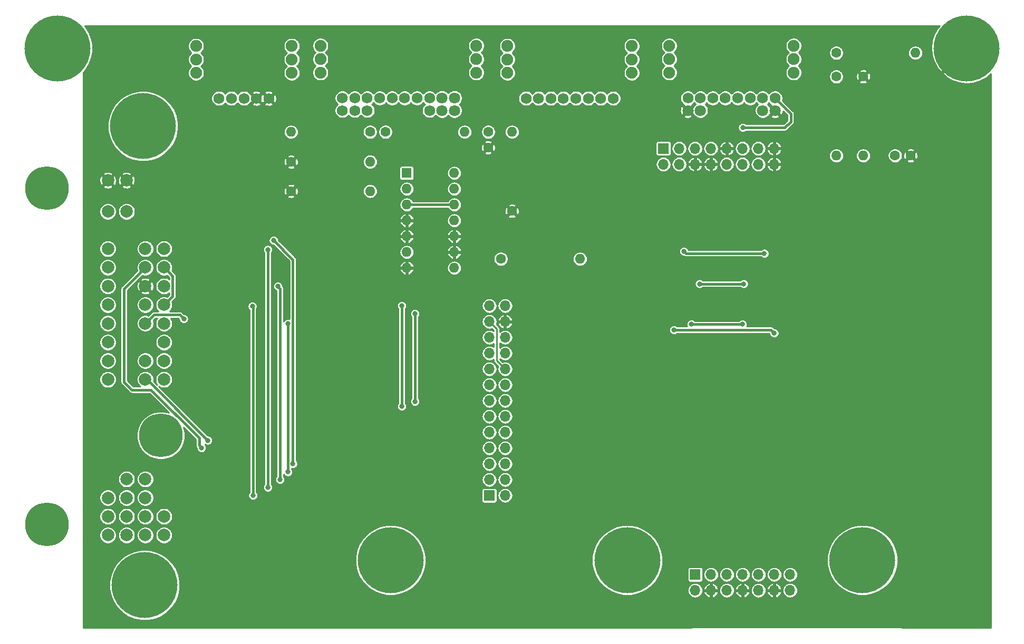
<source format=gbr>
G04 #@! TF.GenerationSoftware,KiCad,Pcbnew,5.0.2-bee76a0~70~ubuntu18.04.1*
G04 #@! TF.CreationDate,2019-06-07T16:13:31+01:00*
G04 #@! TF.ProjectId,leaf_adapter,6c656166-5f61-4646-9170-7465722e6b69,rev?*
G04 #@! TF.SameCoordinates,Original*
G04 #@! TF.FileFunction,Copper,L2,Bot*
G04 #@! TF.FilePolarity,Positive*
%FSLAX46Y46*%
G04 Gerber Fmt 4.6, Leading zero omitted, Abs format (unit mm)*
G04 Created by KiCad (PCBNEW 5.0.2-bee76a0~70~ubuntu18.04.1) date Fri 07 Jun 2019 16:13:31 BST*
%MOMM*%
%LPD*%
G01*
G04 APERTURE LIST*
G04 #@! TA.AperFunction,ComponentPad*
%ADD10C,7.000000*%
G04 #@! TD*
G04 #@! TA.AperFunction,ComponentPad*
%ADD11C,2.000000*%
G04 #@! TD*
G04 #@! TA.AperFunction,ComponentPad*
%ADD12R,1.700000X1.700000*%
G04 #@! TD*
G04 #@! TA.AperFunction,ComponentPad*
%ADD13O,1.700000X1.700000*%
G04 #@! TD*
G04 #@! TA.AperFunction,ComponentPad*
%ADD14C,10.600000*%
G04 #@! TD*
G04 #@! TA.AperFunction,ComponentPad*
%ADD15C,0.900000*%
G04 #@! TD*
G04 #@! TA.AperFunction,ComponentPad*
%ADD16C,1.800000*%
G04 #@! TD*
G04 #@! TA.AperFunction,ComponentPad*
%ADD17C,1.750000*%
G04 #@! TD*
G04 #@! TA.AperFunction,ComponentPad*
%ADD18C,1.900000*%
G04 #@! TD*
G04 #@! TA.AperFunction,ComponentPad*
%ADD19C,1.600000*%
G04 #@! TD*
G04 #@! TA.AperFunction,ComponentPad*
%ADD20R,1.600000X1.600000*%
G04 #@! TD*
G04 #@! TA.AperFunction,ComponentPad*
%ADD21O,1.600000X1.600000*%
G04 #@! TD*
G04 #@! TA.AperFunction,ViaPad*
%ADD22C,0.800000*%
G04 #@! TD*
G04 #@! TA.AperFunction,Conductor*
%ADD23C,0.254000*%
G04 #@! TD*
G04 #@! TA.AperFunction,Conductor*
%ADD24C,0.381000*%
G04 #@! TD*
G04 APERTURE END LIST*
D10*
G04 #@! TO.P,CN001,~*
G04 #@! TO.N,N/C*
X63358240Y-71220000D03*
X63358240Y-125220000D03*
X81608240Y-110970000D03*
D11*
G04 #@! TO.P,CN001,1*
G04 #@! TO.N,Net-(CN001-Pad1)*
X73108240Y-126970000D03*
G04 #@! TO.P,CN001,2*
G04 #@! TO.N,Net-(CN001-Pad2)*
X73108240Y-123970000D03*
G04 #@! TO.P,CN001,3*
G04 #@! TO.N,Net-(CN001-Pad3)*
X73108240Y-120970000D03*
G04 #@! TO.P,CN001,4*
G04 #@! TO.N,/IN_CRUISE*
X73108240Y-101970000D03*
G04 #@! TO.P,CN001,5*
G04 #@! TO.N,/OUT_TEMP*
X73108240Y-98970000D03*
G04 #@! TO.P,CN001,6*
G04 #@! TO.N,/OUT_ERR*
X73108240Y-95970000D03*
G04 #@! TO.P,CN001,7*
G04 #@! TO.N,/OUT_OVTG*
X73108240Y-92970000D03*
G04 #@! TO.P,CN001,8*
G04 #@! TO.N,/OUT_DCSW*
X73108240Y-89970000D03*
G04 #@! TO.P,CN001,9*
G04 #@! TO.N,/OUT_PRE*
X73108240Y-86970000D03*
G04 #@! TO.P,CN001,10*
G04 #@! TO.N,/TMP1*
X73108240Y-83970000D03*
G04 #@! TO.P,CN001,11*
G04 #@! TO.N,/TMP2*
X73108240Y-80970000D03*
G04 #@! TO.P,CN001,12*
G04 #@! TO.N,/12V*
X73108240Y-74970000D03*
G04 #@! TO.P,CN001,13*
G04 #@! TO.N,GND*
X73108240Y-69970000D03*
G04 #@! TO.P,CN001,14*
X76108240Y-69970000D03*
G04 #@! TO.P,CN001,15*
G04 #@! TO.N,/12V*
X76108240Y-74970000D03*
G04 #@! TO.P,CN001,16*
G04 #@! TO.N,/IN_BMS*
X76108240Y-117970000D03*
G04 #@! TO.P,CN001,17*
G04 #@! TO.N,Net-(CN001-Pad17)*
X76108240Y-120970000D03*
G04 #@! TO.P,CN001,18*
G04 #@! TO.N,Net-(CN001-Pad18)*
X76108240Y-123970000D03*
G04 #@! TO.P,CN001,19*
G04 #@! TO.N,Net-(CN001-Pad19)*
X76108240Y-126970000D03*
G04 #@! TO.P,CN001,20*
G04 #@! TO.N,Net-(CN001-Pad20)*
X79108240Y-126970000D03*
G04 #@! TO.P,CN001,21*
G04 #@! TO.N,Net-(CN001-Pad21)*
X79108240Y-123970000D03*
G04 #@! TO.P,CN001,22*
G04 #@! TO.N,Net-(CN001-Pad22)*
X79108240Y-120970000D03*
G04 #@! TO.P,CN001,23*
G04 #@! TO.N,/OUT_BRAKE*
X79108240Y-117970000D03*
G04 #@! TO.P,CN001,24*
G04 #@! TO.N,/IN_START*
X79108240Y-101970000D03*
G04 #@! TO.P,CN001,25*
G04 #@! TO.N,/IN_BRAKE*
X79108240Y-98970000D03*
G04 #@! TO.P,CN001,26*
G04 #@! TO.N,/IN_REVERSE*
X79108240Y-92970000D03*
G04 #@! TO.P,CN001,27*
G04 #@! TO.N,/5V*
X79108240Y-89970000D03*
G04 #@! TO.P,CN001,28*
G04 #@! TO.N,GND*
X79108240Y-86970000D03*
G04 #@! TO.P,CN001,29*
G04 #@! TO.N,/REGEN*
X79108240Y-83970000D03*
G04 #@! TO.P,CN001,30*
G04 #@! TO.N,/THROTTLE*
X79108240Y-80970000D03*
G04 #@! TO.P,CN001,31*
G04 #@! TO.N,/S3*
X82108240Y-80970000D03*
G04 #@! TO.P,CN001,32*
G04 #@! TO.N,/S1S4*
X82108240Y-83970000D03*
G04 #@! TO.P,CN001,33*
G04 #@! TO.N,/R1*
X82108240Y-86970000D03*
G04 #@! TO.P,CN001,34*
G04 #@! TO.N,/S1S4*
X82108240Y-89970000D03*
G04 #@! TO.P,CN001,35*
G04 #@! TO.N,/S2*
X82108240Y-92970000D03*
G04 #@! TO.P,CN001,36*
G04 #@! TO.N,/IN_FORWARD*
X82108240Y-95970000D03*
G04 #@! TO.P,CN001,37*
G04 #@! TO.N,/CANL*
X82108240Y-98970000D03*
G04 #@! TO.P,CN001,38*
G04 #@! TO.N,/CANH*
X82108240Y-101970000D03*
G04 #@! TO.P,CN001,39*
G04 #@! TO.N,Net-(CN001-Pad39)*
X82108240Y-123970000D03*
G04 #@! TO.P,CN001,40*
G04 #@! TO.N,Net-(CN001-Pad40)*
X82108240Y-126970000D03*
G04 #@! TD*
D12*
G04 #@! TO.P,JP5,1*
G04 #@! TO.N,/S1S4*
X134350000Y-120600000D03*
D13*
G04 #@! TO.P,JP5,2*
G04 #@! TO.N,/S3*
X136890000Y-120600000D03*
G04 #@! TO.P,JP5,3*
G04 #@! TO.N,/R1*
X134350000Y-118060000D03*
G04 #@! TO.P,JP5,4*
G04 #@! TO.N,/S2*
X136890000Y-118060000D03*
G04 #@! TO.P,JP5,5*
G04 #@! TO.N,/THROTTLE*
X134350000Y-115520000D03*
G04 #@! TO.P,JP5,6*
G04 #@! TO.N,/IN_CRUISE*
X136890000Y-115520000D03*
G04 #@! TO.P,JP5,7*
G04 #@! TO.N,/REGEN*
X134350000Y-112980000D03*
G04 #@! TO.P,JP5,8*
G04 #@! TO.N,/IN_START*
X136890000Y-112980000D03*
G04 #@! TO.P,JP5,9*
G04 #@! TO.N,/OUT_BRAKE*
X134350000Y-110440000D03*
G04 #@! TO.P,JP5,10*
G04 #@! TO.N,/IN_BRAKE*
X136890000Y-110440000D03*
G04 #@! TO.P,JP5,11*
G04 #@! TO.N,/OUT_DCSW*
X134350000Y-107900000D03*
G04 #@! TO.P,JP5,12*
G04 #@! TO.N,/12V*
X136890000Y-107900000D03*
G04 #@! TO.P,JP5,13*
G04 #@! TO.N,/OUT_ERR*
X134350000Y-105360000D03*
G04 #@! TO.P,JP5,14*
G04 #@! TO.N,/IN_FORWARD*
X136890000Y-105360000D03*
G04 #@! TO.P,JP5,15*
G04 #@! TO.N,/OUT_OVTG*
X134350000Y-102820000D03*
G04 #@! TO.P,JP5,16*
G04 #@! TO.N,/IN_REVERSE*
X136890000Y-102820000D03*
G04 #@! TO.P,JP5,17*
G04 #@! TO.N,/OUT_TEMP*
X134350000Y-100280000D03*
G04 #@! TO.P,JP5,18*
G04 #@! TO.N,/12V*
X136890000Y-100280000D03*
G04 #@! TO.P,JP5,19*
G04 #@! TO.N,/OUT_PRE*
X134350000Y-97740000D03*
G04 #@! TO.P,JP5,20*
G04 #@! TO.N,/IN_BMS*
X136890000Y-97740000D03*
G04 #@! TO.P,JP5,21*
G04 #@! TO.N,/TMP1*
X134350000Y-95200000D03*
G04 #@! TO.P,JP5,22*
G04 #@! TO.N,/TMP2*
X136890000Y-95200000D03*
G04 #@! TO.P,JP5,23*
G04 #@! TO.N,/12V*
X134350000Y-92660000D03*
G04 #@! TO.P,JP5,24*
G04 #@! TO.N,GND*
X136890000Y-92660000D03*
G04 #@! TO.P,JP5,25*
G04 #@! TO.N,/CANH*
X134350000Y-90120000D03*
G04 #@! TO.P,JP5,26*
G04 #@! TO.N,/CANL*
X136890000Y-90120000D03*
G04 #@! TD*
D14*
G04 #@! TO.P,REF\002A\002A,1*
G04 #@! TO.N,N/C*
X65000000Y-48750000D03*
D15*
X68975000Y-48750000D03*
X67810749Y-51560749D03*
X65000000Y-52725000D03*
X62189251Y-51560749D03*
X61025000Y-48750000D03*
X62189251Y-45939251D03*
X65000000Y-44775000D03*
X67810749Y-45939251D03*
G04 #@! TD*
D14*
G04 #@! TO.P,REF\002A\002A,1*
G04 #@! TO.N,N/C*
X78750000Y-61250000D03*
D15*
X82725000Y-61250000D03*
X81560749Y-64060749D03*
X78750000Y-65225000D03*
X75939251Y-64060749D03*
X74775000Y-61250000D03*
X75939251Y-58439251D03*
X78750000Y-57275000D03*
X81560749Y-58439251D03*
G04 #@! TD*
D14*
G04 #@! TO.P,REF\002A\002A,1*
G04 #@! TO.N,N/C*
X79000000Y-135000000D03*
D15*
X82975000Y-135000000D03*
X81810749Y-137810749D03*
X79000000Y-138975000D03*
X76189251Y-137810749D03*
X75025000Y-135000000D03*
X76189251Y-132189251D03*
X79000000Y-131025000D03*
X81810749Y-132189251D03*
G04 #@! TD*
D14*
G04 #@! TO.P,REF\002A\002A,1*
G04 #@! TO.N,N/C*
X194250000Y-131000000D03*
D15*
X198225000Y-131000000D03*
X197060749Y-133810749D03*
X194250000Y-134975000D03*
X191439251Y-133810749D03*
X190275000Y-131000000D03*
X191439251Y-128189251D03*
X194250000Y-127025000D03*
X197060749Y-128189251D03*
G04 #@! TD*
D14*
G04 #@! TO.P,REF\002A\002A,1*
G04 #@! TO.N,N/C*
X156500000Y-131000000D03*
D15*
X160475000Y-131000000D03*
X159310749Y-133810749D03*
X156500000Y-134975000D03*
X153689251Y-133810749D03*
X152525000Y-131000000D03*
X153689251Y-128189251D03*
X156500000Y-127025000D03*
X159310749Y-128189251D03*
G04 #@! TD*
D14*
G04 #@! TO.P,REF\002A\002A,1*
G04 #@! TO.N,N/C*
X118500000Y-131000000D03*
D15*
X122475000Y-131000000D03*
X121310749Y-133810749D03*
X118500000Y-134975000D03*
X115689251Y-133810749D03*
X114525000Y-131000000D03*
X115689251Y-128189251D03*
X118500000Y-127025000D03*
X121310749Y-128189251D03*
G04 #@! TD*
D16*
G04 #@! TO.P,CN151,12*
G04 #@! TO.N,GND*
X166239880Y-58751700D03*
G04 #@! TO.P,CN151,11*
G04 #@! TO.N,/5V*
X168239880Y-58751700D03*
G04 #@! TO.P,CN151,10*
X178239880Y-58751700D03*
G04 #@! TO.P,CN151,9*
G04 #@! TO.N,GND*
X180239880Y-58751700D03*
D17*
G04 #@! TO.P,CN151,8*
G04 #@! TO.N,/I2*
X180239880Y-56751700D03*
G04 #@! TO.P,CN151,7*
G04 #@! TO.N,Net-(CN151-Pad7)*
X178239880Y-56751700D03*
G04 #@! TO.P,CN151,6*
G04 #@! TO.N,Net-(CN151-Pad6)*
X176239880Y-56751700D03*
D18*
G04 #@! TO.P,CN151,~*
G04 #@! TO.N,N/C*
X183229880Y-52651700D03*
X183229880Y-50501700D03*
X183229880Y-48351700D03*
X163249880Y-52651700D03*
X163249880Y-48351700D03*
X163249880Y-50501700D03*
D17*
G04 #@! TO.P,CN151,5*
G04 #@! TO.N,Net-(CN151-Pad5)*
X174239880Y-56751700D03*
G04 #@! TO.P,CN151,4*
G04 #@! TO.N,Net-(CN151-Pad4)*
X172239880Y-56751700D03*
G04 #@! TO.P,CN151,3*
G04 #@! TO.N,Net-(CN151-Pad3)*
X170239880Y-56751700D03*
G04 #@! TO.P,CN151,2*
G04 #@! TO.N,Net-(CN151-Pad2)*
X168239880Y-56751700D03*
G04 #@! TO.P,CN151,1*
G04 #@! TO.N,/I1*
X166239880Y-56751700D03*
G04 #@! TD*
D19*
G04 #@! TO.P,C1,1*
G04 #@! TO.N,/TMPHS*
X199500000Y-66000000D03*
G04 #@! TO.P,C1,2*
G04 #@! TO.N,GND*
X202000000Y-66000000D03*
G04 #@! TD*
G04 #@! TO.P,C2,1*
G04 #@! TO.N,/UDC*
X134180000Y-62200000D03*
G04 #@! TO.P,C2,2*
G04 #@! TO.N,GND*
X134180000Y-64700000D03*
G04 #@! TD*
D18*
G04 #@! TO.P,CN101,~*
G04 #@! TO.N,N/C*
X102639200Y-52702500D03*
X102639200Y-50552500D03*
X102639200Y-48402500D03*
X87259200Y-52702500D03*
X87259200Y-48402500D03*
X87259200Y-50552500D03*
D17*
G04 #@! TO.P,CN101,5*
G04 #@! TO.N,GND*
X98949200Y-56802500D03*
G04 #@! TO.P,CN101,4*
X96949200Y-56802500D03*
G04 #@! TO.P,CN101,3*
G04 #@! TO.N,Net-(CN101-Pad3)*
X94949200Y-56802500D03*
G04 #@! TO.P,CN101,2*
G04 #@! TO.N,/12V*
X92949200Y-56802500D03*
G04 #@! TO.P,CN101,1*
X90949200Y-56802500D03*
G04 #@! TD*
G04 #@! TO.P,CN501,16*
G04 #@! TO.N,Net-(CN501-Pad16)*
X110748500Y-58751700D03*
G04 #@! TO.P,CN501,15*
G04 #@! TO.N,/UDC_PWM*
X112748500Y-58751700D03*
G04 #@! TO.P,CN501,14*
G04 #@! TO.N,Net-(CN501-Pad14)*
X114748500Y-58751700D03*
G04 #@! TO.P,CN501,13*
G04 #@! TO.N,Net-(CN501-Pad13)*
X124748500Y-58751700D03*
D16*
G04 #@! TO.P,CN501,12*
G04 #@! TO.N,/5V*
X126748500Y-58751700D03*
G04 #@! TO.P,CN501,11*
G04 #@! TO.N,/TMP_PWM*
X128748500Y-58751700D03*
G04 #@! TO.P,CN501,10*
G04 #@! TO.N,Net-(CN501-Pad10)*
X128748500Y-56751700D03*
G04 #@! TO.P,CN501,9*
G04 #@! TO.N,/5V*
X126748500Y-56751700D03*
D17*
G04 #@! TO.P,CN501,8*
G04 #@! TO.N,Net-(CN501-Pad8)*
X124748500Y-56751700D03*
G04 #@! TO.P,CN501,7*
G04 #@! TO.N,/FAULT2*
X122748500Y-56751700D03*
G04 #@! TO.P,CN501,6*
G04 #@! TO.N,Net-(CN501-Pad6)*
X120748500Y-56751700D03*
D18*
G04 #@! TO.P,CN501,~*
G04 #@! TO.N,N/C*
X132263500Y-52651700D03*
X132263500Y-50501700D03*
X132263500Y-48351700D03*
X107233500Y-52651700D03*
X107233500Y-48351700D03*
X107233500Y-50501700D03*
D17*
G04 #@! TO.P,CN501,5*
G04 #@! TO.N,Net-(CN501-Pad5)*
X118748500Y-56751700D03*
G04 #@! TO.P,CN501,4*
G04 #@! TO.N,Net-(CN501-Pad4)*
X116748500Y-56751700D03*
G04 #@! TO.P,CN501,3*
G04 #@! TO.N,/FAULT1*
X114748500Y-56751700D03*
G04 #@! TO.P,CN501,2*
G04 #@! TO.N,Net-(CN501-Pad2)*
X112748500Y-56751700D03*
G04 #@! TO.P,CN501,1*
G04 #@! TO.N,Net-(CN501-Pad1)*
X110748500Y-56751700D03*
G04 #@! TD*
G04 #@! TO.P,CN601,8*
G04 #@! TO.N,/5V*
X154248060Y-56802500D03*
G04 #@! TO.P,CN601,7*
G04 #@! TO.N,Net-(CN601-Pad7)*
X152248060Y-56802500D03*
G04 #@! TO.P,CN601,6*
G04 #@! TO.N,/WP*
X150248060Y-56802500D03*
D18*
G04 #@! TO.P,CN601,~*
G04 #@! TO.N,N/C*
X157238060Y-52702500D03*
X157238060Y-50552500D03*
X157238060Y-48402500D03*
X137258060Y-52702500D03*
X137258060Y-48402500D03*
X137258060Y-50552500D03*
D17*
G04 #@! TO.P,CN601,5*
G04 #@! TO.N,/WN*
X148248060Y-56802500D03*
G04 #@! TO.P,CN601,4*
G04 #@! TO.N,/Vp*
X146248060Y-56802500D03*
G04 #@! TO.P,CN601,3*
G04 #@! TO.N,/VN*
X144248060Y-56802500D03*
G04 #@! TO.P,CN601,2*
G04 #@! TO.N,/UP*
X142248060Y-56802500D03*
G04 #@! TO.P,CN601,1*
G04 #@! TO.N,/UN*
X140248060Y-56802500D03*
G04 #@! TD*
D20*
G04 #@! TO.P,IC1,1*
G04 #@! TO.N,/FAULT1*
X121100000Y-68800000D03*
D21*
G04 #@! TO.P,IC1,8*
G04 #@! TO.N,Net-(IC1-Pad8)*
X128720000Y-84040000D03*
G04 #@! TO.P,IC1,2*
G04 #@! TO.N,/FAULT2*
X121100000Y-71340000D03*
G04 #@! TO.P,IC1,9*
G04 #@! TO.N,GND*
X128720000Y-81500000D03*
G04 #@! TO.P,IC1,3*
G04 #@! TO.N,/FAULT*
X121100000Y-73880000D03*
G04 #@! TO.P,IC1,10*
G04 #@! TO.N,GND*
X128720000Y-78960000D03*
G04 #@! TO.P,IC1,4*
X121100000Y-76420000D03*
G04 #@! TO.P,IC1,11*
G04 #@! TO.N,/DESAT*
X128720000Y-76420000D03*
G04 #@! TO.P,IC1,5*
G04 #@! TO.N,GND*
X121100000Y-78960000D03*
G04 #@! TO.P,IC1,12*
G04 #@! TO.N,/FAULT*
X128720000Y-73880000D03*
G04 #@! TO.P,IC1,6*
G04 #@! TO.N,Net-(IC1-Pad6)*
X121100000Y-81500000D03*
G04 #@! TO.P,IC1,13*
G04 #@! TO.N,/FAULT*
X128720000Y-71340000D03*
G04 #@! TO.P,IC1,7*
G04 #@! TO.N,GND*
X121100000Y-84040000D03*
G04 #@! TO.P,IC1,14*
G04 #@! TO.N,/5V*
X128720000Y-68800000D03*
G04 #@! TD*
D12*
G04 #@! TO.P,JP3,1*
G04 #@! TO.N,/DESAT*
X167400000Y-133300000D03*
D13*
G04 #@! TO.P,JP3,2*
G04 #@! TO.N,Net-(JP3-Pad2)*
X167400000Y-135840000D03*
G04 #@! TO.P,JP3,3*
G04 #@! TO.N,/WN*
X169940000Y-133300000D03*
G04 #@! TO.P,JP3,4*
G04 #@! TO.N,GND*
X169940000Y-135840000D03*
G04 #@! TO.P,JP3,5*
G04 #@! TO.N,/5V*
X172480000Y-133300000D03*
G04 #@! TO.P,JP3,6*
G04 #@! TO.N,/WP*
X172480000Y-135840000D03*
G04 #@! TO.P,JP3,7*
G04 #@! TO.N,/VN*
X175020000Y-133300000D03*
G04 #@! TO.P,JP3,8*
G04 #@! TO.N,GND*
X175020000Y-135840000D03*
G04 #@! TO.P,JP3,9*
G04 #@! TO.N,/5V*
X177560000Y-133300000D03*
G04 #@! TO.P,JP3,10*
G04 #@! TO.N,/Vp*
X177560000Y-135840000D03*
G04 #@! TO.P,JP3,11*
G04 #@! TO.N,/UN*
X180100000Y-133300000D03*
G04 #@! TO.P,JP3,12*
G04 #@! TO.N,GND*
X180100000Y-135840000D03*
G04 #@! TO.P,JP3,13*
G04 #@! TO.N,/5V*
X182640000Y-133300000D03*
G04 #@! TO.P,JP3,14*
G04 #@! TO.N,/UP*
X182640000Y-135840000D03*
G04 #@! TD*
D12*
G04 #@! TO.P,JP4,1*
G04 #@! TO.N,/5V*
X162300000Y-64850000D03*
D13*
G04 #@! TO.P,JP4,2*
X162300000Y-67390000D03*
G04 #@! TO.P,JP4,3*
G04 #@! TO.N,/UDC*
X164840000Y-64850000D03*
G04 #@! TO.P,JP4,4*
G04 #@! TO.N,Net-(JP4-Pad4)*
X164840000Y-67390000D03*
G04 #@! TO.P,JP4,5*
G04 #@! TO.N,/I1*
X167380000Y-64850000D03*
G04 #@! TO.P,JP4,6*
G04 #@! TO.N,GND*
X167380000Y-67390000D03*
G04 #@! TO.P,JP4,7*
G04 #@! TO.N,/5V*
X169920000Y-64850000D03*
G04 #@! TO.P,JP4,8*
G04 #@! TO.N,GND*
X169920000Y-67390000D03*
G04 #@! TO.P,JP4,9*
X172460000Y-64850000D03*
G04 #@! TO.P,JP4,10*
G04 #@! TO.N,/I2*
X172460000Y-67390000D03*
G04 #@! TO.P,JP4,11*
G04 #@! TO.N,/5V*
X175000000Y-64850000D03*
G04 #@! TO.P,JP4,12*
X175000000Y-67390000D03*
G04 #@! TO.P,JP4,13*
G04 #@! TO.N,Net-(JP4-Pad13)*
X177540000Y-64850000D03*
G04 #@! TO.P,JP4,14*
G04 #@! TO.N,/TMPHS*
X177540000Y-67390000D03*
G04 #@! TO.P,JP4,15*
G04 #@! TO.N,GND*
X180080000Y-64850000D03*
G04 #@! TO.P,JP4,16*
X180080000Y-67390000D03*
G04 #@! TD*
D19*
G04 #@! TO.P,R1,1*
G04 #@! TO.N,/CANH*
X136200000Y-82600000D03*
D21*
G04 #@! TO.P,R1,2*
G04 #@! TO.N,/CANL*
X148900000Y-82600000D03*
G04 #@! TD*
D19*
G04 #@! TO.P,R2,1*
G04 #@! TO.N,/UDC_PWM*
X115200000Y-62200000D03*
D21*
G04 #@! TO.P,R2,2*
G04 #@! TO.N,/5V*
X102500000Y-62200000D03*
G04 #@! TD*
D19*
G04 #@! TO.P,R3,1*
G04 #@! TO.N,/TMP_PWM*
X190060000Y-49500000D03*
D21*
G04 #@! TO.P,R3,2*
G04 #@! TO.N,/5V*
X202760000Y-49500000D03*
G04 #@! TD*
D19*
G04 #@! TO.P,R4,1*
G04 #@! TO.N,/TMP_PWM*
X190060000Y-53310000D03*
D21*
G04 #@! TO.P,R4,2*
G04 #@! TO.N,/TMPHS*
X190060000Y-66010000D03*
G04 #@! TD*
D19*
G04 #@! TO.P,R5,1*
G04 #@! TO.N,/UDC_PWM*
X117670000Y-62200000D03*
D21*
G04 #@! TO.P,R5,2*
G04 #@! TO.N,/UDC*
X130370000Y-62200000D03*
G04 #@! TD*
D19*
G04 #@! TO.P,R7,1*
G04 #@! TO.N,GND*
X137990000Y-74900000D03*
D21*
G04 #@! TO.P,R7,2*
G04 #@! TO.N,/UDC*
X137990000Y-62200000D03*
G04 #@! TD*
D19*
G04 #@! TO.P,R8,1*
G04 #@! TO.N,GND*
X194400000Y-53310000D03*
D21*
G04 #@! TO.P,R8,2*
G04 #@! TO.N,/TMPHS*
X194400000Y-66010000D03*
G04 #@! TD*
D19*
G04 #@! TO.P,R9,1*
G04 #@! TO.N,GND*
X102500000Y-67000000D03*
D21*
G04 #@! TO.P,R9,2*
G04 #@! TO.N,/FAULT1*
X115200000Y-67000000D03*
G04 #@! TD*
D19*
G04 #@! TO.P,R10,1*
G04 #@! TO.N,GND*
X102500000Y-71700000D03*
D21*
G04 #@! TO.P,R10,2*
G04 #@! TO.N,/FAULT2*
X115200000Y-71700000D03*
G04 #@! TD*
D14*
G04 #@! TO.P,H1,1*
G04 #@! TO.N,GND*
X211000000Y-48750000D03*
D15*
X214975000Y-48750000D03*
X213810749Y-51560749D03*
X211000000Y-52725000D03*
X208189251Y-51560749D03*
X207025000Y-48750000D03*
X208189251Y-45939251D03*
X211000000Y-44775000D03*
X213810749Y-45939251D03*
G04 #@! TD*
D22*
G04 #@! TO.N,/IN_START*
X89150000Y-111750000D03*
G04 #@! TO.N,/IN_REVERSE*
X85300000Y-92209490D03*
G04 #@! TO.N,/REGEN*
X88150000Y-112950000D03*
G04 #@! TO.N,/THROTTLE*
X102810009Y-115520000D03*
X99700000Y-79600000D03*
G04 #@! TO.N,/S3*
X98800501Y-119300501D03*
X98800000Y-81100000D03*
G04 #@! TO.N,/S1S4*
X96400000Y-120600000D03*
X96300000Y-90200000D03*
G04 #@! TO.N,/R1*
X100760000Y-118060000D03*
X100400000Y-87000000D03*
G04 #@! TO.N,/S2*
X102019499Y-116819499D03*
X102019499Y-93000000D03*
G04 #@! TO.N,/CANL*
X122400000Y-91400000D03*
X122400000Y-105500000D03*
G04 #@! TO.N,/CANH*
X120300000Y-90100000D03*
X120296590Y-106290510D03*
G04 #@! TO.N,/I2*
X175050000Y-61500000D03*
G04 #@! TO.N,/UN*
X180100000Y-94500000D03*
X164000000Y-94000000D03*
G04 #@! TO.N,/UP*
X178500000Y-81700000D03*
X165600000Y-81391876D03*
G04 #@! TO.N,/VN*
X166800000Y-93100000D03*
X175000000Y-93100000D03*
G04 #@! TO.N,/Vp*
X175200000Y-86600000D03*
X168100000Y-86600000D03*
G04 #@! TD*
D23*
G04 #@! TO.N,/12V*
X135527001Y-98917001D02*
X136040001Y-99430001D01*
X136040001Y-99430001D02*
X136890000Y-100280000D01*
X135527001Y-93837001D02*
X135527001Y-98917001D01*
X134350000Y-92660000D02*
X135527001Y-93837001D01*
D24*
G04 #@! TO.N,/IN_START*
X79370000Y-101970000D02*
X79108240Y-101970000D01*
X89150000Y-111750000D02*
X79370000Y-101970000D01*
G04 #@! TO.N,/IN_REVERSE*
X80498741Y-91579499D02*
X84670009Y-91579499D01*
X84670009Y-91579499D02*
X84900001Y-91809491D01*
X84900001Y-91809491D02*
X85300000Y-92209490D01*
X79108240Y-92970000D02*
X80498741Y-91579499D01*
G04 #@! TO.N,/REGEN*
X79108240Y-83970000D02*
X77578240Y-85500000D01*
X77578240Y-85500000D02*
X77578240Y-85521760D01*
X77578240Y-85521760D02*
X75700000Y-87400000D01*
X75700000Y-87400000D02*
X75700000Y-102400000D01*
X87750001Y-111353819D02*
X80036182Y-103640000D01*
X80036182Y-103640000D02*
X76940000Y-103640000D01*
X87750001Y-112550001D02*
X87750001Y-111353819D01*
X88150000Y-112950000D02*
X87750001Y-112550001D01*
X75700000Y-102400000D02*
X76940000Y-103640000D01*
G04 #@! TO.N,/THROTTLE*
X102810009Y-115520000D02*
X102810009Y-82710009D01*
X102810009Y-82710009D02*
X99700000Y-79600000D01*
G04 #@! TO.N,/S3*
X98800501Y-119300501D02*
X98800501Y-81100501D01*
X98800501Y-81100501D02*
X98800000Y-81100000D01*
G04 #@! TO.N,/S1S4*
X83108239Y-84969999D02*
X82108240Y-83970000D01*
X83498741Y-85360501D02*
X83108239Y-84969999D01*
X83498741Y-88579499D02*
X83498741Y-85360501D01*
X82108240Y-89970000D02*
X83498741Y-88579499D01*
X96400000Y-120600000D02*
X96400000Y-90300000D01*
X96400000Y-90300000D02*
X96300000Y-90200000D01*
G04 #@! TO.N,/R1*
X100760000Y-118060000D02*
X100760000Y-87360000D01*
X100760000Y-87360000D02*
X100400000Y-87000000D01*
G04 #@! TO.N,/S2*
X102019499Y-116819499D02*
X102019499Y-93000000D01*
G04 #@! TO.N,/CANL*
X122400000Y-91400000D02*
X122400000Y-105500000D01*
G04 #@! TO.N,/CANH*
X120300000Y-106287100D02*
X120296590Y-106290510D01*
X120300000Y-90100000D02*
X120300000Y-106287100D01*
G04 #@! TO.N,/I2*
X175050000Y-61500000D02*
X181800000Y-61500000D01*
X182750000Y-59261820D02*
X182750000Y-60550000D01*
X181800000Y-61500000D02*
X182750000Y-60550000D01*
X182750000Y-59261820D02*
X180239880Y-56751700D01*
G04 #@! TO.N,/UN*
X180100000Y-94500000D02*
X179600000Y-94000000D01*
X179600000Y-94000000D02*
X164000000Y-94000000D01*
G04 #@! TO.N,/UP*
X178500000Y-81700000D02*
X165908124Y-81700000D01*
X165908124Y-81700000D02*
X165600000Y-81391876D01*
G04 #@! TO.N,/VN*
X175000000Y-93100000D02*
X166800000Y-93100000D01*
G04 #@! TO.N,/Vp*
X173400000Y-86600000D02*
X168100000Y-86600000D01*
X173400000Y-86600000D02*
X175200000Y-86600000D01*
G04 #@! TO.N,/FAULT*
X122231370Y-73880000D02*
X128720000Y-73880000D01*
X121100000Y-73880000D02*
X122231370Y-73880000D01*
G04 #@! TD*
D23*
G04 #@! TO.N,GND*
G36*
X206308231Y-45498211D02*
X205763989Y-46476012D01*
X205420965Y-47541202D01*
X205292339Y-48652844D01*
X205383057Y-49768220D01*
X205689630Y-50844467D01*
X206200278Y-51840224D01*
X206308231Y-52001789D01*
X206942055Y-52628340D01*
X210820395Y-48750000D01*
X210806253Y-48735858D01*
X210985858Y-48556253D01*
X211000000Y-48570395D01*
X211014143Y-48556253D01*
X211193748Y-48735858D01*
X211179605Y-48750000D01*
X211193748Y-48764143D01*
X211014143Y-48943748D01*
X211000000Y-48929605D01*
X207121660Y-52807945D01*
X207748211Y-53441769D01*
X208726012Y-53986011D01*
X209791202Y-54329035D01*
X210902844Y-54457661D01*
X212018220Y-54366943D01*
X213094467Y-54060370D01*
X214090224Y-53549722D01*
X214251789Y-53441769D01*
X214873000Y-52813347D01*
X214873000Y-141873000D01*
X201008383Y-141873000D01*
X201005627Y-141872488D01*
X200935321Y-141853987D01*
X200924753Y-141850652D01*
X200914232Y-141848437D01*
X200903831Y-141845700D01*
X200892885Y-141843943D01*
X200821709Y-141828959D01*
X200815313Y-141827149D01*
X200800378Y-141824468D01*
X200785509Y-141821338D01*
X200778892Y-141820612D01*
X200710778Y-141808386D01*
X200705405Y-141807009D01*
X200689331Y-141804536D01*
X200673280Y-141801655D01*
X200667737Y-141801214D01*
X200589647Y-141789200D01*
X200573037Y-141786264D01*
X200568091Y-141785884D01*
X200563193Y-141785130D01*
X200546372Y-141784213D01*
X200430445Y-141775295D01*
X200430442Y-141775295D01*
X200363557Y-141770150D01*
X200352276Y-141768746D01*
X200341824Y-141768478D01*
X200331385Y-141767675D01*
X200320008Y-141767919D01*
X200247515Y-141766060D01*
X200241830Y-141765500D01*
X200225678Y-141765500D01*
X200209571Y-141765087D01*
X200203887Y-141765500D01*
X167216252Y-141765500D01*
X167210714Y-141765094D01*
X167194473Y-141765500D01*
X167178170Y-141765500D01*
X167172624Y-141766046D01*
X167097598Y-141767922D01*
X167086074Y-141767675D01*
X167075774Y-141768467D01*
X167065468Y-141768725D01*
X167054049Y-141770139D01*
X166987017Y-141775295D01*
X166987014Y-141775295D01*
X166871090Y-141784213D01*
X166854266Y-141785130D01*
X166849367Y-141785884D01*
X166844423Y-141786264D01*
X166827818Y-141789199D01*
X166749723Y-141801214D01*
X166744179Y-141801655D01*
X166728123Y-141804537D01*
X166712055Y-141807009D01*
X166706683Y-141808385D01*
X166638569Y-141820612D01*
X166631950Y-141821338D01*
X166617076Y-141824469D01*
X166602147Y-141827149D01*
X166595753Y-141828958D01*
X166524577Y-141843943D01*
X166513628Y-141845700D01*
X166503224Y-141848438D01*
X166492707Y-141850652D01*
X166482143Y-141853986D01*
X166411832Y-141872489D01*
X166409079Y-141873000D01*
X69127000Y-141873000D01*
X69127000Y-134440470D01*
X73319000Y-134440470D01*
X73319000Y-135559530D01*
X73537318Y-136657087D01*
X73965563Y-137690963D01*
X74587279Y-138621426D01*
X75378574Y-139412721D01*
X76309037Y-140034437D01*
X77342913Y-140462682D01*
X78440470Y-140681000D01*
X79559530Y-140681000D01*
X80657087Y-140462682D01*
X81690963Y-140034437D01*
X82621426Y-139412721D01*
X83412721Y-138621426D01*
X84034437Y-137690963D01*
X84462682Y-136657087D01*
X84681000Y-135559530D01*
X84681000Y-134440470D01*
X84462682Y-133342913D01*
X84034437Y-132309037D01*
X83412721Y-131378574D01*
X82621426Y-130587279D01*
X82401711Y-130440470D01*
X112819000Y-130440470D01*
X112819000Y-131559530D01*
X113037318Y-132657087D01*
X113465563Y-133690963D01*
X114087279Y-134621426D01*
X114878574Y-135412721D01*
X115809037Y-136034437D01*
X116842913Y-136462682D01*
X117940470Y-136681000D01*
X119059530Y-136681000D01*
X120157087Y-136462682D01*
X121190963Y-136034437D01*
X122121426Y-135412721D01*
X122912721Y-134621426D01*
X123534437Y-133690963D01*
X123962682Y-132657087D01*
X124181000Y-131559530D01*
X124181000Y-130440470D01*
X150819000Y-130440470D01*
X150819000Y-131559530D01*
X151037318Y-132657087D01*
X151465563Y-133690963D01*
X152087279Y-134621426D01*
X152878574Y-135412721D01*
X153809037Y-136034437D01*
X154842913Y-136462682D01*
X155940470Y-136681000D01*
X157059530Y-136681000D01*
X158157087Y-136462682D01*
X159190963Y-136034437D01*
X159481958Y-135840000D01*
X166163044Y-135840000D01*
X166186812Y-136081318D01*
X166257202Y-136313363D01*
X166371509Y-136527216D01*
X166525340Y-136714660D01*
X166712784Y-136868491D01*
X166926637Y-136982798D01*
X167158682Y-137053188D01*
X167339528Y-137071000D01*
X167460472Y-137071000D01*
X167641318Y-137053188D01*
X167873363Y-136982798D01*
X168087216Y-136868491D01*
X168274660Y-136714660D01*
X168428491Y-136527216D01*
X168542798Y-136313363D01*
X168590235Y-136156981D01*
X168750505Y-136156981D01*
X168835201Y-136382949D01*
X168962353Y-136588052D01*
X169127076Y-136764408D01*
X169323039Y-136905239D01*
X169542712Y-137005134D01*
X169623020Y-137029489D01*
X169813000Y-136968627D01*
X169813000Y-135967000D01*
X170067000Y-135967000D01*
X170067000Y-136968627D01*
X170256980Y-137029489D01*
X170337288Y-137005134D01*
X170556961Y-136905239D01*
X170752924Y-136764408D01*
X170917647Y-136588052D01*
X171044799Y-136382949D01*
X171129495Y-136156981D01*
X171069187Y-135967000D01*
X170067000Y-135967000D01*
X169813000Y-135967000D01*
X168810813Y-135967000D01*
X168750505Y-136156981D01*
X168590235Y-136156981D01*
X168613188Y-136081318D01*
X168636956Y-135840000D01*
X171243044Y-135840000D01*
X171266812Y-136081318D01*
X171337202Y-136313363D01*
X171451509Y-136527216D01*
X171605340Y-136714660D01*
X171792784Y-136868491D01*
X172006637Y-136982798D01*
X172238682Y-137053188D01*
X172419528Y-137071000D01*
X172540472Y-137071000D01*
X172721318Y-137053188D01*
X172953363Y-136982798D01*
X173167216Y-136868491D01*
X173354660Y-136714660D01*
X173508491Y-136527216D01*
X173622798Y-136313363D01*
X173670235Y-136156981D01*
X173830505Y-136156981D01*
X173915201Y-136382949D01*
X174042353Y-136588052D01*
X174207076Y-136764408D01*
X174403039Y-136905239D01*
X174622712Y-137005134D01*
X174703020Y-137029489D01*
X174893000Y-136968627D01*
X174893000Y-135967000D01*
X175147000Y-135967000D01*
X175147000Y-136968627D01*
X175336980Y-137029489D01*
X175417288Y-137005134D01*
X175636961Y-136905239D01*
X175832924Y-136764408D01*
X175997647Y-136588052D01*
X176124799Y-136382949D01*
X176209495Y-136156981D01*
X176149187Y-135967000D01*
X175147000Y-135967000D01*
X174893000Y-135967000D01*
X173890813Y-135967000D01*
X173830505Y-136156981D01*
X173670235Y-136156981D01*
X173693188Y-136081318D01*
X173716956Y-135840000D01*
X176323044Y-135840000D01*
X176346812Y-136081318D01*
X176417202Y-136313363D01*
X176531509Y-136527216D01*
X176685340Y-136714660D01*
X176872784Y-136868491D01*
X177086637Y-136982798D01*
X177318682Y-137053188D01*
X177499528Y-137071000D01*
X177620472Y-137071000D01*
X177801318Y-137053188D01*
X178033363Y-136982798D01*
X178247216Y-136868491D01*
X178434660Y-136714660D01*
X178588491Y-136527216D01*
X178702798Y-136313363D01*
X178750235Y-136156981D01*
X178910505Y-136156981D01*
X178995201Y-136382949D01*
X179122353Y-136588052D01*
X179287076Y-136764408D01*
X179483039Y-136905239D01*
X179702712Y-137005134D01*
X179783020Y-137029489D01*
X179973000Y-136968627D01*
X179973000Y-135967000D01*
X180227000Y-135967000D01*
X180227000Y-136968627D01*
X180416980Y-137029489D01*
X180497288Y-137005134D01*
X180716961Y-136905239D01*
X180912924Y-136764408D01*
X181077647Y-136588052D01*
X181204799Y-136382949D01*
X181289495Y-136156981D01*
X181229187Y-135967000D01*
X180227000Y-135967000D01*
X179973000Y-135967000D01*
X178970813Y-135967000D01*
X178910505Y-136156981D01*
X178750235Y-136156981D01*
X178773188Y-136081318D01*
X178796956Y-135840000D01*
X181403044Y-135840000D01*
X181426812Y-136081318D01*
X181497202Y-136313363D01*
X181611509Y-136527216D01*
X181765340Y-136714660D01*
X181952784Y-136868491D01*
X182166637Y-136982798D01*
X182398682Y-137053188D01*
X182579528Y-137071000D01*
X182700472Y-137071000D01*
X182881318Y-137053188D01*
X183113363Y-136982798D01*
X183327216Y-136868491D01*
X183514660Y-136714660D01*
X183668491Y-136527216D01*
X183782798Y-136313363D01*
X183853188Y-136081318D01*
X183876956Y-135840000D01*
X183853188Y-135598682D01*
X183782798Y-135366637D01*
X183668491Y-135152784D01*
X183514660Y-134965340D01*
X183327216Y-134811509D01*
X183113363Y-134697202D01*
X182881318Y-134626812D01*
X182700472Y-134609000D01*
X182579528Y-134609000D01*
X182398682Y-134626812D01*
X182166637Y-134697202D01*
X181952784Y-134811509D01*
X181765340Y-134965340D01*
X181611509Y-135152784D01*
X181497202Y-135366637D01*
X181426812Y-135598682D01*
X181403044Y-135840000D01*
X178796956Y-135840000D01*
X178773188Y-135598682D01*
X178750236Y-135523019D01*
X178910505Y-135523019D01*
X178970813Y-135713000D01*
X179973000Y-135713000D01*
X179973000Y-134711373D01*
X180227000Y-134711373D01*
X180227000Y-135713000D01*
X181229187Y-135713000D01*
X181289495Y-135523019D01*
X181204799Y-135297051D01*
X181077647Y-135091948D01*
X180912924Y-134915592D01*
X180716961Y-134774761D01*
X180497288Y-134674866D01*
X180416980Y-134650511D01*
X180227000Y-134711373D01*
X179973000Y-134711373D01*
X179783020Y-134650511D01*
X179702712Y-134674866D01*
X179483039Y-134774761D01*
X179287076Y-134915592D01*
X179122353Y-135091948D01*
X178995201Y-135297051D01*
X178910505Y-135523019D01*
X178750236Y-135523019D01*
X178702798Y-135366637D01*
X178588491Y-135152784D01*
X178434660Y-134965340D01*
X178247216Y-134811509D01*
X178033363Y-134697202D01*
X177801318Y-134626812D01*
X177620472Y-134609000D01*
X177499528Y-134609000D01*
X177318682Y-134626812D01*
X177086637Y-134697202D01*
X176872784Y-134811509D01*
X176685340Y-134965340D01*
X176531509Y-135152784D01*
X176417202Y-135366637D01*
X176346812Y-135598682D01*
X176323044Y-135840000D01*
X173716956Y-135840000D01*
X173693188Y-135598682D01*
X173670236Y-135523019D01*
X173830505Y-135523019D01*
X173890813Y-135713000D01*
X174893000Y-135713000D01*
X174893000Y-134711373D01*
X175147000Y-134711373D01*
X175147000Y-135713000D01*
X176149187Y-135713000D01*
X176209495Y-135523019D01*
X176124799Y-135297051D01*
X175997647Y-135091948D01*
X175832924Y-134915592D01*
X175636961Y-134774761D01*
X175417288Y-134674866D01*
X175336980Y-134650511D01*
X175147000Y-134711373D01*
X174893000Y-134711373D01*
X174703020Y-134650511D01*
X174622712Y-134674866D01*
X174403039Y-134774761D01*
X174207076Y-134915592D01*
X174042353Y-135091948D01*
X173915201Y-135297051D01*
X173830505Y-135523019D01*
X173670236Y-135523019D01*
X173622798Y-135366637D01*
X173508491Y-135152784D01*
X173354660Y-134965340D01*
X173167216Y-134811509D01*
X172953363Y-134697202D01*
X172721318Y-134626812D01*
X172540472Y-134609000D01*
X172419528Y-134609000D01*
X172238682Y-134626812D01*
X172006637Y-134697202D01*
X171792784Y-134811509D01*
X171605340Y-134965340D01*
X171451509Y-135152784D01*
X171337202Y-135366637D01*
X171266812Y-135598682D01*
X171243044Y-135840000D01*
X168636956Y-135840000D01*
X168613188Y-135598682D01*
X168590236Y-135523019D01*
X168750505Y-135523019D01*
X168810813Y-135713000D01*
X169813000Y-135713000D01*
X169813000Y-134711373D01*
X170067000Y-134711373D01*
X170067000Y-135713000D01*
X171069187Y-135713000D01*
X171129495Y-135523019D01*
X171044799Y-135297051D01*
X170917647Y-135091948D01*
X170752924Y-134915592D01*
X170556961Y-134774761D01*
X170337288Y-134674866D01*
X170256980Y-134650511D01*
X170067000Y-134711373D01*
X169813000Y-134711373D01*
X169623020Y-134650511D01*
X169542712Y-134674866D01*
X169323039Y-134774761D01*
X169127076Y-134915592D01*
X168962353Y-135091948D01*
X168835201Y-135297051D01*
X168750505Y-135523019D01*
X168590236Y-135523019D01*
X168542798Y-135366637D01*
X168428491Y-135152784D01*
X168274660Y-134965340D01*
X168087216Y-134811509D01*
X167873363Y-134697202D01*
X167641318Y-134626812D01*
X167460472Y-134609000D01*
X167339528Y-134609000D01*
X167158682Y-134626812D01*
X166926637Y-134697202D01*
X166712784Y-134811509D01*
X166525340Y-134965340D01*
X166371509Y-135152784D01*
X166257202Y-135366637D01*
X166186812Y-135598682D01*
X166163044Y-135840000D01*
X159481958Y-135840000D01*
X160121426Y-135412721D01*
X160912721Y-134621426D01*
X161534437Y-133690963D01*
X161962682Y-132657087D01*
X162003874Y-132450000D01*
X166167157Y-132450000D01*
X166167157Y-134150000D01*
X166174513Y-134224689D01*
X166196299Y-134296508D01*
X166231678Y-134362696D01*
X166279289Y-134420711D01*
X166337304Y-134468322D01*
X166403492Y-134503701D01*
X166475311Y-134525487D01*
X166550000Y-134532843D01*
X168250000Y-134532843D01*
X168324689Y-134525487D01*
X168396508Y-134503701D01*
X168462696Y-134468322D01*
X168520711Y-134420711D01*
X168568322Y-134362696D01*
X168603701Y-134296508D01*
X168625487Y-134224689D01*
X168632843Y-134150000D01*
X168632843Y-133300000D01*
X168703044Y-133300000D01*
X168726812Y-133541318D01*
X168797202Y-133773363D01*
X168911509Y-133987216D01*
X169065340Y-134174660D01*
X169252784Y-134328491D01*
X169466637Y-134442798D01*
X169698682Y-134513188D01*
X169879528Y-134531000D01*
X170000472Y-134531000D01*
X170181318Y-134513188D01*
X170413363Y-134442798D01*
X170627216Y-134328491D01*
X170814660Y-134174660D01*
X170968491Y-133987216D01*
X171082798Y-133773363D01*
X171153188Y-133541318D01*
X171176956Y-133300000D01*
X171243044Y-133300000D01*
X171266812Y-133541318D01*
X171337202Y-133773363D01*
X171451509Y-133987216D01*
X171605340Y-134174660D01*
X171792784Y-134328491D01*
X172006637Y-134442798D01*
X172238682Y-134513188D01*
X172419528Y-134531000D01*
X172540472Y-134531000D01*
X172721318Y-134513188D01*
X172953363Y-134442798D01*
X173167216Y-134328491D01*
X173354660Y-134174660D01*
X173508491Y-133987216D01*
X173622798Y-133773363D01*
X173693188Y-133541318D01*
X173716956Y-133300000D01*
X173783044Y-133300000D01*
X173806812Y-133541318D01*
X173877202Y-133773363D01*
X173991509Y-133987216D01*
X174145340Y-134174660D01*
X174332784Y-134328491D01*
X174546637Y-134442798D01*
X174778682Y-134513188D01*
X174959528Y-134531000D01*
X175080472Y-134531000D01*
X175261318Y-134513188D01*
X175493363Y-134442798D01*
X175707216Y-134328491D01*
X175894660Y-134174660D01*
X176048491Y-133987216D01*
X176162798Y-133773363D01*
X176233188Y-133541318D01*
X176256956Y-133300000D01*
X176323044Y-133300000D01*
X176346812Y-133541318D01*
X176417202Y-133773363D01*
X176531509Y-133987216D01*
X176685340Y-134174660D01*
X176872784Y-134328491D01*
X177086637Y-134442798D01*
X177318682Y-134513188D01*
X177499528Y-134531000D01*
X177620472Y-134531000D01*
X177801318Y-134513188D01*
X178033363Y-134442798D01*
X178247216Y-134328491D01*
X178434660Y-134174660D01*
X178588491Y-133987216D01*
X178702798Y-133773363D01*
X178773188Y-133541318D01*
X178796956Y-133300000D01*
X178863044Y-133300000D01*
X178886812Y-133541318D01*
X178957202Y-133773363D01*
X179071509Y-133987216D01*
X179225340Y-134174660D01*
X179412784Y-134328491D01*
X179626637Y-134442798D01*
X179858682Y-134513188D01*
X180039528Y-134531000D01*
X180160472Y-134531000D01*
X180341318Y-134513188D01*
X180573363Y-134442798D01*
X180787216Y-134328491D01*
X180974660Y-134174660D01*
X181128491Y-133987216D01*
X181242798Y-133773363D01*
X181313188Y-133541318D01*
X181336956Y-133300000D01*
X181403044Y-133300000D01*
X181426812Y-133541318D01*
X181497202Y-133773363D01*
X181611509Y-133987216D01*
X181765340Y-134174660D01*
X181952784Y-134328491D01*
X182166637Y-134442798D01*
X182398682Y-134513188D01*
X182579528Y-134531000D01*
X182700472Y-134531000D01*
X182881318Y-134513188D01*
X183113363Y-134442798D01*
X183327216Y-134328491D01*
X183514660Y-134174660D01*
X183668491Y-133987216D01*
X183782798Y-133773363D01*
X183853188Y-133541318D01*
X183876956Y-133300000D01*
X183853188Y-133058682D01*
X183782798Y-132826637D01*
X183668491Y-132612784D01*
X183514660Y-132425340D01*
X183327216Y-132271509D01*
X183113363Y-132157202D01*
X182881318Y-132086812D01*
X182700472Y-132069000D01*
X182579528Y-132069000D01*
X182398682Y-132086812D01*
X182166637Y-132157202D01*
X181952784Y-132271509D01*
X181765340Y-132425340D01*
X181611509Y-132612784D01*
X181497202Y-132826637D01*
X181426812Y-133058682D01*
X181403044Y-133300000D01*
X181336956Y-133300000D01*
X181313188Y-133058682D01*
X181242798Y-132826637D01*
X181128491Y-132612784D01*
X180974660Y-132425340D01*
X180787216Y-132271509D01*
X180573363Y-132157202D01*
X180341318Y-132086812D01*
X180160472Y-132069000D01*
X180039528Y-132069000D01*
X179858682Y-132086812D01*
X179626637Y-132157202D01*
X179412784Y-132271509D01*
X179225340Y-132425340D01*
X179071509Y-132612784D01*
X178957202Y-132826637D01*
X178886812Y-133058682D01*
X178863044Y-133300000D01*
X178796956Y-133300000D01*
X178773188Y-133058682D01*
X178702798Y-132826637D01*
X178588491Y-132612784D01*
X178434660Y-132425340D01*
X178247216Y-132271509D01*
X178033363Y-132157202D01*
X177801318Y-132086812D01*
X177620472Y-132069000D01*
X177499528Y-132069000D01*
X177318682Y-132086812D01*
X177086637Y-132157202D01*
X176872784Y-132271509D01*
X176685340Y-132425340D01*
X176531509Y-132612784D01*
X176417202Y-132826637D01*
X176346812Y-133058682D01*
X176323044Y-133300000D01*
X176256956Y-133300000D01*
X176233188Y-133058682D01*
X176162798Y-132826637D01*
X176048491Y-132612784D01*
X175894660Y-132425340D01*
X175707216Y-132271509D01*
X175493363Y-132157202D01*
X175261318Y-132086812D01*
X175080472Y-132069000D01*
X174959528Y-132069000D01*
X174778682Y-132086812D01*
X174546637Y-132157202D01*
X174332784Y-132271509D01*
X174145340Y-132425340D01*
X173991509Y-132612784D01*
X173877202Y-132826637D01*
X173806812Y-133058682D01*
X173783044Y-133300000D01*
X173716956Y-133300000D01*
X173693188Y-133058682D01*
X173622798Y-132826637D01*
X173508491Y-132612784D01*
X173354660Y-132425340D01*
X173167216Y-132271509D01*
X172953363Y-132157202D01*
X172721318Y-132086812D01*
X172540472Y-132069000D01*
X172419528Y-132069000D01*
X172238682Y-132086812D01*
X172006637Y-132157202D01*
X171792784Y-132271509D01*
X171605340Y-132425340D01*
X171451509Y-132612784D01*
X171337202Y-132826637D01*
X171266812Y-133058682D01*
X171243044Y-133300000D01*
X171176956Y-133300000D01*
X171153188Y-133058682D01*
X171082798Y-132826637D01*
X170968491Y-132612784D01*
X170814660Y-132425340D01*
X170627216Y-132271509D01*
X170413363Y-132157202D01*
X170181318Y-132086812D01*
X170000472Y-132069000D01*
X169879528Y-132069000D01*
X169698682Y-132086812D01*
X169466637Y-132157202D01*
X169252784Y-132271509D01*
X169065340Y-132425340D01*
X168911509Y-132612784D01*
X168797202Y-132826637D01*
X168726812Y-133058682D01*
X168703044Y-133300000D01*
X168632843Y-133300000D01*
X168632843Y-132450000D01*
X168625487Y-132375311D01*
X168603701Y-132303492D01*
X168568322Y-132237304D01*
X168520711Y-132179289D01*
X168462696Y-132131678D01*
X168396508Y-132096299D01*
X168324689Y-132074513D01*
X168250000Y-132067157D01*
X166550000Y-132067157D01*
X166475311Y-132074513D01*
X166403492Y-132096299D01*
X166337304Y-132131678D01*
X166279289Y-132179289D01*
X166231678Y-132237304D01*
X166196299Y-132303492D01*
X166174513Y-132375311D01*
X166167157Y-132450000D01*
X162003874Y-132450000D01*
X162181000Y-131559530D01*
X162181000Y-130440470D01*
X188569000Y-130440470D01*
X188569000Y-131559530D01*
X188787318Y-132657087D01*
X189215563Y-133690963D01*
X189837279Y-134621426D01*
X190628574Y-135412721D01*
X191559037Y-136034437D01*
X192592913Y-136462682D01*
X193690470Y-136681000D01*
X194809530Y-136681000D01*
X195907087Y-136462682D01*
X196940963Y-136034437D01*
X197871426Y-135412721D01*
X198662721Y-134621426D01*
X199284437Y-133690963D01*
X199712682Y-132657087D01*
X199931000Y-131559530D01*
X199931000Y-130440470D01*
X199712682Y-129342913D01*
X199284437Y-128309037D01*
X198662721Y-127378574D01*
X197871426Y-126587279D01*
X196940963Y-125965563D01*
X195907087Y-125537318D01*
X194809530Y-125319000D01*
X193690470Y-125319000D01*
X192592913Y-125537318D01*
X191559037Y-125965563D01*
X190628574Y-126587279D01*
X189837279Y-127378574D01*
X189215563Y-128309037D01*
X188787318Y-129342913D01*
X188569000Y-130440470D01*
X162181000Y-130440470D01*
X161962682Y-129342913D01*
X161534437Y-128309037D01*
X160912721Y-127378574D01*
X160121426Y-126587279D01*
X159190963Y-125965563D01*
X158157087Y-125537318D01*
X157059530Y-125319000D01*
X155940470Y-125319000D01*
X154842913Y-125537318D01*
X153809037Y-125965563D01*
X152878574Y-126587279D01*
X152087279Y-127378574D01*
X151465563Y-128309037D01*
X151037318Y-129342913D01*
X150819000Y-130440470D01*
X124181000Y-130440470D01*
X123962682Y-129342913D01*
X123534437Y-128309037D01*
X122912721Y-127378574D01*
X122121426Y-126587279D01*
X121190963Y-125965563D01*
X120157087Y-125537318D01*
X119059530Y-125319000D01*
X117940470Y-125319000D01*
X116842913Y-125537318D01*
X115809037Y-125965563D01*
X114878574Y-126587279D01*
X114087279Y-127378574D01*
X113465563Y-128309037D01*
X113037318Y-129342913D01*
X112819000Y-130440470D01*
X82401711Y-130440470D01*
X81690963Y-129965563D01*
X80657087Y-129537318D01*
X79559530Y-129319000D01*
X78440470Y-129319000D01*
X77342913Y-129537318D01*
X76309037Y-129965563D01*
X75378574Y-130587279D01*
X74587279Y-131378574D01*
X73965563Y-132309037D01*
X73537318Y-133342913D01*
X73319000Y-134440470D01*
X69127000Y-134440470D01*
X69127000Y-126833983D01*
X71727240Y-126833983D01*
X71727240Y-127106017D01*
X71780311Y-127372823D01*
X71884414Y-127624149D01*
X72035547Y-127850336D01*
X72227904Y-128042693D01*
X72454091Y-128193826D01*
X72705417Y-128297929D01*
X72972223Y-128351000D01*
X73244257Y-128351000D01*
X73511063Y-128297929D01*
X73762389Y-128193826D01*
X73988576Y-128042693D01*
X74180933Y-127850336D01*
X74332066Y-127624149D01*
X74436169Y-127372823D01*
X74489240Y-127106017D01*
X74489240Y-126833983D01*
X74727240Y-126833983D01*
X74727240Y-127106017D01*
X74780311Y-127372823D01*
X74884414Y-127624149D01*
X75035547Y-127850336D01*
X75227904Y-128042693D01*
X75454091Y-128193826D01*
X75705417Y-128297929D01*
X75972223Y-128351000D01*
X76244257Y-128351000D01*
X76511063Y-128297929D01*
X76762389Y-128193826D01*
X76988576Y-128042693D01*
X77180933Y-127850336D01*
X77332066Y-127624149D01*
X77436169Y-127372823D01*
X77489240Y-127106017D01*
X77489240Y-126833983D01*
X77727240Y-126833983D01*
X77727240Y-127106017D01*
X77780311Y-127372823D01*
X77884414Y-127624149D01*
X78035547Y-127850336D01*
X78227904Y-128042693D01*
X78454091Y-128193826D01*
X78705417Y-128297929D01*
X78972223Y-128351000D01*
X79244257Y-128351000D01*
X79511063Y-128297929D01*
X79762389Y-128193826D01*
X79988576Y-128042693D01*
X80180933Y-127850336D01*
X80332066Y-127624149D01*
X80436169Y-127372823D01*
X80489240Y-127106017D01*
X80489240Y-126833983D01*
X80727240Y-126833983D01*
X80727240Y-127106017D01*
X80780311Y-127372823D01*
X80884414Y-127624149D01*
X81035547Y-127850336D01*
X81227904Y-128042693D01*
X81454091Y-128193826D01*
X81705417Y-128297929D01*
X81972223Y-128351000D01*
X82244257Y-128351000D01*
X82511063Y-128297929D01*
X82762389Y-128193826D01*
X82988576Y-128042693D01*
X83180933Y-127850336D01*
X83332066Y-127624149D01*
X83436169Y-127372823D01*
X83489240Y-127106017D01*
X83489240Y-126833983D01*
X83436169Y-126567177D01*
X83332066Y-126315851D01*
X83180933Y-126089664D01*
X82988576Y-125897307D01*
X82762389Y-125746174D01*
X82511063Y-125642071D01*
X82244257Y-125589000D01*
X81972223Y-125589000D01*
X81705417Y-125642071D01*
X81454091Y-125746174D01*
X81227904Y-125897307D01*
X81035547Y-126089664D01*
X80884414Y-126315851D01*
X80780311Y-126567177D01*
X80727240Y-126833983D01*
X80489240Y-126833983D01*
X80436169Y-126567177D01*
X80332066Y-126315851D01*
X80180933Y-126089664D01*
X79988576Y-125897307D01*
X79762389Y-125746174D01*
X79511063Y-125642071D01*
X79244257Y-125589000D01*
X78972223Y-125589000D01*
X78705417Y-125642071D01*
X78454091Y-125746174D01*
X78227904Y-125897307D01*
X78035547Y-126089664D01*
X77884414Y-126315851D01*
X77780311Y-126567177D01*
X77727240Y-126833983D01*
X77489240Y-126833983D01*
X77436169Y-126567177D01*
X77332066Y-126315851D01*
X77180933Y-126089664D01*
X76988576Y-125897307D01*
X76762389Y-125746174D01*
X76511063Y-125642071D01*
X76244257Y-125589000D01*
X75972223Y-125589000D01*
X75705417Y-125642071D01*
X75454091Y-125746174D01*
X75227904Y-125897307D01*
X75035547Y-126089664D01*
X74884414Y-126315851D01*
X74780311Y-126567177D01*
X74727240Y-126833983D01*
X74489240Y-126833983D01*
X74436169Y-126567177D01*
X74332066Y-126315851D01*
X74180933Y-126089664D01*
X73988576Y-125897307D01*
X73762389Y-125746174D01*
X73511063Y-125642071D01*
X73244257Y-125589000D01*
X72972223Y-125589000D01*
X72705417Y-125642071D01*
X72454091Y-125746174D01*
X72227904Y-125897307D01*
X72035547Y-126089664D01*
X71884414Y-126315851D01*
X71780311Y-126567177D01*
X71727240Y-126833983D01*
X69127000Y-126833983D01*
X69127000Y-123833983D01*
X71727240Y-123833983D01*
X71727240Y-124106017D01*
X71780311Y-124372823D01*
X71884414Y-124624149D01*
X72035547Y-124850336D01*
X72227904Y-125042693D01*
X72454091Y-125193826D01*
X72705417Y-125297929D01*
X72972223Y-125351000D01*
X73244257Y-125351000D01*
X73511063Y-125297929D01*
X73762389Y-125193826D01*
X73988576Y-125042693D01*
X74180933Y-124850336D01*
X74332066Y-124624149D01*
X74436169Y-124372823D01*
X74489240Y-124106017D01*
X74489240Y-123833983D01*
X74727240Y-123833983D01*
X74727240Y-124106017D01*
X74780311Y-124372823D01*
X74884414Y-124624149D01*
X75035547Y-124850336D01*
X75227904Y-125042693D01*
X75454091Y-125193826D01*
X75705417Y-125297929D01*
X75972223Y-125351000D01*
X76244257Y-125351000D01*
X76511063Y-125297929D01*
X76762389Y-125193826D01*
X76988576Y-125042693D01*
X77180933Y-124850336D01*
X77332066Y-124624149D01*
X77436169Y-124372823D01*
X77489240Y-124106017D01*
X77489240Y-123833983D01*
X77727240Y-123833983D01*
X77727240Y-124106017D01*
X77780311Y-124372823D01*
X77884414Y-124624149D01*
X78035547Y-124850336D01*
X78227904Y-125042693D01*
X78454091Y-125193826D01*
X78705417Y-125297929D01*
X78972223Y-125351000D01*
X79244257Y-125351000D01*
X79511063Y-125297929D01*
X79762389Y-125193826D01*
X79988576Y-125042693D01*
X80180933Y-124850336D01*
X80332066Y-124624149D01*
X80436169Y-124372823D01*
X80489240Y-124106017D01*
X80489240Y-123833983D01*
X80727240Y-123833983D01*
X80727240Y-124106017D01*
X80780311Y-124372823D01*
X80884414Y-124624149D01*
X81035547Y-124850336D01*
X81227904Y-125042693D01*
X81454091Y-125193826D01*
X81705417Y-125297929D01*
X81972223Y-125351000D01*
X82244257Y-125351000D01*
X82511063Y-125297929D01*
X82762389Y-125193826D01*
X82988576Y-125042693D01*
X83180933Y-124850336D01*
X83332066Y-124624149D01*
X83436169Y-124372823D01*
X83489240Y-124106017D01*
X83489240Y-123833983D01*
X83436169Y-123567177D01*
X83332066Y-123315851D01*
X83180933Y-123089664D01*
X82988576Y-122897307D01*
X82762389Y-122746174D01*
X82511063Y-122642071D01*
X82244257Y-122589000D01*
X81972223Y-122589000D01*
X81705417Y-122642071D01*
X81454091Y-122746174D01*
X81227904Y-122897307D01*
X81035547Y-123089664D01*
X80884414Y-123315851D01*
X80780311Y-123567177D01*
X80727240Y-123833983D01*
X80489240Y-123833983D01*
X80436169Y-123567177D01*
X80332066Y-123315851D01*
X80180933Y-123089664D01*
X79988576Y-122897307D01*
X79762389Y-122746174D01*
X79511063Y-122642071D01*
X79244257Y-122589000D01*
X78972223Y-122589000D01*
X78705417Y-122642071D01*
X78454091Y-122746174D01*
X78227904Y-122897307D01*
X78035547Y-123089664D01*
X77884414Y-123315851D01*
X77780311Y-123567177D01*
X77727240Y-123833983D01*
X77489240Y-123833983D01*
X77436169Y-123567177D01*
X77332066Y-123315851D01*
X77180933Y-123089664D01*
X76988576Y-122897307D01*
X76762389Y-122746174D01*
X76511063Y-122642071D01*
X76244257Y-122589000D01*
X75972223Y-122589000D01*
X75705417Y-122642071D01*
X75454091Y-122746174D01*
X75227904Y-122897307D01*
X75035547Y-123089664D01*
X74884414Y-123315851D01*
X74780311Y-123567177D01*
X74727240Y-123833983D01*
X74489240Y-123833983D01*
X74436169Y-123567177D01*
X74332066Y-123315851D01*
X74180933Y-123089664D01*
X73988576Y-122897307D01*
X73762389Y-122746174D01*
X73511063Y-122642071D01*
X73244257Y-122589000D01*
X72972223Y-122589000D01*
X72705417Y-122642071D01*
X72454091Y-122746174D01*
X72227904Y-122897307D01*
X72035547Y-123089664D01*
X71884414Y-123315851D01*
X71780311Y-123567177D01*
X71727240Y-123833983D01*
X69127000Y-123833983D01*
X69127000Y-120833983D01*
X71727240Y-120833983D01*
X71727240Y-121106017D01*
X71780311Y-121372823D01*
X71884414Y-121624149D01*
X72035547Y-121850336D01*
X72227904Y-122042693D01*
X72454091Y-122193826D01*
X72705417Y-122297929D01*
X72972223Y-122351000D01*
X73244257Y-122351000D01*
X73511063Y-122297929D01*
X73762389Y-122193826D01*
X73988576Y-122042693D01*
X74180933Y-121850336D01*
X74332066Y-121624149D01*
X74436169Y-121372823D01*
X74489240Y-121106017D01*
X74489240Y-120833983D01*
X74727240Y-120833983D01*
X74727240Y-121106017D01*
X74780311Y-121372823D01*
X74884414Y-121624149D01*
X75035547Y-121850336D01*
X75227904Y-122042693D01*
X75454091Y-122193826D01*
X75705417Y-122297929D01*
X75972223Y-122351000D01*
X76244257Y-122351000D01*
X76511063Y-122297929D01*
X76762389Y-122193826D01*
X76988576Y-122042693D01*
X77180933Y-121850336D01*
X77332066Y-121624149D01*
X77436169Y-121372823D01*
X77489240Y-121106017D01*
X77489240Y-120833983D01*
X77727240Y-120833983D01*
X77727240Y-121106017D01*
X77780311Y-121372823D01*
X77884414Y-121624149D01*
X78035547Y-121850336D01*
X78227904Y-122042693D01*
X78454091Y-122193826D01*
X78705417Y-122297929D01*
X78972223Y-122351000D01*
X79244257Y-122351000D01*
X79511063Y-122297929D01*
X79762389Y-122193826D01*
X79988576Y-122042693D01*
X80180933Y-121850336D01*
X80332066Y-121624149D01*
X80436169Y-121372823D01*
X80489240Y-121106017D01*
X80489240Y-120833983D01*
X80436169Y-120567177D01*
X80332066Y-120315851D01*
X80180933Y-120089664D01*
X79988576Y-119897307D01*
X79762389Y-119746174D01*
X79511063Y-119642071D01*
X79244257Y-119589000D01*
X78972223Y-119589000D01*
X78705417Y-119642071D01*
X78454091Y-119746174D01*
X78227904Y-119897307D01*
X78035547Y-120089664D01*
X77884414Y-120315851D01*
X77780311Y-120567177D01*
X77727240Y-120833983D01*
X77489240Y-120833983D01*
X77436169Y-120567177D01*
X77332066Y-120315851D01*
X77180933Y-120089664D01*
X76988576Y-119897307D01*
X76762389Y-119746174D01*
X76511063Y-119642071D01*
X76244257Y-119589000D01*
X75972223Y-119589000D01*
X75705417Y-119642071D01*
X75454091Y-119746174D01*
X75227904Y-119897307D01*
X75035547Y-120089664D01*
X74884414Y-120315851D01*
X74780311Y-120567177D01*
X74727240Y-120833983D01*
X74489240Y-120833983D01*
X74436169Y-120567177D01*
X74332066Y-120315851D01*
X74180933Y-120089664D01*
X73988576Y-119897307D01*
X73762389Y-119746174D01*
X73511063Y-119642071D01*
X73244257Y-119589000D01*
X72972223Y-119589000D01*
X72705417Y-119642071D01*
X72454091Y-119746174D01*
X72227904Y-119897307D01*
X72035547Y-120089664D01*
X71884414Y-120315851D01*
X71780311Y-120567177D01*
X71727240Y-120833983D01*
X69127000Y-120833983D01*
X69127000Y-117833983D01*
X74727240Y-117833983D01*
X74727240Y-118106017D01*
X74780311Y-118372823D01*
X74884414Y-118624149D01*
X75035547Y-118850336D01*
X75227904Y-119042693D01*
X75454091Y-119193826D01*
X75705417Y-119297929D01*
X75972223Y-119351000D01*
X76244257Y-119351000D01*
X76511063Y-119297929D01*
X76762389Y-119193826D01*
X76988576Y-119042693D01*
X77180933Y-118850336D01*
X77332066Y-118624149D01*
X77436169Y-118372823D01*
X77489240Y-118106017D01*
X77489240Y-117833983D01*
X77727240Y-117833983D01*
X77727240Y-118106017D01*
X77780311Y-118372823D01*
X77884414Y-118624149D01*
X78035547Y-118850336D01*
X78227904Y-119042693D01*
X78454091Y-119193826D01*
X78705417Y-119297929D01*
X78972223Y-119351000D01*
X79244257Y-119351000D01*
X79511063Y-119297929D01*
X79762389Y-119193826D01*
X79988576Y-119042693D01*
X80180933Y-118850336D01*
X80332066Y-118624149D01*
X80436169Y-118372823D01*
X80489240Y-118106017D01*
X80489240Y-117833983D01*
X80436169Y-117567177D01*
X80332066Y-117315851D01*
X80180933Y-117089664D01*
X79988576Y-116897307D01*
X79762389Y-116746174D01*
X79511063Y-116642071D01*
X79244257Y-116589000D01*
X78972223Y-116589000D01*
X78705417Y-116642071D01*
X78454091Y-116746174D01*
X78227904Y-116897307D01*
X78035547Y-117089664D01*
X77884414Y-117315851D01*
X77780311Y-117567177D01*
X77727240Y-117833983D01*
X77489240Y-117833983D01*
X77436169Y-117567177D01*
X77332066Y-117315851D01*
X77180933Y-117089664D01*
X76988576Y-116897307D01*
X76762389Y-116746174D01*
X76511063Y-116642071D01*
X76244257Y-116589000D01*
X75972223Y-116589000D01*
X75705417Y-116642071D01*
X75454091Y-116746174D01*
X75227904Y-116897307D01*
X75035547Y-117089664D01*
X74884414Y-117315851D01*
X74780311Y-117567177D01*
X74727240Y-117833983D01*
X69127000Y-117833983D01*
X69127000Y-101833983D01*
X71727240Y-101833983D01*
X71727240Y-102106017D01*
X71780311Y-102372823D01*
X71884414Y-102624149D01*
X72035547Y-102850336D01*
X72227904Y-103042693D01*
X72454091Y-103193826D01*
X72705417Y-103297929D01*
X72972223Y-103351000D01*
X73244257Y-103351000D01*
X73511063Y-103297929D01*
X73762389Y-103193826D01*
X73988576Y-103042693D01*
X74180933Y-102850336D01*
X74332066Y-102624149D01*
X74436169Y-102372823D01*
X74489240Y-102106017D01*
X74489240Y-101833983D01*
X74436169Y-101567177D01*
X74332066Y-101315851D01*
X74180933Y-101089664D01*
X73988576Y-100897307D01*
X73762389Y-100746174D01*
X73511063Y-100642071D01*
X73244257Y-100589000D01*
X72972223Y-100589000D01*
X72705417Y-100642071D01*
X72454091Y-100746174D01*
X72227904Y-100897307D01*
X72035547Y-101089664D01*
X71884414Y-101315851D01*
X71780311Y-101567177D01*
X71727240Y-101833983D01*
X69127000Y-101833983D01*
X69127000Y-98833983D01*
X71727240Y-98833983D01*
X71727240Y-99106017D01*
X71780311Y-99372823D01*
X71884414Y-99624149D01*
X72035547Y-99850336D01*
X72227904Y-100042693D01*
X72454091Y-100193826D01*
X72705417Y-100297929D01*
X72972223Y-100351000D01*
X73244257Y-100351000D01*
X73511063Y-100297929D01*
X73762389Y-100193826D01*
X73988576Y-100042693D01*
X74180933Y-99850336D01*
X74332066Y-99624149D01*
X74436169Y-99372823D01*
X74489240Y-99106017D01*
X74489240Y-98833983D01*
X74436169Y-98567177D01*
X74332066Y-98315851D01*
X74180933Y-98089664D01*
X73988576Y-97897307D01*
X73762389Y-97746174D01*
X73511063Y-97642071D01*
X73244257Y-97589000D01*
X72972223Y-97589000D01*
X72705417Y-97642071D01*
X72454091Y-97746174D01*
X72227904Y-97897307D01*
X72035547Y-98089664D01*
X71884414Y-98315851D01*
X71780311Y-98567177D01*
X71727240Y-98833983D01*
X69127000Y-98833983D01*
X69127000Y-95833983D01*
X71727240Y-95833983D01*
X71727240Y-96106017D01*
X71780311Y-96372823D01*
X71884414Y-96624149D01*
X72035547Y-96850336D01*
X72227904Y-97042693D01*
X72454091Y-97193826D01*
X72705417Y-97297929D01*
X72972223Y-97351000D01*
X73244257Y-97351000D01*
X73511063Y-97297929D01*
X73762389Y-97193826D01*
X73988576Y-97042693D01*
X74180933Y-96850336D01*
X74332066Y-96624149D01*
X74436169Y-96372823D01*
X74489240Y-96106017D01*
X74489240Y-95833983D01*
X74436169Y-95567177D01*
X74332066Y-95315851D01*
X74180933Y-95089664D01*
X73988576Y-94897307D01*
X73762389Y-94746174D01*
X73511063Y-94642071D01*
X73244257Y-94589000D01*
X72972223Y-94589000D01*
X72705417Y-94642071D01*
X72454091Y-94746174D01*
X72227904Y-94897307D01*
X72035547Y-95089664D01*
X71884414Y-95315851D01*
X71780311Y-95567177D01*
X71727240Y-95833983D01*
X69127000Y-95833983D01*
X69127000Y-92833983D01*
X71727240Y-92833983D01*
X71727240Y-93106017D01*
X71780311Y-93372823D01*
X71884414Y-93624149D01*
X72035547Y-93850336D01*
X72227904Y-94042693D01*
X72454091Y-94193826D01*
X72705417Y-94297929D01*
X72972223Y-94351000D01*
X73244257Y-94351000D01*
X73511063Y-94297929D01*
X73762389Y-94193826D01*
X73988576Y-94042693D01*
X74180933Y-93850336D01*
X74332066Y-93624149D01*
X74436169Y-93372823D01*
X74489240Y-93106017D01*
X74489240Y-92833983D01*
X74436169Y-92567177D01*
X74332066Y-92315851D01*
X74180933Y-92089664D01*
X73988576Y-91897307D01*
X73762389Y-91746174D01*
X73511063Y-91642071D01*
X73244257Y-91589000D01*
X72972223Y-91589000D01*
X72705417Y-91642071D01*
X72454091Y-91746174D01*
X72227904Y-91897307D01*
X72035547Y-92089664D01*
X71884414Y-92315851D01*
X71780311Y-92567177D01*
X71727240Y-92833983D01*
X69127000Y-92833983D01*
X69127000Y-89833983D01*
X71727240Y-89833983D01*
X71727240Y-90106017D01*
X71780311Y-90372823D01*
X71884414Y-90624149D01*
X72035547Y-90850336D01*
X72227904Y-91042693D01*
X72454091Y-91193826D01*
X72705417Y-91297929D01*
X72972223Y-91351000D01*
X73244257Y-91351000D01*
X73511063Y-91297929D01*
X73762389Y-91193826D01*
X73988576Y-91042693D01*
X74180933Y-90850336D01*
X74332066Y-90624149D01*
X74436169Y-90372823D01*
X74489240Y-90106017D01*
X74489240Y-89833983D01*
X74436169Y-89567177D01*
X74332066Y-89315851D01*
X74180933Y-89089664D01*
X73988576Y-88897307D01*
X73762389Y-88746174D01*
X73511063Y-88642071D01*
X73244257Y-88589000D01*
X72972223Y-88589000D01*
X72705417Y-88642071D01*
X72454091Y-88746174D01*
X72227904Y-88897307D01*
X72035547Y-89089664D01*
X71884414Y-89315851D01*
X71780311Y-89567177D01*
X71727240Y-89833983D01*
X69127000Y-89833983D01*
X69127000Y-86833983D01*
X71727240Y-86833983D01*
X71727240Y-87106017D01*
X71780311Y-87372823D01*
X71884414Y-87624149D01*
X72035547Y-87850336D01*
X72227904Y-88042693D01*
X72454091Y-88193826D01*
X72705417Y-88297929D01*
X72972223Y-88351000D01*
X73244257Y-88351000D01*
X73511063Y-88297929D01*
X73762389Y-88193826D01*
X73988576Y-88042693D01*
X74180933Y-87850336D01*
X74332066Y-87624149D01*
X74424911Y-87400000D01*
X75125735Y-87400000D01*
X75128500Y-87428074D01*
X75128501Y-102371916D01*
X75125735Y-102400000D01*
X75136769Y-102512033D01*
X75169448Y-102619761D01*
X75222516Y-102719044D01*
X75222517Y-102719045D01*
X75293934Y-102806067D01*
X75315744Y-102823966D01*
X76516034Y-104024257D01*
X76533933Y-104046067D01*
X76620955Y-104117484D01*
X76720238Y-104170552D01*
X76827966Y-104203231D01*
X76940000Y-104214265D01*
X76968074Y-104211500D01*
X79799460Y-104211500D01*
X82886788Y-107298828D01*
X82740286Y-107238145D01*
X81990485Y-107089000D01*
X81225995Y-107089000D01*
X80476194Y-107238145D01*
X79769897Y-107530703D01*
X79134247Y-107955431D01*
X78593671Y-108496007D01*
X78168943Y-109131657D01*
X77876385Y-109837954D01*
X77727240Y-110587755D01*
X77727240Y-111352245D01*
X77876385Y-112102046D01*
X78168943Y-112808343D01*
X78593671Y-113443993D01*
X79134247Y-113984569D01*
X79769897Y-114409297D01*
X80476194Y-114701855D01*
X81225995Y-114851000D01*
X81990485Y-114851000D01*
X82740286Y-114701855D01*
X83446583Y-114409297D01*
X84082233Y-113984569D01*
X84622809Y-113443993D01*
X85047537Y-112808343D01*
X85340095Y-112102046D01*
X85489240Y-111352245D01*
X85489240Y-110587755D01*
X85340095Y-109837954D01*
X85279412Y-109691453D01*
X87178502Y-111590543D01*
X87178501Y-112521926D01*
X87175736Y-112550001D01*
X87178501Y-112578074D01*
X87186770Y-112662034D01*
X87219449Y-112769762D01*
X87272517Y-112869045D01*
X87343934Y-112956068D01*
X87365749Y-112973971D01*
X87369000Y-112977222D01*
X87369000Y-113026922D01*
X87399013Y-113177809D01*
X87457887Y-113319942D01*
X87543358Y-113447859D01*
X87652141Y-113556642D01*
X87780058Y-113642113D01*
X87922191Y-113700987D01*
X88073078Y-113731000D01*
X88226922Y-113731000D01*
X88377809Y-113700987D01*
X88519942Y-113642113D01*
X88647859Y-113556642D01*
X88756642Y-113447859D01*
X88842113Y-113319942D01*
X88900987Y-113177809D01*
X88931000Y-113026922D01*
X88931000Y-112873078D01*
X88900987Y-112722191D01*
X88842113Y-112580058D01*
X88756642Y-112452141D01*
X88679270Y-112374769D01*
X88780058Y-112442113D01*
X88922191Y-112500987D01*
X89073078Y-112531000D01*
X89226922Y-112531000D01*
X89377809Y-112500987D01*
X89519942Y-112442113D01*
X89647859Y-112356642D01*
X89756642Y-112247859D01*
X89842113Y-112119942D01*
X89900987Y-111977809D01*
X89931000Y-111826922D01*
X89931000Y-111673078D01*
X89900987Y-111522191D01*
X89842113Y-111380058D01*
X89756642Y-111252141D01*
X89647859Y-111143358D01*
X89519942Y-111057887D01*
X89377809Y-110999013D01*
X89226922Y-110969000D01*
X89177223Y-110969000D01*
X81297252Y-103089030D01*
X81454091Y-103193826D01*
X81705417Y-103297929D01*
X81972223Y-103351000D01*
X82244257Y-103351000D01*
X82511063Y-103297929D01*
X82762389Y-103193826D01*
X82988576Y-103042693D01*
X83180933Y-102850336D01*
X83332066Y-102624149D01*
X83436169Y-102372823D01*
X83489240Y-102106017D01*
X83489240Y-101833983D01*
X83436169Y-101567177D01*
X83332066Y-101315851D01*
X83180933Y-101089664D01*
X82988576Y-100897307D01*
X82762389Y-100746174D01*
X82511063Y-100642071D01*
X82244257Y-100589000D01*
X81972223Y-100589000D01*
X81705417Y-100642071D01*
X81454091Y-100746174D01*
X81227904Y-100897307D01*
X81035547Y-101089664D01*
X80884414Y-101315851D01*
X80780311Y-101567177D01*
X80727240Y-101833983D01*
X80727240Y-102106017D01*
X80780311Y-102372823D01*
X80884414Y-102624149D01*
X80989210Y-102780988D01*
X80460205Y-102251983D01*
X80489240Y-102106017D01*
X80489240Y-101833983D01*
X80436169Y-101567177D01*
X80332066Y-101315851D01*
X80180933Y-101089664D01*
X79988576Y-100897307D01*
X79762389Y-100746174D01*
X79511063Y-100642071D01*
X79244257Y-100589000D01*
X78972223Y-100589000D01*
X78705417Y-100642071D01*
X78454091Y-100746174D01*
X78227904Y-100897307D01*
X78035547Y-101089664D01*
X77884414Y-101315851D01*
X77780311Y-101567177D01*
X77727240Y-101833983D01*
X77727240Y-102106017D01*
X77780311Y-102372823D01*
X77884414Y-102624149D01*
X78035547Y-102850336D01*
X78227904Y-103042693D01*
X78266527Y-103068500D01*
X77176723Y-103068500D01*
X76271500Y-102163278D01*
X76271500Y-98833983D01*
X77727240Y-98833983D01*
X77727240Y-99106017D01*
X77780311Y-99372823D01*
X77884414Y-99624149D01*
X78035547Y-99850336D01*
X78227904Y-100042693D01*
X78454091Y-100193826D01*
X78705417Y-100297929D01*
X78972223Y-100351000D01*
X79244257Y-100351000D01*
X79511063Y-100297929D01*
X79762389Y-100193826D01*
X79988576Y-100042693D01*
X80180933Y-99850336D01*
X80332066Y-99624149D01*
X80436169Y-99372823D01*
X80489240Y-99106017D01*
X80489240Y-98833983D01*
X80727240Y-98833983D01*
X80727240Y-99106017D01*
X80780311Y-99372823D01*
X80884414Y-99624149D01*
X81035547Y-99850336D01*
X81227904Y-100042693D01*
X81454091Y-100193826D01*
X81705417Y-100297929D01*
X81972223Y-100351000D01*
X82244257Y-100351000D01*
X82511063Y-100297929D01*
X82762389Y-100193826D01*
X82988576Y-100042693D01*
X83180933Y-99850336D01*
X83332066Y-99624149D01*
X83436169Y-99372823D01*
X83489240Y-99106017D01*
X83489240Y-98833983D01*
X83436169Y-98567177D01*
X83332066Y-98315851D01*
X83180933Y-98089664D01*
X82988576Y-97897307D01*
X82762389Y-97746174D01*
X82511063Y-97642071D01*
X82244257Y-97589000D01*
X81972223Y-97589000D01*
X81705417Y-97642071D01*
X81454091Y-97746174D01*
X81227904Y-97897307D01*
X81035547Y-98089664D01*
X80884414Y-98315851D01*
X80780311Y-98567177D01*
X80727240Y-98833983D01*
X80489240Y-98833983D01*
X80436169Y-98567177D01*
X80332066Y-98315851D01*
X80180933Y-98089664D01*
X79988576Y-97897307D01*
X79762389Y-97746174D01*
X79511063Y-97642071D01*
X79244257Y-97589000D01*
X78972223Y-97589000D01*
X78705417Y-97642071D01*
X78454091Y-97746174D01*
X78227904Y-97897307D01*
X78035547Y-98089664D01*
X77884414Y-98315851D01*
X77780311Y-98567177D01*
X77727240Y-98833983D01*
X76271500Y-98833983D01*
X76271500Y-95833983D01*
X80727240Y-95833983D01*
X80727240Y-96106017D01*
X80780311Y-96372823D01*
X80884414Y-96624149D01*
X81035547Y-96850336D01*
X81227904Y-97042693D01*
X81454091Y-97193826D01*
X81705417Y-97297929D01*
X81972223Y-97351000D01*
X82244257Y-97351000D01*
X82511063Y-97297929D01*
X82762389Y-97193826D01*
X82988576Y-97042693D01*
X83180933Y-96850336D01*
X83332066Y-96624149D01*
X83436169Y-96372823D01*
X83489240Y-96106017D01*
X83489240Y-95833983D01*
X83436169Y-95567177D01*
X83332066Y-95315851D01*
X83180933Y-95089664D01*
X82988576Y-94897307D01*
X82762389Y-94746174D01*
X82511063Y-94642071D01*
X82244257Y-94589000D01*
X81972223Y-94589000D01*
X81705417Y-94642071D01*
X81454091Y-94746174D01*
X81227904Y-94897307D01*
X81035547Y-95089664D01*
X80884414Y-95315851D01*
X80780311Y-95567177D01*
X80727240Y-95833983D01*
X76271500Y-95833983D01*
X76271500Y-92833983D01*
X77727240Y-92833983D01*
X77727240Y-93106017D01*
X77780311Y-93372823D01*
X77884414Y-93624149D01*
X78035547Y-93850336D01*
X78227904Y-94042693D01*
X78454091Y-94193826D01*
X78705417Y-94297929D01*
X78972223Y-94351000D01*
X79244257Y-94351000D01*
X79511063Y-94297929D01*
X79762389Y-94193826D01*
X79988576Y-94042693D01*
X80180933Y-93850336D01*
X80332066Y-93624149D01*
X80436169Y-93372823D01*
X80489240Y-93106017D01*
X80489240Y-92833983D01*
X80436169Y-92567177D01*
X80401935Y-92484528D01*
X80735464Y-92150999D01*
X80994564Y-92150999D01*
X80884414Y-92315851D01*
X80780311Y-92567177D01*
X80727240Y-92833983D01*
X80727240Y-93106017D01*
X80780311Y-93372823D01*
X80884414Y-93624149D01*
X81035547Y-93850336D01*
X81227904Y-94042693D01*
X81454091Y-94193826D01*
X81705417Y-94297929D01*
X81972223Y-94351000D01*
X82244257Y-94351000D01*
X82511063Y-94297929D01*
X82762389Y-94193826D01*
X82988576Y-94042693D01*
X83180933Y-93850336D01*
X83332066Y-93624149D01*
X83436169Y-93372823D01*
X83489240Y-93106017D01*
X83489240Y-92833983D01*
X83436169Y-92567177D01*
X83332066Y-92315851D01*
X83221916Y-92150999D01*
X84433287Y-92150999D01*
X84519000Y-92236712D01*
X84519000Y-92286412D01*
X84549013Y-92437299D01*
X84607887Y-92579432D01*
X84693358Y-92707349D01*
X84802141Y-92816132D01*
X84930058Y-92901603D01*
X85072191Y-92960477D01*
X85223078Y-92990490D01*
X85376922Y-92990490D01*
X85527809Y-92960477D01*
X85669942Y-92901603D01*
X85797859Y-92816132D01*
X85906642Y-92707349D01*
X85992113Y-92579432D01*
X86050987Y-92437299D01*
X86081000Y-92286412D01*
X86081000Y-92132568D01*
X86050987Y-91981681D01*
X85992113Y-91839548D01*
X85906642Y-91711631D01*
X85797859Y-91602848D01*
X85669942Y-91517377D01*
X85527809Y-91458503D01*
X85376922Y-91428490D01*
X85327222Y-91428490D01*
X85093979Y-91195247D01*
X85076076Y-91173432D01*
X84989054Y-91102015D01*
X84889771Y-91048947D01*
X84782043Y-91016268D01*
X84698083Y-91007999D01*
X84670009Y-91005234D01*
X84641935Y-91007999D01*
X83023270Y-91007999D01*
X83180933Y-90850336D01*
X83332066Y-90624149D01*
X83436169Y-90372823D01*
X83485846Y-90123078D01*
X95519000Y-90123078D01*
X95519000Y-90276922D01*
X95549013Y-90427809D01*
X95607887Y-90569942D01*
X95693358Y-90697859D01*
X95802141Y-90806642D01*
X95828501Y-90824255D01*
X95828500Y-120066999D01*
X95793358Y-120102141D01*
X95707887Y-120230058D01*
X95649013Y-120372191D01*
X95619000Y-120523078D01*
X95619000Y-120676922D01*
X95649013Y-120827809D01*
X95707887Y-120969942D01*
X95793358Y-121097859D01*
X95902141Y-121206642D01*
X96030058Y-121292113D01*
X96172191Y-121350987D01*
X96323078Y-121381000D01*
X96476922Y-121381000D01*
X96627809Y-121350987D01*
X96769942Y-121292113D01*
X96897859Y-121206642D01*
X97006642Y-121097859D01*
X97092113Y-120969942D01*
X97150987Y-120827809D01*
X97181000Y-120676922D01*
X97181000Y-120523078D01*
X97150987Y-120372191D01*
X97092113Y-120230058D01*
X97006642Y-120102141D01*
X96971500Y-120066999D01*
X96971500Y-90600792D01*
X96992113Y-90569942D01*
X97050987Y-90427809D01*
X97081000Y-90276922D01*
X97081000Y-90123078D01*
X97050987Y-89972191D01*
X96992113Y-89830058D01*
X96906642Y-89702141D01*
X96797859Y-89593358D01*
X96669942Y-89507887D01*
X96527809Y-89449013D01*
X96376922Y-89419000D01*
X96223078Y-89419000D01*
X96072191Y-89449013D01*
X95930058Y-89507887D01*
X95802141Y-89593358D01*
X95693358Y-89702141D01*
X95607887Y-89830058D01*
X95549013Y-89972191D01*
X95519000Y-90123078D01*
X83485846Y-90123078D01*
X83489240Y-90106017D01*
X83489240Y-89833983D01*
X83436169Y-89567177D01*
X83401935Y-89484528D01*
X83882999Y-89003464D01*
X83904808Y-88985566D01*
X83976225Y-88898544D01*
X84029293Y-88799261D01*
X84061972Y-88691533D01*
X84070241Y-88607573D01*
X84070241Y-88607572D01*
X84073006Y-88579500D01*
X84070241Y-88551428D01*
X84070241Y-85388572D01*
X84073006Y-85360500D01*
X84065968Y-85289043D01*
X84061972Y-85248467D01*
X84029293Y-85140739D01*
X83976225Y-85041456D01*
X83904808Y-84954434D01*
X83882998Y-84936535D01*
X83532205Y-84585743D01*
X83532201Y-84585738D01*
X83401935Y-84455472D01*
X83436169Y-84372823D01*
X83489240Y-84106017D01*
X83489240Y-83833983D01*
X83436169Y-83567177D01*
X83332066Y-83315851D01*
X83180933Y-83089664D01*
X82988576Y-82897307D01*
X82762389Y-82746174D01*
X82511063Y-82642071D01*
X82244257Y-82589000D01*
X81972223Y-82589000D01*
X81705417Y-82642071D01*
X81454091Y-82746174D01*
X81227904Y-82897307D01*
X81035547Y-83089664D01*
X80884414Y-83315851D01*
X80780311Y-83567177D01*
X80727240Y-83833983D01*
X80727240Y-84106017D01*
X80780311Y-84372823D01*
X80884414Y-84624149D01*
X81035547Y-84850336D01*
X81227904Y-85042693D01*
X81454091Y-85193826D01*
X81705417Y-85297929D01*
X81972223Y-85351000D01*
X82244257Y-85351000D01*
X82511063Y-85297929D01*
X82593712Y-85263695D01*
X82723978Y-85393961D01*
X82723983Y-85393965D01*
X82927242Y-85597224D01*
X82927242Y-85856325D01*
X82762389Y-85746174D01*
X82511063Y-85642071D01*
X82244257Y-85589000D01*
X81972223Y-85589000D01*
X81705417Y-85642071D01*
X81454091Y-85746174D01*
X81227904Y-85897307D01*
X81035547Y-86089664D01*
X80884414Y-86315851D01*
X80780311Y-86567177D01*
X80727240Y-86833983D01*
X80727240Y-87106017D01*
X80780311Y-87372823D01*
X80884414Y-87624149D01*
X81035547Y-87850336D01*
X81227904Y-88042693D01*
X81454091Y-88193826D01*
X81705417Y-88297929D01*
X81972223Y-88351000D01*
X82244257Y-88351000D01*
X82511063Y-88297929D01*
X82762389Y-88193826D01*
X82927241Y-88083676D01*
X82927241Y-88342776D01*
X82593712Y-88676305D01*
X82511063Y-88642071D01*
X82244257Y-88589000D01*
X81972223Y-88589000D01*
X81705417Y-88642071D01*
X81454091Y-88746174D01*
X81227904Y-88897307D01*
X81035547Y-89089664D01*
X80884414Y-89315851D01*
X80780311Y-89567177D01*
X80727240Y-89833983D01*
X80727240Y-90106017D01*
X80780311Y-90372823D01*
X80884414Y-90624149D01*
X81035547Y-90850336D01*
X81193210Y-91007999D01*
X80526812Y-91007999D01*
X80498740Y-91005234D01*
X80470668Y-91007999D01*
X80470667Y-91007999D01*
X80386707Y-91016268D01*
X80278979Y-91048947D01*
X80179696Y-91102015D01*
X80092674Y-91173432D01*
X80074775Y-91195242D01*
X79593712Y-91676305D01*
X79511063Y-91642071D01*
X79244257Y-91589000D01*
X78972223Y-91589000D01*
X78705417Y-91642071D01*
X78454091Y-91746174D01*
X78227904Y-91897307D01*
X78035547Y-92089664D01*
X77884414Y-92315851D01*
X77780311Y-92567177D01*
X77727240Y-92833983D01*
X76271500Y-92833983D01*
X76271500Y-89833983D01*
X77727240Y-89833983D01*
X77727240Y-90106017D01*
X77780311Y-90372823D01*
X77884414Y-90624149D01*
X78035547Y-90850336D01*
X78227904Y-91042693D01*
X78454091Y-91193826D01*
X78705417Y-91297929D01*
X78972223Y-91351000D01*
X79244257Y-91351000D01*
X79511063Y-91297929D01*
X79762389Y-91193826D01*
X79988576Y-91042693D01*
X80180933Y-90850336D01*
X80332066Y-90624149D01*
X80436169Y-90372823D01*
X80489240Y-90106017D01*
X80489240Y-89833983D01*
X80436169Y-89567177D01*
X80332066Y-89315851D01*
X80180933Y-89089664D01*
X79988576Y-88897307D01*
X79762389Y-88746174D01*
X79511063Y-88642071D01*
X79244257Y-88589000D01*
X78972223Y-88589000D01*
X78705417Y-88642071D01*
X78454091Y-88746174D01*
X78227904Y-88897307D01*
X78035547Y-89089664D01*
X77884414Y-89315851D01*
X77780311Y-89567177D01*
X77727240Y-89833983D01*
X76271500Y-89833983D01*
X76271500Y-87969267D01*
X78288578Y-87969267D01*
X78398750Y-88162596D01*
X78645046Y-88278095D01*
X78909143Y-88343324D01*
X79180891Y-88355778D01*
X79449847Y-88314977D01*
X79705675Y-88222490D01*
X79817730Y-88162596D01*
X79927902Y-87969267D01*
X79108240Y-87149605D01*
X78288578Y-87969267D01*
X76271500Y-87969267D01*
X76271500Y-87636722D01*
X76865571Y-87042651D01*
X77722462Y-87042651D01*
X77763263Y-87311607D01*
X77855750Y-87567435D01*
X77915644Y-87679490D01*
X78108973Y-87789662D01*
X78928635Y-86970000D01*
X79287845Y-86970000D01*
X80107507Y-87789662D01*
X80300836Y-87679490D01*
X80416335Y-87433194D01*
X80481564Y-87169097D01*
X80494018Y-86897349D01*
X80453217Y-86628393D01*
X80360730Y-86372565D01*
X80300836Y-86260510D01*
X80107507Y-86150338D01*
X79287845Y-86970000D01*
X78928635Y-86970000D01*
X78108973Y-86150338D01*
X77915644Y-86260510D01*
X77800145Y-86506806D01*
X77734916Y-86770903D01*
X77722462Y-87042651D01*
X76865571Y-87042651D01*
X77937489Y-85970733D01*
X78288578Y-85970733D01*
X79108240Y-86790395D01*
X79927902Y-85970733D01*
X79817730Y-85777404D01*
X79571434Y-85661905D01*
X79307337Y-85596676D01*
X79035589Y-85584222D01*
X78766633Y-85625023D01*
X78510805Y-85717510D01*
X78398750Y-85777404D01*
X78288578Y-85970733D01*
X77937489Y-85970733D01*
X77962497Y-85945726D01*
X77984307Y-85927827D01*
X78022175Y-85881684D01*
X78055724Y-85840805D01*
X78067283Y-85819179D01*
X78622768Y-85263695D01*
X78705417Y-85297929D01*
X78972223Y-85351000D01*
X79244257Y-85351000D01*
X79511063Y-85297929D01*
X79762389Y-85193826D01*
X79988576Y-85042693D01*
X80180933Y-84850336D01*
X80332066Y-84624149D01*
X80436169Y-84372823D01*
X80489240Y-84106017D01*
X80489240Y-83833983D01*
X80436169Y-83567177D01*
X80332066Y-83315851D01*
X80180933Y-83089664D01*
X79988576Y-82897307D01*
X79762389Y-82746174D01*
X79511063Y-82642071D01*
X79244257Y-82589000D01*
X78972223Y-82589000D01*
X78705417Y-82642071D01*
X78454091Y-82746174D01*
X78227904Y-82897307D01*
X78035547Y-83089664D01*
X77884414Y-83315851D01*
X77780311Y-83567177D01*
X77727240Y-83833983D01*
X77727240Y-84106017D01*
X77780311Y-84372823D01*
X77814545Y-84455472D01*
X77193988Y-85076030D01*
X77172173Y-85093933D01*
X77101676Y-85179835D01*
X77100756Y-85180956D01*
X77089198Y-85202579D01*
X75315748Y-86976030D01*
X75293933Y-86993933D01*
X75255344Y-87040955D01*
X75222516Y-87080956D01*
X75169448Y-87180239D01*
X75136769Y-87287967D01*
X75125735Y-87400000D01*
X74424911Y-87400000D01*
X74436169Y-87372823D01*
X74489240Y-87106017D01*
X74489240Y-86833983D01*
X74436169Y-86567177D01*
X74332066Y-86315851D01*
X74180933Y-86089664D01*
X73988576Y-85897307D01*
X73762389Y-85746174D01*
X73511063Y-85642071D01*
X73244257Y-85589000D01*
X72972223Y-85589000D01*
X72705417Y-85642071D01*
X72454091Y-85746174D01*
X72227904Y-85897307D01*
X72035547Y-86089664D01*
X71884414Y-86315851D01*
X71780311Y-86567177D01*
X71727240Y-86833983D01*
X69127000Y-86833983D01*
X69127000Y-83833983D01*
X71727240Y-83833983D01*
X71727240Y-84106017D01*
X71780311Y-84372823D01*
X71884414Y-84624149D01*
X72035547Y-84850336D01*
X72227904Y-85042693D01*
X72454091Y-85193826D01*
X72705417Y-85297929D01*
X72972223Y-85351000D01*
X73244257Y-85351000D01*
X73511063Y-85297929D01*
X73762389Y-85193826D01*
X73988576Y-85042693D01*
X74180933Y-84850336D01*
X74332066Y-84624149D01*
X74436169Y-84372823D01*
X74489240Y-84106017D01*
X74489240Y-83833983D01*
X74436169Y-83567177D01*
X74332066Y-83315851D01*
X74180933Y-83089664D01*
X73988576Y-82897307D01*
X73762389Y-82746174D01*
X73511063Y-82642071D01*
X73244257Y-82589000D01*
X72972223Y-82589000D01*
X72705417Y-82642071D01*
X72454091Y-82746174D01*
X72227904Y-82897307D01*
X72035547Y-83089664D01*
X71884414Y-83315851D01*
X71780311Y-83567177D01*
X71727240Y-83833983D01*
X69127000Y-83833983D01*
X69127000Y-80833983D01*
X71727240Y-80833983D01*
X71727240Y-81106017D01*
X71780311Y-81372823D01*
X71884414Y-81624149D01*
X72035547Y-81850336D01*
X72227904Y-82042693D01*
X72454091Y-82193826D01*
X72705417Y-82297929D01*
X72972223Y-82351000D01*
X73244257Y-82351000D01*
X73511063Y-82297929D01*
X73762389Y-82193826D01*
X73988576Y-82042693D01*
X74180933Y-81850336D01*
X74332066Y-81624149D01*
X74436169Y-81372823D01*
X74489240Y-81106017D01*
X74489240Y-80833983D01*
X77727240Y-80833983D01*
X77727240Y-81106017D01*
X77780311Y-81372823D01*
X77884414Y-81624149D01*
X78035547Y-81850336D01*
X78227904Y-82042693D01*
X78454091Y-82193826D01*
X78705417Y-82297929D01*
X78972223Y-82351000D01*
X79244257Y-82351000D01*
X79511063Y-82297929D01*
X79762389Y-82193826D01*
X79988576Y-82042693D01*
X80180933Y-81850336D01*
X80332066Y-81624149D01*
X80436169Y-81372823D01*
X80489240Y-81106017D01*
X80489240Y-80833983D01*
X80727240Y-80833983D01*
X80727240Y-81106017D01*
X80780311Y-81372823D01*
X80884414Y-81624149D01*
X81035547Y-81850336D01*
X81227904Y-82042693D01*
X81454091Y-82193826D01*
X81705417Y-82297929D01*
X81972223Y-82351000D01*
X82244257Y-82351000D01*
X82511063Y-82297929D01*
X82762389Y-82193826D01*
X82988576Y-82042693D01*
X83180933Y-81850336D01*
X83332066Y-81624149D01*
X83436169Y-81372823D01*
X83489240Y-81106017D01*
X83489240Y-81023078D01*
X98019000Y-81023078D01*
X98019000Y-81176922D01*
X98049013Y-81327809D01*
X98107887Y-81469942D01*
X98193358Y-81597859D01*
X98229002Y-81633503D01*
X98229001Y-118767500D01*
X98193859Y-118802642D01*
X98108388Y-118930559D01*
X98049514Y-119072692D01*
X98019501Y-119223579D01*
X98019501Y-119377423D01*
X98049514Y-119528310D01*
X98108388Y-119670443D01*
X98193859Y-119798360D01*
X98302642Y-119907143D01*
X98430559Y-119992614D01*
X98572692Y-120051488D01*
X98723579Y-120081501D01*
X98877423Y-120081501D01*
X99028310Y-120051488D01*
X99170443Y-119992614D01*
X99298360Y-119907143D01*
X99407143Y-119798360D01*
X99439455Y-119750000D01*
X133117157Y-119750000D01*
X133117157Y-121450000D01*
X133124513Y-121524689D01*
X133146299Y-121596508D01*
X133181678Y-121662696D01*
X133229289Y-121720711D01*
X133287304Y-121768322D01*
X133353492Y-121803701D01*
X133425311Y-121825487D01*
X133500000Y-121832843D01*
X135200000Y-121832843D01*
X135274689Y-121825487D01*
X135346508Y-121803701D01*
X135412696Y-121768322D01*
X135470711Y-121720711D01*
X135518322Y-121662696D01*
X135553701Y-121596508D01*
X135575487Y-121524689D01*
X135582843Y-121450000D01*
X135582843Y-120600000D01*
X135653044Y-120600000D01*
X135676812Y-120841318D01*
X135747202Y-121073363D01*
X135861509Y-121287216D01*
X136015340Y-121474660D01*
X136202784Y-121628491D01*
X136416637Y-121742798D01*
X136648682Y-121813188D01*
X136829528Y-121831000D01*
X136950472Y-121831000D01*
X137131318Y-121813188D01*
X137363363Y-121742798D01*
X137577216Y-121628491D01*
X137764660Y-121474660D01*
X137918491Y-121287216D01*
X138032798Y-121073363D01*
X138103188Y-120841318D01*
X138126956Y-120600000D01*
X138103188Y-120358682D01*
X138032798Y-120126637D01*
X137918491Y-119912784D01*
X137764660Y-119725340D01*
X137577216Y-119571509D01*
X137363363Y-119457202D01*
X137131318Y-119386812D01*
X136950472Y-119369000D01*
X136829528Y-119369000D01*
X136648682Y-119386812D01*
X136416637Y-119457202D01*
X136202784Y-119571509D01*
X136015340Y-119725340D01*
X135861509Y-119912784D01*
X135747202Y-120126637D01*
X135676812Y-120358682D01*
X135653044Y-120600000D01*
X135582843Y-120600000D01*
X135582843Y-119750000D01*
X135575487Y-119675311D01*
X135553701Y-119603492D01*
X135518322Y-119537304D01*
X135470711Y-119479289D01*
X135412696Y-119431678D01*
X135346508Y-119396299D01*
X135274689Y-119374513D01*
X135200000Y-119367157D01*
X133500000Y-119367157D01*
X133425311Y-119374513D01*
X133353492Y-119396299D01*
X133287304Y-119431678D01*
X133229289Y-119479289D01*
X133181678Y-119537304D01*
X133146299Y-119603492D01*
X133124513Y-119675311D01*
X133117157Y-119750000D01*
X99439455Y-119750000D01*
X99492614Y-119670443D01*
X99551488Y-119528310D01*
X99581501Y-119377423D01*
X99581501Y-119223579D01*
X99551488Y-119072692D01*
X99492614Y-118930559D01*
X99407143Y-118802642D01*
X99372001Y-118767500D01*
X99372001Y-81632500D01*
X99406642Y-81597859D01*
X99492113Y-81469942D01*
X99550987Y-81327809D01*
X99581000Y-81176922D01*
X99581000Y-81023078D01*
X99550987Y-80872191D01*
X99492113Y-80730058D01*
X99406642Y-80602141D01*
X99297859Y-80493358D01*
X99169942Y-80407887D01*
X99027809Y-80349013D01*
X98876922Y-80319000D01*
X98723078Y-80319000D01*
X98572191Y-80349013D01*
X98430058Y-80407887D01*
X98302141Y-80493358D01*
X98193358Y-80602141D01*
X98107887Y-80730058D01*
X98049013Y-80872191D01*
X98019000Y-81023078D01*
X83489240Y-81023078D01*
X83489240Y-80833983D01*
X83436169Y-80567177D01*
X83332066Y-80315851D01*
X83180933Y-80089664D01*
X82988576Y-79897307D01*
X82762389Y-79746174D01*
X82511063Y-79642071D01*
X82244257Y-79589000D01*
X81972223Y-79589000D01*
X81705417Y-79642071D01*
X81454091Y-79746174D01*
X81227904Y-79897307D01*
X81035547Y-80089664D01*
X80884414Y-80315851D01*
X80780311Y-80567177D01*
X80727240Y-80833983D01*
X80489240Y-80833983D01*
X80436169Y-80567177D01*
X80332066Y-80315851D01*
X80180933Y-80089664D01*
X79988576Y-79897307D01*
X79762389Y-79746174D01*
X79511063Y-79642071D01*
X79244257Y-79589000D01*
X78972223Y-79589000D01*
X78705417Y-79642071D01*
X78454091Y-79746174D01*
X78227904Y-79897307D01*
X78035547Y-80089664D01*
X77884414Y-80315851D01*
X77780311Y-80567177D01*
X77727240Y-80833983D01*
X74489240Y-80833983D01*
X74436169Y-80567177D01*
X74332066Y-80315851D01*
X74180933Y-80089664D01*
X73988576Y-79897307D01*
X73762389Y-79746174D01*
X73511063Y-79642071D01*
X73244257Y-79589000D01*
X72972223Y-79589000D01*
X72705417Y-79642071D01*
X72454091Y-79746174D01*
X72227904Y-79897307D01*
X72035547Y-80089664D01*
X71884414Y-80315851D01*
X71780311Y-80567177D01*
X71727240Y-80833983D01*
X69127000Y-80833983D01*
X69127000Y-79523078D01*
X98919000Y-79523078D01*
X98919000Y-79676922D01*
X98949013Y-79827809D01*
X99007887Y-79969942D01*
X99093358Y-80097859D01*
X99202141Y-80206642D01*
X99330058Y-80292113D01*
X99472191Y-80350987D01*
X99623078Y-80381000D01*
X99672778Y-80381000D01*
X102238510Y-82946733D01*
X102238510Y-92247263D01*
X102096421Y-92219000D01*
X101942577Y-92219000D01*
X101791690Y-92249013D01*
X101649557Y-92307887D01*
X101521640Y-92393358D01*
X101412857Y-92502141D01*
X101331500Y-92623901D01*
X101331500Y-87388074D01*
X101334265Y-87360000D01*
X101323231Y-87247966D01*
X101290552Y-87140238D01*
X101237484Y-87040955D01*
X101181000Y-86972129D01*
X101181000Y-86923078D01*
X101150987Y-86772191D01*
X101092113Y-86630058D01*
X101006642Y-86502141D01*
X100897859Y-86393358D01*
X100769942Y-86307887D01*
X100627809Y-86249013D01*
X100476922Y-86219000D01*
X100323078Y-86219000D01*
X100172191Y-86249013D01*
X100030058Y-86307887D01*
X99902141Y-86393358D01*
X99793358Y-86502141D01*
X99707887Y-86630058D01*
X99649013Y-86772191D01*
X99619000Y-86923078D01*
X99619000Y-87076922D01*
X99649013Y-87227809D01*
X99707887Y-87369942D01*
X99793358Y-87497859D01*
X99902141Y-87606642D01*
X100030058Y-87692113D01*
X100172191Y-87750987D01*
X100188501Y-87754231D01*
X100188500Y-117526999D01*
X100153358Y-117562141D01*
X100067887Y-117690058D01*
X100009013Y-117832191D01*
X99979000Y-117983078D01*
X99979000Y-118136922D01*
X100009013Y-118287809D01*
X100067887Y-118429942D01*
X100153358Y-118557859D01*
X100262141Y-118666642D01*
X100390058Y-118752113D01*
X100532191Y-118810987D01*
X100683078Y-118841000D01*
X100836922Y-118841000D01*
X100987809Y-118810987D01*
X101129942Y-118752113D01*
X101257859Y-118666642D01*
X101366642Y-118557859D01*
X101452113Y-118429942D01*
X101510987Y-118287809D01*
X101541000Y-118136922D01*
X101541000Y-118060000D01*
X133113044Y-118060000D01*
X133136812Y-118301318D01*
X133207202Y-118533363D01*
X133321509Y-118747216D01*
X133475340Y-118934660D01*
X133662784Y-119088491D01*
X133876637Y-119202798D01*
X134108682Y-119273188D01*
X134289528Y-119291000D01*
X134410472Y-119291000D01*
X134591318Y-119273188D01*
X134823363Y-119202798D01*
X135037216Y-119088491D01*
X135224660Y-118934660D01*
X135378491Y-118747216D01*
X135492798Y-118533363D01*
X135563188Y-118301318D01*
X135586956Y-118060000D01*
X135653044Y-118060000D01*
X135676812Y-118301318D01*
X135747202Y-118533363D01*
X135861509Y-118747216D01*
X136015340Y-118934660D01*
X136202784Y-119088491D01*
X136416637Y-119202798D01*
X136648682Y-119273188D01*
X136829528Y-119291000D01*
X136950472Y-119291000D01*
X137131318Y-119273188D01*
X137363363Y-119202798D01*
X137577216Y-119088491D01*
X137764660Y-118934660D01*
X137918491Y-118747216D01*
X138032798Y-118533363D01*
X138103188Y-118301318D01*
X138126956Y-118060000D01*
X138103188Y-117818682D01*
X138032798Y-117586637D01*
X137918491Y-117372784D01*
X137764660Y-117185340D01*
X137577216Y-117031509D01*
X137363363Y-116917202D01*
X137131318Y-116846812D01*
X136950472Y-116829000D01*
X136829528Y-116829000D01*
X136648682Y-116846812D01*
X136416637Y-116917202D01*
X136202784Y-117031509D01*
X136015340Y-117185340D01*
X135861509Y-117372784D01*
X135747202Y-117586637D01*
X135676812Y-117818682D01*
X135653044Y-118060000D01*
X135586956Y-118060000D01*
X135563188Y-117818682D01*
X135492798Y-117586637D01*
X135378491Y-117372784D01*
X135224660Y-117185340D01*
X135037216Y-117031509D01*
X134823363Y-116917202D01*
X134591318Y-116846812D01*
X134410472Y-116829000D01*
X134289528Y-116829000D01*
X134108682Y-116846812D01*
X133876637Y-116917202D01*
X133662784Y-117031509D01*
X133475340Y-117185340D01*
X133321509Y-117372784D01*
X133207202Y-117586637D01*
X133136812Y-117818682D01*
X133113044Y-118060000D01*
X101541000Y-118060000D01*
X101541000Y-117983078D01*
X101510987Y-117832191D01*
X101452113Y-117690058D01*
X101366642Y-117562141D01*
X101331500Y-117526999D01*
X101331500Y-117195598D01*
X101412857Y-117317358D01*
X101521640Y-117426141D01*
X101649557Y-117511612D01*
X101791690Y-117570486D01*
X101942577Y-117600499D01*
X102096421Y-117600499D01*
X102247308Y-117570486D01*
X102389441Y-117511612D01*
X102517358Y-117426141D01*
X102626141Y-117317358D01*
X102711612Y-117189441D01*
X102770486Y-117047308D01*
X102800499Y-116896421D01*
X102800499Y-116742577D01*
X102770486Y-116591690D01*
X102711612Y-116449557D01*
X102626141Y-116321640D01*
X102590999Y-116286498D01*
X102590999Y-116272737D01*
X102733087Y-116301000D01*
X102886931Y-116301000D01*
X103037818Y-116270987D01*
X103179951Y-116212113D01*
X103307868Y-116126642D01*
X103416651Y-116017859D01*
X103502122Y-115889942D01*
X103560996Y-115747809D01*
X103591009Y-115596922D01*
X103591009Y-115520000D01*
X133113044Y-115520000D01*
X133136812Y-115761318D01*
X133207202Y-115993363D01*
X133321509Y-116207216D01*
X133475340Y-116394660D01*
X133662784Y-116548491D01*
X133876637Y-116662798D01*
X134108682Y-116733188D01*
X134289528Y-116751000D01*
X134410472Y-116751000D01*
X134591318Y-116733188D01*
X134823363Y-116662798D01*
X135037216Y-116548491D01*
X135224660Y-116394660D01*
X135378491Y-116207216D01*
X135492798Y-115993363D01*
X135563188Y-115761318D01*
X135586956Y-115520000D01*
X135653044Y-115520000D01*
X135676812Y-115761318D01*
X135747202Y-115993363D01*
X135861509Y-116207216D01*
X136015340Y-116394660D01*
X136202784Y-116548491D01*
X136416637Y-116662798D01*
X136648682Y-116733188D01*
X136829528Y-116751000D01*
X136950472Y-116751000D01*
X137131318Y-116733188D01*
X137363363Y-116662798D01*
X137577216Y-116548491D01*
X137764660Y-116394660D01*
X137918491Y-116207216D01*
X138032798Y-115993363D01*
X138103188Y-115761318D01*
X138126956Y-115520000D01*
X138103188Y-115278682D01*
X138032798Y-115046637D01*
X137918491Y-114832784D01*
X137764660Y-114645340D01*
X137577216Y-114491509D01*
X137363363Y-114377202D01*
X137131318Y-114306812D01*
X136950472Y-114289000D01*
X136829528Y-114289000D01*
X136648682Y-114306812D01*
X136416637Y-114377202D01*
X136202784Y-114491509D01*
X136015340Y-114645340D01*
X135861509Y-114832784D01*
X135747202Y-115046637D01*
X135676812Y-115278682D01*
X135653044Y-115520000D01*
X135586956Y-115520000D01*
X135563188Y-115278682D01*
X135492798Y-115046637D01*
X135378491Y-114832784D01*
X135224660Y-114645340D01*
X135037216Y-114491509D01*
X134823363Y-114377202D01*
X134591318Y-114306812D01*
X134410472Y-114289000D01*
X134289528Y-114289000D01*
X134108682Y-114306812D01*
X133876637Y-114377202D01*
X133662784Y-114491509D01*
X133475340Y-114645340D01*
X133321509Y-114832784D01*
X133207202Y-115046637D01*
X133136812Y-115278682D01*
X133113044Y-115520000D01*
X103591009Y-115520000D01*
X103591009Y-115443078D01*
X103560996Y-115292191D01*
X103502122Y-115150058D01*
X103416651Y-115022141D01*
X103381509Y-114986999D01*
X103381509Y-112980000D01*
X133113044Y-112980000D01*
X133136812Y-113221318D01*
X133207202Y-113453363D01*
X133321509Y-113667216D01*
X133475340Y-113854660D01*
X133662784Y-114008491D01*
X133876637Y-114122798D01*
X134108682Y-114193188D01*
X134289528Y-114211000D01*
X134410472Y-114211000D01*
X134591318Y-114193188D01*
X134823363Y-114122798D01*
X135037216Y-114008491D01*
X135224660Y-113854660D01*
X135378491Y-113667216D01*
X135492798Y-113453363D01*
X135563188Y-113221318D01*
X135586956Y-112980000D01*
X135653044Y-112980000D01*
X135676812Y-113221318D01*
X135747202Y-113453363D01*
X135861509Y-113667216D01*
X136015340Y-113854660D01*
X136202784Y-114008491D01*
X136416637Y-114122798D01*
X136648682Y-114193188D01*
X136829528Y-114211000D01*
X136950472Y-114211000D01*
X137131318Y-114193188D01*
X137363363Y-114122798D01*
X137577216Y-114008491D01*
X137764660Y-113854660D01*
X137918491Y-113667216D01*
X138032798Y-113453363D01*
X138103188Y-113221318D01*
X138126956Y-112980000D01*
X138103188Y-112738682D01*
X138032798Y-112506637D01*
X137918491Y-112292784D01*
X137764660Y-112105340D01*
X137577216Y-111951509D01*
X137363363Y-111837202D01*
X137131318Y-111766812D01*
X136950472Y-111749000D01*
X136829528Y-111749000D01*
X136648682Y-111766812D01*
X136416637Y-111837202D01*
X136202784Y-111951509D01*
X136015340Y-112105340D01*
X135861509Y-112292784D01*
X135747202Y-112506637D01*
X135676812Y-112738682D01*
X135653044Y-112980000D01*
X135586956Y-112980000D01*
X135563188Y-112738682D01*
X135492798Y-112506637D01*
X135378491Y-112292784D01*
X135224660Y-112105340D01*
X135037216Y-111951509D01*
X134823363Y-111837202D01*
X134591318Y-111766812D01*
X134410472Y-111749000D01*
X134289528Y-111749000D01*
X134108682Y-111766812D01*
X133876637Y-111837202D01*
X133662784Y-111951509D01*
X133475340Y-112105340D01*
X133321509Y-112292784D01*
X133207202Y-112506637D01*
X133136812Y-112738682D01*
X133113044Y-112980000D01*
X103381509Y-112980000D01*
X103381509Y-110440000D01*
X133113044Y-110440000D01*
X133136812Y-110681318D01*
X133207202Y-110913363D01*
X133321509Y-111127216D01*
X133475340Y-111314660D01*
X133662784Y-111468491D01*
X133876637Y-111582798D01*
X134108682Y-111653188D01*
X134289528Y-111671000D01*
X134410472Y-111671000D01*
X134591318Y-111653188D01*
X134823363Y-111582798D01*
X135037216Y-111468491D01*
X135224660Y-111314660D01*
X135378491Y-111127216D01*
X135492798Y-110913363D01*
X135563188Y-110681318D01*
X135586956Y-110440000D01*
X135653044Y-110440000D01*
X135676812Y-110681318D01*
X135747202Y-110913363D01*
X135861509Y-111127216D01*
X136015340Y-111314660D01*
X136202784Y-111468491D01*
X136416637Y-111582798D01*
X136648682Y-111653188D01*
X136829528Y-111671000D01*
X136950472Y-111671000D01*
X137131318Y-111653188D01*
X137363363Y-111582798D01*
X137577216Y-111468491D01*
X137764660Y-111314660D01*
X137918491Y-111127216D01*
X138032798Y-110913363D01*
X138103188Y-110681318D01*
X138126956Y-110440000D01*
X138103188Y-110198682D01*
X138032798Y-109966637D01*
X137918491Y-109752784D01*
X137764660Y-109565340D01*
X137577216Y-109411509D01*
X137363363Y-109297202D01*
X137131318Y-109226812D01*
X136950472Y-109209000D01*
X136829528Y-109209000D01*
X136648682Y-109226812D01*
X136416637Y-109297202D01*
X136202784Y-109411509D01*
X136015340Y-109565340D01*
X135861509Y-109752784D01*
X135747202Y-109966637D01*
X135676812Y-110198682D01*
X135653044Y-110440000D01*
X135586956Y-110440000D01*
X135563188Y-110198682D01*
X135492798Y-109966637D01*
X135378491Y-109752784D01*
X135224660Y-109565340D01*
X135037216Y-109411509D01*
X134823363Y-109297202D01*
X134591318Y-109226812D01*
X134410472Y-109209000D01*
X134289528Y-109209000D01*
X134108682Y-109226812D01*
X133876637Y-109297202D01*
X133662784Y-109411509D01*
X133475340Y-109565340D01*
X133321509Y-109752784D01*
X133207202Y-109966637D01*
X133136812Y-110198682D01*
X133113044Y-110440000D01*
X103381509Y-110440000D01*
X103381509Y-107900000D01*
X133113044Y-107900000D01*
X133136812Y-108141318D01*
X133207202Y-108373363D01*
X133321509Y-108587216D01*
X133475340Y-108774660D01*
X133662784Y-108928491D01*
X133876637Y-109042798D01*
X134108682Y-109113188D01*
X134289528Y-109131000D01*
X134410472Y-109131000D01*
X134591318Y-109113188D01*
X134823363Y-109042798D01*
X135037216Y-108928491D01*
X135224660Y-108774660D01*
X135378491Y-108587216D01*
X135492798Y-108373363D01*
X135563188Y-108141318D01*
X135586956Y-107900000D01*
X135653044Y-107900000D01*
X135676812Y-108141318D01*
X135747202Y-108373363D01*
X135861509Y-108587216D01*
X136015340Y-108774660D01*
X136202784Y-108928491D01*
X136416637Y-109042798D01*
X136648682Y-109113188D01*
X136829528Y-109131000D01*
X136950472Y-109131000D01*
X137131318Y-109113188D01*
X137363363Y-109042798D01*
X137577216Y-108928491D01*
X137764660Y-108774660D01*
X137918491Y-108587216D01*
X138032798Y-108373363D01*
X138103188Y-108141318D01*
X138126956Y-107900000D01*
X138103188Y-107658682D01*
X138032798Y-107426637D01*
X137918491Y-107212784D01*
X137764660Y-107025340D01*
X137577216Y-106871509D01*
X137363363Y-106757202D01*
X137131318Y-106686812D01*
X136950472Y-106669000D01*
X136829528Y-106669000D01*
X136648682Y-106686812D01*
X136416637Y-106757202D01*
X136202784Y-106871509D01*
X136015340Y-107025340D01*
X135861509Y-107212784D01*
X135747202Y-107426637D01*
X135676812Y-107658682D01*
X135653044Y-107900000D01*
X135586956Y-107900000D01*
X135563188Y-107658682D01*
X135492798Y-107426637D01*
X135378491Y-107212784D01*
X135224660Y-107025340D01*
X135037216Y-106871509D01*
X134823363Y-106757202D01*
X134591318Y-106686812D01*
X134410472Y-106669000D01*
X134289528Y-106669000D01*
X134108682Y-106686812D01*
X133876637Y-106757202D01*
X133662784Y-106871509D01*
X133475340Y-107025340D01*
X133321509Y-107212784D01*
X133207202Y-107426637D01*
X133136812Y-107658682D01*
X133113044Y-107900000D01*
X103381509Y-107900000D01*
X103381509Y-106213588D01*
X119515590Y-106213588D01*
X119515590Y-106367432D01*
X119545603Y-106518319D01*
X119604477Y-106660452D01*
X119689948Y-106788369D01*
X119798731Y-106897152D01*
X119926648Y-106982623D01*
X120068781Y-107041497D01*
X120219668Y-107071510D01*
X120373512Y-107071510D01*
X120524399Y-107041497D01*
X120666532Y-106982623D01*
X120794449Y-106897152D01*
X120903232Y-106788369D01*
X120988703Y-106660452D01*
X121047577Y-106518319D01*
X121077590Y-106367432D01*
X121077590Y-106213588D01*
X121047577Y-106062701D01*
X120988703Y-105920568D01*
X120903232Y-105792651D01*
X120871500Y-105760919D01*
X120871500Y-91323078D01*
X121619000Y-91323078D01*
X121619000Y-91476922D01*
X121649013Y-91627809D01*
X121707887Y-91769942D01*
X121793358Y-91897859D01*
X121828500Y-91933001D01*
X121828501Y-104966998D01*
X121793358Y-105002141D01*
X121707887Y-105130058D01*
X121649013Y-105272191D01*
X121619000Y-105423078D01*
X121619000Y-105576922D01*
X121649013Y-105727809D01*
X121707887Y-105869942D01*
X121793358Y-105997859D01*
X121902141Y-106106642D01*
X122030058Y-106192113D01*
X122172191Y-106250987D01*
X122323078Y-106281000D01*
X122476922Y-106281000D01*
X122627809Y-106250987D01*
X122769942Y-106192113D01*
X122897859Y-106106642D01*
X123006642Y-105997859D01*
X123092113Y-105869942D01*
X123150987Y-105727809D01*
X123181000Y-105576922D01*
X123181000Y-105423078D01*
X123168454Y-105360000D01*
X133113044Y-105360000D01*
X133136812Y-105601318D01*
X133207202Y-105833363D01*
X133321509Y-106047216D01*
X133475340Y-106234660D01*
X133662784Y-106388491D01*
X133876637Y-106502798D01*
X134108682Y-106573188D01*
X134289528Y-106591000D01*
X134410472Y-106591000D01*
X134591318Y-106573188D01*
X134823363Y-106502798D01*
X135037216Y-106388491D01*
X135224660Y-106234660D01*
X135378491Y-106047216D01*
X135492798Y-105833363D01*
X135563188Y-105601318D01*
X135586956Y-105360000D01*
X135653044Y-105360000D01*
X135676812Y-105601318D01*
X135747202Y-105833363D01*
X135861509Y-106047216D01*
X136015340Y-106234660D01*
X136202784Y-106388491D01*
X136416637Y-106502798D01*
X136648682Y-106573188D01*
X136829528Y-106591000D01*
X136950472Y-106591000D01*
X137131318Y-106573188D01*
X137363363Y-106502798D01*
X137577216Y-106388491D01*
X137764660Y-106234660D01*
X137918491Y-106047216D01*
X138032798Y-105833363D01*
X138103188Y-105601318D01*
X138126956Y-105360000D01*
X138103188Y-105118682D01*
X138032798Y-104886637D01*
X137918491Y-104672784D01*
X137764660Y-104485340D01*
X137577216Y-104331509D01*
X137363363Y-104217202D01*
X137131318Y-104146812D01*
X136950472Y-104129000D01*
X136829528Y-104129000D01*
X136648682Y-104146812D01*
X136416637Y-104217202D01*
X136202784Y-104331509D01*
X136015340Y-104485340D01*
X135861509Y-104672784D01*
X135747202Y-104886637D01*
X135676812Y-105118682D01*
X135653044Y-105360000D01*
X135586956Y-105360000D01*
X135563188Y-105118682D01*
X135492798Y-104886637D01*
X135378491Y-104672784D01*
X135224660Y-104485340D01*
X135037216Y-104331509D01*
X134823363Y-104217202D01*
X134591318Y-104146812D01*
X134410472Y-104129000D01*
X134289528Y-104129000D01*
X134108682Y-104146812D01*
X133876637Y-104217202D01*
X133662784Y-104331509D01*
X133475340Y-104485340D01*
X133321509Y-104672784D01*
X133207202Y-104886637D01*
X133136812Y-105118682D01*
X133113044Y-105360000D01*
X123168454Y-105360000D01*
X123150987Y-105272191D01*
X123092113Y-105130058D01*
X123006642Y-105002141D01*
X122971500Y-104966999D01*
X122971500Y-102820000D01*
X133113044Y-102820000D01*
X133136812Y-103061318D01*
X133207202Y-103293363D01*
X133321509Y-103507216D01*
X133475340Y-103694660D01*
X133662784Y-103848491D01*
X133876637Y-103962798D01*
X134108682Y-104033188D01*
X134289528Y-104051000D01*
X134410472Y-104051000D01*
X134591318Y-104033188D01*
X134823363Y-103962798D01*
X135037216Y-103848491D01*
X135224660Y-103694660D01*
X135378491Y-103507216D01*
X135492798Y-103293363D01*
X135563188Y-103061318D01*
X135586956Y-102820000D01*
X135653044Y-102820000D01*
X135676812Y-103061318D01*
X135747202Y-103293363D01*
X135861509Y-103507216D01*
X136015340Y-103694660D01*
X136202784Y-103848491D01*
X136416637Y-103962798D01*
X136648682Y-104033188D01*
X136829528Y-104051000D01*
X136950472Y-104051000D01*
X137131318Y-104033188D01*
X137363363Y-103962798D01*
X137577216Y-103848491D01*
X137764660Y-103694660D01*
X137918491Y-103507216D01*
X138032798Y-103293363D01*
X138103188Y-103061318D01*
X138126956Y-102820000D01*
X138103188Y-102578682D01*
X138032798Y-102346637D01*
X137918491Y-102132784D01*
X137764660Y-101945340D01*
X137577216Y-101791509D01*
X137363363Y-101677202D01*
X137131318Y-101606812D01*
X136950472Y-101589000D01*
X136829528Y-101589000D01*
X136648682Y-101606812D01*
X136416637Y-101677202D01*
X136202784Y-101791509D01*
X136015340Y-101945340D01*
X135861509Y-102132784D01*
X135747202Y-102346637D01*
X135676812Y-102578682D01*
X135653044Y-102820000D01*
X135586956Y-102820000D01*
X135563188Y-102578682D01*
X135492798Y-102346637D01*
X135378491Y-102132784D01*
X135224660Y-101945340D01*
X135037216Y-101791509D01*
X134823363Y-101677202D01*
X134591318Y-101606812D01*
X134410472Y-101589000D01*
X134289528Y-101589000D01*
X134108682Y-101606812D01*
X133876637Y-101677202D01*
X133662784Y-101791509D01*
X133475340Y-101945340D01*
X133321509Y-102132784D01*
X133207202Y-102346637D01*
X133136812Y-102578682D01*
X133113044Y-102820000D01*
X122971500Y-102820000D01*
X122971500Y-100280000D01*
X133113044Y-100280000D01*
X133136812Y-100521318D01*
X133207202Y-100753363D01*
X133321509Y-100967216D01*
X133475340Y-101154660D01*
X133662784Y-101308491D01*
X133876637Y-101422798D01*
X134108682Y-101493188D01*
X134289528Y-101511000D01*
X134410472Y-101511000D01*
X134591318Y-101493188D01*
X134823363Y-101422798D01*
X135037216Y-101308491D01*
X135224660Y-101154660D01*
X135378491Y-100967216D01*
X135492798Y-100753363D01*
X135563188Y-100521318D01*
X135586956Y-100280000D01*
X135563188Y-100038682D01*
X135492798Y-99806637D01*
X135378491Y-99592784D01*
X135224660Y-99405340D01*
X135037216Y-99251509D01*
X134823363Y-99137202D01*
X134591318Y-99066812D01*
X134410472Y-99049000D01*
X134289528Y-99049000D01*
X134108682Y-99066812D01*
X133876637Y-99137202D01*
X133662784Y-99251509D01*
X133475340Y-99405340D01*
X133321509Y-99592784D01*
X133207202Y-99806637D01*
X133136812Y-100038682D01*
X133113044Y-100280000D01*
X122971500Y-100280000D01*
X122971500Y-92660000D01*
X133113044Y-92660000D01*
X133136812Y-92901318D01*
X133207202Y-93133363D01*
X133321509Y-93347216D01*
X133475340Y-93534660D01*
X133662784Y-93688491D01*
X133876637Y-93802798D01*
X134108682Y-93873188D01*
X134289528Y-93891000D01*
X134410472Y-93891000D01*
X134591318Y-93873188D01*
X134785779Y-93814199D01*
X135019001Y-94047421D01*
X135019001Y-94161773D01*
X134823363Y-94057202D01*
X134591318Y-93986812D01*
X134410472Y-93969000D01*
X134289528Y-93969000D01*
X134108682Y-93986812D01*
X133876637Y-94057202D01*
X133662784Y-94171509D01*
X133475340Y-94325340D01*
X133321509Y-94512784D01*
X133207202Y-94726637D01*
X133136812Y-94958682D01*
X133113044Y-95200000D01*
X133136812Y-95441318D01*
X133207202Y-95673363D01*
X133321509Y-95887216D01*
X133475340Y-96074660D01*
X133662784Y-96228491D01*
X133876637Y-96342798D01*
X134108682Y-96413188D01*
X134289528Y-96431000D01*
X134410472Y-96431000D01*
X134591318Y-96413188D01*
X134823363Y-96342798D01*
X135019001Y-96238227D01*
X135019002Y-96701773D01*
X134823363Y-96597202D01*
X134591318Y-96526812D01*
X134410472Y-96509000D01*
X134289528Y-96509000D01*
X134108682Y-96526812D01*
X133876637Y-96597202D01*
X133662784Y-96711509D01*
X133475340Y-96865340D01*
X133321509Y-97052784D01*
X133207202Y-97266637D01*
X133136812Y-97498682D01*
X133113044Y-97740000D01*
X133136812Y-97981318D01*
X133207202Y-98213363D01*
X133321509Y-98427216D01*
X133475340Y-98614660D01*
X133662784Y-98768491D01*
X133876637Y-98882798D01*
X134108682Y-98953188D01*
X134289528Y-98971000D01*
X134410472Y-98971000D01*
X134591318Y-98953188D01*
X134823363Y-98882798D01*
X135019002Y-98778227D01*
X135019002Y-98892047D01*
X135016544Y-98917001D01*
X135026353Y-99016585D01*
X135055401Y-99112344D01*
X135102572Y-99200596D01*
X135150151Y-99258571D01*
X135166054Y-99277949D01*
X135185431Y-99293851D01*
X135735801Y-99844221D01*
X135676812Y-100038682D01*
X135653044Y-100280000D01*
X135676812Y-100521318D01*
X135747202Y-100753363D01*
X135861509Y-100967216D01*
X136015340Y-101154660D01*
X136202784Y-101308491D01*
X136416637Y-101422798D01*
X136648682Y-101493188D01*
X136829528Y-101511000D01*
X136950472Y-101511000D01*
X137131318Y-101493188D01*
X137363363Y-101422798D01*
X137577216Y-101308491D01*
X137764660Y-101154660D01*
X137918491Y-100967216D01*
X138032798Y-100753363D01*
X138103188Y-100521318D01*
X138126956Y-100280000D01*
X138103188Y-100038682D01*
X138032798Y-99806637D01*
X137918491Y-99592784D01*
X137764660Y-99405340D01*
X137577216Y-99251509D01*
X137363363Y-99137202D01*
X137131318Y-99066812D01*
X136950472Y-99049000D01*
X136829528Y-99049000D01*
X136648682Y-99066812D01*
X136454221Y-99125801D01*
X136035001Y-98706581D01*
X136035001Y-98630795D01*
X136202784Y-98768491D01*
X136416637Y-98882798D01*
X136648682Y-98953188D01*
X136829528Y-98971000D01*
X136950472Y-98971000D01*
X137131318Y-98953188D01*
X137363363Y-98882798D01*
X137577216Y-98768491D01*
X137764660Y-98614660D01*
X137918491Y-98427216D01*
X138032798Y-98213363D01*
X138103188Y-97981318D01*
X138126956Y-97740000D01*
X138103188Y-97498682D01*
X138032798Y-97266637D01*
X137918491Y-97052784D01*
X137764660Y-96865340D01*
X137577216Y-96711509D01*
X137363363Y-96597202D01*
X137131318Y-96526812D01*
X136950472Y-96509000D01*
X136829528Y-96509000D01*
X136648682Y-96526812D01*
X136416637Y-96597202D01*
X136202784Y-96711509D01*
X136035001Y-96849205D01*
X136035001Y-96090795D01*
X136202784Y-96228491D01*
X136416637Y-96342798D01*
X136648682Y-96413188D01*
X136829528Y-96431000D01*
X136950472Y-96431000D01*
X137131318Y-96413188D01*
X137363363Y-96342798D01*
X137577216Y-96228491D01*
X137764660Y-96074660D01*
X137918491Y-95887216D01*
X138032798Y-95673363D01*
X138103188Y-95441318D01*
X138126956Y-95200000D01*
X138103188Y-94958682D01*
X138032798Y-94726637D01*
X137918491Y-94512784D01*
X137764660Y-94325340D01*
X137577216Y-94171509D01*
X137363363Y-94057202D01*
X137131318Y-93986812D01*
X136950472Y-93969000D01*
X136829528Y-93969000D01*
X136648682Y-93986812D01*
X136416637Y-94057202D01*
X136202784Y-94171509D01*
X136035001Y-94309205D01*
X136035001Y-93923078D01*
X163219000Y-93923078D01*
X163219000Y-94076922D01*
X163249013Y-94227809D01*
X163307887Y-94369942D01*
X163393358Y-94497859D01*
X163502141Y-94606642D01*
X163630058Y-94692113D01*
X163772191Y-94750987D01*
X163923078Y-94781000D01*
X164076922Y-94781000D01*
X164227809Y-94750987D01*
X164369942Y-94692113D01*
X164497859Y-94606642D01*
X164533001Y-94571500D01*
X179319000Y-94571500D01*
X179319000Y-94576922D01*
X179349013Y-94727809D01*
X179407887Y-94869942D01*
X179493358Y-94997859D01*
X179602141Y-95106642D01*
X179730058Y-95192113D01*
X179872191Y-95250987D01*
X180023078Y-95281000D01*
X180176922Y-95281000D01*
X180327809Y-95250987D01*
X180469942Y-95192113D01*
X180597859Y-95106642D01*
X180706642Y-94997859D01*
X180792113Y-94869942D01*
X180850987Y-94727809D01*
X180881000Y-94576922D01*
X180881000Y-94423078D01*
X180850987Y-94272191D01*
X180792113Y-94130058D01*
X180706642Y-94002141D01*
X180597859Y-93893358D01*
X180469942Y-93807887D01*
X180327809Y-93749013D01*
X180176922Y-93719000D01*
X180127222Y-93719000D01*
X180023970Y-93615748D01*
X180006067Y-93593933D01*
X179919045Y-93522516D01*
X179819762Y-93469448D01*
X179712034Y-93436769D01*
X179628074Y-93428500D01*
X179600000Y-93425735D01*
X179571926Y-93428500D01*
X175709279Y-93428500D01*
X175750987Y-93327809D01*
X175781000Y-93176922D01*
X175781000Y-93023078D01*
X175750987Y-92872191D01*
X175692113Y-92730058D01*
X175606642Y-92602141D01*
X175497859Y-92493358D01*
X175369942Y-92407887D01*
X175227809Y-92349013D01*
X175076922Y-92319000D01*
X174923078Y-92319000D01*
X174772191Y-92349013D01*
X174630058Y-92407887D01*
X174502141Y-92493358D01*
X174466999Y-92528500D01*
X167333001Y-92528500D01*
X167297859Y-92493358D01*
X167169942Y-92407887D01*
X167027809Y-92349013D01*
X166876922Y-92319000D01*
X166723078Y-92319000D01*
X166572191Y-92349013D01*
X166430058Y-92407887D01*
X166302141Y-92493358D01*
X166193358Y-92602141D01*
X166107887Y-92730058D01*
X166049013Y-92872191D01*
X166019000Y-93023078D01*
X166019000Y-93176922D01*
X166049013Y-93327809D01*
X166090721Y-93428500D01*
X164533001Y-93428500D01*
X164497859Y-93393358D01*
X164369942Y-93307887D01*
X164227809Y-93249013D01*
X164076922Y-93219000D01*
X163923078Y-93219000D01*
X163772191Y-93249013D01*
X163630058Y-93307887D01*
X163502141Y-93393358D01*
X163393358Y-93502141D01*
X163307887Y-93630058D01*
X163249013Y-93772191D01*
X163219000Y-93923078D01*
X136035001Y-93923078D01*
X136035001Y-93861945D01*
X136037458Y-93837001D01*
X136035001Y-93812054D01*
X136027650Y-93737416D01*
X135998602Y-93641658D01*
X135951430Y-93553406D01*
X135887949Y-93476053D01*
X135868566Y-93460146D01*
X135504199Y-93095779D01*
X135540236Y-92976980D01*
X135700511Y-92976980D01*
X135724866Y-93057288D01*
X135824761Y-93276961D01*
X135965592Y-93472924D01*
X136141948Y-93637647D01*
X136347051Y-93764799D01*
X136573019Y-93849495D01*
X136763000Y-93789187D01*
X136763000Y-92787000D01*
X137017000Y-92787000D01*
X137017000Y-93789187D01*
X137206981Y-93849495D01*
X137432949Y-93764799D01*
X137638052Y-93637647D01*
X137814408Y-93472924D01*
X137955239Y-93276961D01*
X138055134Y-93057288D01*
X138079489Y-92976980D01*
X138018627Y-92787000D01*
X137017000Y-92787000D01*
X136763000Y-92787000D01*
X135761373Y-92787000D01*
X135700511Y-92976980D01*
X135540236Y-92976980D01*
X135563188Y-92901318D01*
X135586956Y-92660000D01*
X135563188Y-92418682D01*
X135540237Y-92343020D01*
X135700511Y-92343020D01*
X135761373Y-92533000D01*
X136763000Y-92533000D01*
X136763000Y-91530813D01*
X137017000Y-91530813D01*
X137017000Y-92533000D01*
X138018627Y-92533000D01*
X138079489Y-92343020D01*
X138055134Y-92262712D01*
X137955239Y-92043039D01*
X137814408Y-91847076D01*
X137638052Y-91682353D01*
X137432949Y-91555201D01*
X137206981Y-91470505D01*
X137017000Y-91530813D01*
X136763000Y-91530813D01*
X136573019Y-91470505D01*
X136347051Y-91555201D01*
X136141948Y-91682353D01*
X135965592Y-91847076D01*
X135824761Y-92043039D01*
X135724866Y-92262712D01*
X135700511Y-92343020D01*
X135540237Y-92343020D01*
X135492798Y-92186637D01*
X135378491Y-91972784D01*
X135224660Y-91785340D01*
X135037216Y-91631509D01*
X134823363Y-91517202D01*
X134591318Y-91446812D01*
X134410472Y-91429000D01*
X134289528Y-91429000D01*
X134108682Y-91446812D01*
X133876637Y-91517202D01*
X133662784Y-91631509D01*
X133475340Y-91785340D01*
X133321509Y-91972784D01*
X133207202Y-92186637D01*
X133136812Y-92418682D01*
X133113044Y-92660000D01*
X122971500Y-92660000D01*
X122971500Y-91933001D01*
X123006642Y-91897859D01*
X123092113Y-91769942D01*
X123150987Y-91627809D01*
X123181000Y-91476922D01*
X123181000Y-91323078D01*
X123150987Y-91172191D01*
X123092113Y-91030058D01*
X123006642Y-90902141D01*
X122897859Y-90793358D01*
X122769942Y-90707887D01*
X122627809Y-90649013D01*
X122476922Y-90619000D01*
X122323078Y-90619000D01*
X122172191Y-90649013D01*
X122030058Y-90707887D01*
X121902141Y-90793358D01*
X121793358Y-90902141D01*
X121707887Y-91030058D01*
X121649013Y-91172191D01*
X121619000Y-91323078D01*
X120871500Y-91323078D01*
X120871500Y-90633001D01*
X120906642Y-90597859D01*
X120992113Y-90469942D01*
X121050987Y-90327809D01*
X121081000Y-90176922D01*
X121081000Y-90120000D01*
X133113044Y-90120000D01*
X133136812Y-90361318D01*
X133207202Y-90593363D01*
X133321509Y-90807216D01*
X133475340Y-90994660D01*
X133662784Y-91148491D01*
X133876637Y-91262798D01*
X134108682Y-91333188D01*
X134289528Y-91351000D01*
X134410472Y-91351000D01*
X134591318Y-91333188D01*
X134823363Y-91262798D01*
X135037216Y-91148491D01*
X135224660Y-90994660D01*
X135378491Y-90807216D01*
X135492798Y-90593363D01*
X135563188Y-90361318D01*
X135586956Y-90120000D01*
X135653044Y-90120000D01*
X135676812Y-90361318D01*
X135747202Y-90593363D01*
X135861509Y-90807216D01*
X136015340Y-90994660D01*
X136202784Y-91148491D01*
X136416637Y-91262798D01*
X136648682Y-91333188D01*
X136829528Y-91351000D01*
X136950472Y-91351000D01*
X137131318Y-91333188D01*
X137363363Y-91262798D01*
X137577216Y-91148491D01*
X137764660Y-90994660D01*
X137918491Y-90807216D01*
X138032798Y-90593363D01*
X138103188Y-90361318D01*
X138126956Y-90120000D01*
X138103188Y-89878682D01*
X138032798Y-89646637D01*
X137918491Y-89432784D01*
X137764660Y-89245340D01*
X137577216Y-89091509D01*
X137363363Y-88977202D01*
X137131318Y-88906812D01*
X136950472Y-88889000D01*
X136829528Y-88889000D01*
X136648682Y-88906812D01*
X136416637Y-88977202D01*
X136202784Y-89091509D01*
X136015340Y-89245340D01*
X135861509Y-89432784D01*
X135747202Y-89646637D01*
X135676812Y-89878682D01*
X135653044Y-90120000D01*
X135586956Y-90120000D01*
X135563188Y-89878682D01*
X135492798Y-89646637D01*
X135378491Y-89432784D01*
X135224660Y-89245340D01*
X135037216Y-89091509D01*
X134823363Y-88977202D01*
X134591318Y-88906812D01*
X134410472Y-88889000D01*
X134289528Y-88889000D01*
X134108682Y-88906812D01*
X133876637Y-88977202D01*
X133662784Y-89091509D01*
X133475340Y-89245340D01*
X133321509Y-89432784D01*
X133207202Y-89646637D01*
X133136812Y-89878682D01*
X133113044Y-90120000D01*
X121081000Y-90120000D01*
X121081000Y-90023078D01*
X121050987Y-89872191D01*
X120992113Y-89730058D01*
X120906642Y-89602141D01*
X120797859Y-89493358D01*
X120669942Y-89407887D01*
X120527809Y-89349013D01*
X120376922Y-89319000D01*
X120223078Y-89319000D01*
X120072191Y-89349013D01*
X119930058Y-89407887D01*
X119802141Y-89493358D01*
X119693358Y-89602141D01*
X119607887Y-89730058D01*
X119549013Y-89872191D01*
X119519000Y-90023078D01*
X119519000Y-90176922D01*
X119549013Y-90327809D01*
X119607887Y-90469942D01*
X119693358Y-90597859D01*
X119728500Y-90633001D01*
X119728501Y-105754098D01*
X119689948Y-105792651D01*
X119604477Y-105920568D01*
X119545603Y-106062701D01*
X119515590Y-106213588D01*
X103381509Y-106213588D01*
X103381509Y-86523078D01*
X167319000Y-86523078D01*
X167319000Y-86676922D01*
X167349013Y-86827809D01*
X167407887Y-86969942D01*
X167493358Y-87097859D01*
X167602141Y-87206642D01*
X167730058Y-87292113D01*
X167872191Y-87350987D01*
X168023078Y-87381000D01*
X168176922Y-87381000D01*
X168327809Y-87350987D01*
X168469942Y-87292113D01*
X168597859Y-87206642D01*
X168633001Y-87171500D01*
X174666999Y-87171500D01*
X174702141Y-87206642D01*
X174830058Y-87292113D01*
X174972191Y-87350987D01*
X175123078Y-87381000D01*
X175276922Y-87381000D01*
X175427809Y-87350987D01*
X175569942Y-87292113D01*
X175697859Y-87206642D01*
X175806642Y-87097859D01*
X175892113Y-86969942D01*
X175950987Y-86827809D01*
X175981000Y-86676922D01*
X175981000Y-86523078D01*
X175950987Y-86372191D01*
X175892113Y-86230058D01*
X175806642Y-86102141D01*
X175697859Y-85993358D01*
X175569942Y-85907887D01*
X175427809Y-85849013D01*
X175276922Y-85819000D01*
X175123078Y-85819000D01*
X174972191Y-85849013D01*
X174830058Y-85907887D01*
X174702141Y-85993358D01*
X174666999Y-86028500D01*
X168633001Y-86028500D01*
X168597859Y-85993358D01*
X168469942Y-85907887D01*
X168327809Y-85849013D01*
X168176922Y-85819000D01*
X168023078Y-85819000D01*
X167872191Y-85849013D01*
X167730058Y-85907887D01*
X167602141Y-85993358D01*
X167493358Y-86102141D01*
X167407887Y-86230058D01*
X167349013Y-86372191D01*
X167319000Y-86523078D01*
X103381509Y-86523078D01*
X103381509Y-84349114D01*
X119960171Y-84349114D01*
X119980527Y-84416239D01*
X120075438Y-84627408D01*
X120209722Y-84816003D01*
X120378219Y-84974777D01*
X120574454Y-85097628D01*
X120790885Y-85179835D01*
X120973000Y-85118908D01*
X120973000Y-84167000D01*
X121227000Y-84167000D01*
X121227000Y-85118908D01*
X121409115Y-85179835D01*
X121625546Y-85097628D01*
X121821781Y-84974777D01*
X121990278Y-84816003D01*
X122124562Y-84627408D01*
X122219473Y-84416239D01*
X122239829Y-84349114D01*
X122178297Y-84167000D01*
X121227000Y-84167000D01*
X120973000Y-84167000D01*
X120021703Y-84167000D01*
X119960171Y-84349114D01*
X103381509Y-84349114D01*
X103381509Y-84040000D01*
X127533286Y-84040000D01*
X127556088Y-84271516D01*
X127623619Y-84494136D01*
X127733283Y-84699303D01*
X127880866Y-84879134D01*
X128060697Y-85026717D01*
X128265864Y-85136381D01*
X128488484Y-85203912D01*
X128661984Y-85221000D01*
X128778016Y-85221000D01*
X128951516Y-85203912D01*
X129174136Y-85136381D01*
X129379303Y-85026717D01*
X129559134Y-84879134D01*
X129706717Y-84699303D01*
X129816381Y-84494136D01*
X129883912Y-84271516D01*
X129906714Y-84040000D01*
X129883912Y-83808484D01*
X129816381Y-83585864D01*
X129706717Y-83380697D01*
X129559134Y-83200866D01*
X129379303Y-83053283D01*
X129174136Y-82943619D01*
X128951516Y-82876088D01*
X128778016Y-82859000D01*
X128661984Y-82859000D01*
X128488484Y-82876088D01*
X128265864Y-82943619D01*
X128060697Y-83053283D01*
X127880866Y-83200866D01*
X127733283Y-83380697D01*
X127623619Y-83585864D01*
X127556088Y-83808484D01*
X127533286Y-84040000D01*
X103381509Y-84040000D01*
X103381509Y-83730886D01*
X119960171Y-83730886D01*
X120021703Y-83913000D01*
X120973000Y-83913000D01*
X120973000Y-82961092D01*
X121227000Y-82961092D01*
X121227000Y-83913000D01*
X122178297Y-83913000D01*
X122239829Y-83730886D01*
X122219473Y-83663761D01*
X122124562Y-83452592D01*
X121990278Y-83263997D01*
X121821781Y-83105223D01*
X121625546Y-82982372D01*
X121409115Y-82900165D01*
X121227000Y-82961092D01*
X120973000Y-82961092D01*
X120790885Y-82900165D01*
X120574454Y-82982372D01*
X120378219Y-83105223D01*
X120209722Y-83263997D01*
X120075438Y-83452592D01*
X119980527Y-83663761D01*
X119960171Y-83730886D01*
X103381509Y-83730886D01*
X103381509Y-82738083D01*
X103384274Y-82710009D01*
X103373240Y-82597975D01*
X103340561Y-82490247D01*
X103287493Y-82390964D01*
X103244957Y-82339134D01*
X103216076Y-82303942D01*
X103194266Y-82286043D01*
X102408223Y-81500000D01*
X119913286Y-81500000D01*
X119936088Y-81731516D01*
X120003619Y-81954136D01*
X120113283Y-82159303D01*
X120260866Y-82339134D01*
X120440697Y-82486717D01*
X120645864Y-82596381D01*
X120868484Y-82663912D01*
X121041984Y-82681000D01*
X121158016Y-82681000D01*
X121331516Y-82663912D01*
X121554136Y-82596381D01*
X121759303Y-82486717D01*
X121939134Y-82339134D01*
X122086717Y-82159303D01*
X122196381Y-81954136D01*
X122240372Y-81809114D01*
X127580171Y-81809114D01*
X127600527Y-81876239D01*
X127695438Y-82087408D01*
X127829722Y-82276003D01*
X127998219Y-82434777D01*
X128194454Y-82557628D01*
X128410885Y-82639835D01*
X128593000Y-82578908D01*
X128593000Y-81627000D01*
X128847000Y-81627000D01*
X128847000Y-82578908D01*
X129029115Y-82639835D01*
X129245546Y-82557628D01*
X129363663Y-82483682D01*
X135019000Y-82483682D01*
X135019000Y-82716318D01*
X135064386Y-82944485D01*
X135153412Y-83159413D01*
X135282658Y-83352843D01*
X135447157Y-83517342D01*
X135640587Y-83646588D01*
X135855515Y-83735614D01*
X136083682Y-83781000D01*
X136316318Y-83781000D01*
X136544485Y-83735614D01*
X136759413Y-83646588D01*
X136952843Y-83517342D01*
X137117342Y-83352843D01*
X137246588Y-83159413D01*
X137335614Y-82944485D01*
X137381000Y-82716318D01*
X137381000Y-82600000D01*
X147713286Y-82600000D01*
X147736088Y-82831516D01*
X147803619Y-83054136D01*
X147913283Y-83259303D01*
X148060866Y-83439134D01*
X148240697Y-83586717D01*
X148445864Y-83696381D01*
X148668484Y-83763912D01*
X148841984Y-83781000D01*
X148958016Y-83781000D01*
X149131516Y-83763912D01*
X149354136Y-83696381D01*
X149559303Y-83586717D01*
X149739134Y-83439134D01*
X149886717Y-83259303D01*
X149996381Y-83054136D01*
X150063912Y-82831516D01*
X150086714Y-82600000D01*
X150063912Y-82368484D01*
X149996381Y-82145864D01*
X149886717Y-81940697D01*
X149739134Y-81760866D01*
X149559303Y-81613283D01*
X149354136Y-81503619D01*
X149131516Y-81436088D01*
X148958016Y-81419000D01*
X148841984Y-81419000D01*
X148668484Y-81436088D01*
X148445864Y-81503619D01*
X148240697Y-81613283D01*
X148060866Y-81760866D01*
X147913283Y-81940697D01*
X147803619Y-82145864D01*
X147736088Y-82368484D01*
X147713286Y-82600000D01*
X137381000Y-82600000D01*
X137381000Y-82483682D01*
X137335614Y-82255515D01*
X137246588Y-82040587D01*
X137117342Y-81847157D01*
X136952843Y-81682658D01*
X136759413Y-81553412D01*
X136544485Y-81464386D01*
X136316318Y-81419000D01*
X136083682Y-81419000D01*
X135855515Y-81464386D01*
X135640587Y-81553412D01*
X135447157Y-81682658D01*
X135282658Y-81847157D01*
X135153412Y-82040587D01*
X135064386Y-82255515D01*
X135019000Y-82483682D01*
X129363663Y-82483682D01*
X129441781Y-82434777D01*
X129610278Y-82276003D01*
X129744562Y-82087408D01*
X129839473Y-81876239D01*
X129859829Y-81809114D01*
X129798297Y-81627000D01*
X128847000Y-81627000D01*
X128593000Y-81627000D01*
X127641703Y-81627000D01*
X127580171Y-81809114D01*
X122240372Y-81809114D01*
X122263912Y-81731516D01*
X122286714Y-81500000D01*
X122263912Y-81268484D01*
X122240373Y-81190886D01*
X127580171Y-81190886D01*
X127641703Y-81373000D01*
X128593000Y-81373000D01*
X128593000Y-80421092D01*
X128847000Y-80421092D01*
X128847000Y-81373000D01*
X129798297Y-81373000D01*
X129817909Y-81314954D01*
X164819000Y-81314954D01*
X164819000Y-81468798D01*
X164849013Y-81619685D01*
X164907887Y-81761818D01*
X164993358Y-81889735D01*
X165102141Y-81998518D01*
X165230058Y-82083989D01*
X165372191Y-82142863D01*
X165523078Y-82172876D01*
X165583464Y-82172876D01*
X165589079Y-82177484D01*
X165688362Y-82230552D01*
X165796090Y-82263231D01*
X165880050Y-82271500D01*
X165880051Y-82271500D01*
X165908123Y-82274265D01*
X165936195Y-82271500D01*
X177966999Y-82271500D01*
X178002141Y-82306642D01*
X178130058Y-82392113D01*
X178272191Y-82450987D01*
X178423078Y-82481000D01*
X178576922Y-82481000D01*
X178727809Y-82450987D01*
X178869942Y-82392113D01*
X178997859Y-82306642D01*
X179106642Y-82197859D01*
X179192113Y-82069942D01*
X179250987Y-81927809D01*
X179281000Y-81776922D01*
X179281000Y-81623078D01*
X179250987Y-81472191D01*
X179192113Y-81330058D01*
X179106642Y-81202141D01*
X178997859Y-81093358D01*
X178869942Y-81007887D01*
X178727809Y-80949013D01*
X178576922Y-80919000D01*
X178423078Y-80919000D01*
X178272191Y-80949013D01*
X178130058Y-81007887D01*
X178002141Y-81093358D01*
X177966999Y-81128500D01*
X166336255Y-81128500D01*
X166292113Y-81021934D01*
X166206642Y-80894017D01*
X166097859Y-80785234D01*
X165969942Y-80699763D01*
X165827809Y-80640889D01*
X165676922Y-80610876D01*
X165523078Y-80610876D01*
X165372191Y-80640889D01*
X165230058Y-80699763D01*
X165102141Y-80785234D01*
X164993358Y-80894017D01*
X164907887Y-81021934D01*
X164849013Y-81164067D01*
X164819000Y-81314954D01*
X129817909Y-81314954D01*
X129859829Y-81190886D01*
X129839473Y-81123761D01*
X129744562Y-80912592D01*
X129610278Y-80723997D01*
X129441781Y-80565223D01*
X129245546Y-80442372D01*
X129029115Y-80360165D01*
X128847000Y-80421092D01*
X128593000Y-80421092D01*
X128410885Y-80360165D01*
X128194454Y-80442372D01*
X127998219Y-80565223D01*
X127829722Y-80723997D01*
X127695438Y-80912592D01*
X127600527Y-81123761D01*
X127580171Y-81190886D01*
X122240373Y-81190886D01*
X122196381Y-81045864D01*
X122086717Y-80840697D01*
X121939134Y-80660866D01*
X121759303Y-80513283D01*
X121554136Y-80403619D01*
X121331516Y-80336088D01*
X121158016Y-80319000D01*
X121041984Y-80319000D01*
X120868484Y-80336088D01*
X120645864Y-80403619D01*
X120440697Y-80513283D01*
X120260866Y-80660866D01*
X120113283Y-80840697D01*
X120003619Y-81045864D01*
X119936088Y-81268484D01*
X119913286Y-81500000D01*
X102408223Y-81500000D01*
X100481000Y-79572778D01*
X100481000Y-79523078D01*
X100450987Y-79372191D01*
X100408291Y-79269114D01*
X119960171Y-79269114D01*
X119980527Y-79336239D01*
X120075438Y-79547408D01*
X120209722Y-79736003D01*
X120378219Y-79894777D01*
X120574454Y-80017628D01*
X120790885Y-80099835D01*
X120973000Y-80038908D01*
X120973000Y-79087000D01*
X121227000Y-79087000D01*
X121227000Y-80038908D01*
X121409115Y-80099835D01*
X121625546Y-80017628D01*
X121821781Y-79894777D01*
X121990278Y-79736003D01*
X122124562Y-79547408D01*
X122219473Y-79336239D01*
X122239829Y-79269114D01*
X127580171Y-79269114D01*
X127600527Y-79336239D01*
X127695438Y-79547408D01*
X127829722Y-79736003D01*
X127998219Y-79894777D01*
X128194454Y-80017628D01*
X128410885Y-80099835D01*
X128593000Y-80038908D01*
X128593000Y-79087000D01*
X128847000Y-79087000D01*
X128847000Y-80038908D01*
X129029115Y-80099835D01*
X129245546Y-80017628D01*
X129441781Y-79894777D01*
X129610278Y-79736003D01*
X129744562Y-79547408D01*
X129839473Y-79336239D01*
X129859829Y-79269114D01*
X129798297Y-79087000D01*
X128847000Y-79087000D01*
X128593000Y-79087000D01*
X127641703Y-79087000D01*
X127580171Y-79269114D01*
X122239829Y-79269114D01*
X122178297Y-79087000D01*
X121227000Y-79087000D01*
X120973000Y-79087000D01*
X120021703Y-79087000D01*
X119960171Y-79269114D01*
X100408291Y-79269114D01*
X100392113Y-79230058D01*
X100306642Y-79102141D01*
X100197859Y-78993358D01*
X100069942Y-78907887D01*
X99927809Y-78849013D01*
X99776922Y-78819000D01*
X99623078Y-78819000D01*
X99472191Y-78849013D01*
X99330058Y-78907887D01*
X99202141Y-78993358D01*
X99093358Y-79102141D01*
X99007887Y-79230058D01*
X98949013Y-79372191D01*
X98919000Y-79523078D01*
X69127000Y-79523078D01*
X69127000Y-78650886D01*
X119960171Y-78650886D01*
X120021703Y-78833000D01*
X120973000Y-78833000D01*
X120973000Y-77881092D01*
X121227000Y-77881092D01*
X121227000Y-78833000D01*
X122178297Y-78833000D01*
X122239829Y-78650886D01*
X127580171Y-78650886D01*
X127641703Y-78833000D01*
X128593000Y-78833000D01*
X128593000Y-77881092D01*
X128847000Y-77881092D01*
X128847000Y-78833000D01*
X129798297Y-78833000D01*
X129859829Y-78650886D01*
X129839473Y-78583761D01*
X129744562Y-78372592D01*
X129610278Y-78183997D01*
X129441781Y-78025223D01*
X129245546Y-77902372D01*
X129029115Y-77820165D01*
X128847000Y-77881092D01*
X128593000Y-77881092D01*
X128410885Y-77820165D01*
X128194454Y-77902372D01*
X127998219Y-78025223D01*
X127829722Y-78183997D01*
X127695438Y-78372592D01*
X127600527Y-78583761D01*
X127580171Y-78650886D01*
X122239829Y-78650886D01*
X122219473Y-78583761D01*
X122124562Y-78372592D01*
X121990278Y-78183997D01*
X121821781Y-78025223D01*
X121625546Y-77902372D01*
X121409115Y-77820165D01*
X121227000Y-77881092D01*
X120973000Y-77881092D01*
X120790885Y-77820165D01*
X120574454Y-77902372D01*
X120378219Y-78025223D01*
X120209722Y-78183997D01*
X120075438Y-78372592D01*
X119980527Y-78583761D01*
X119960171Y-78650886D01*
X69127000Y-78650886D01*
X69127000Y-76729114D01*
X119960171Y-76729114D01*
X119980527Y-76796239D01*
X120075438Y-77007408D01*
X120209722Y-77196003D01*
X120378219Y-77354777D01*
X120574454Y-77477628D01*
X120790885Y-77559835D01*
X120973000Y-77498908D01*
X120973000Y-76547000D01*
X121227000Y-76547000D01*
X121227000Y-77498908D01*
X121409115Y-77559835D01*
X121625546Y-77477628D01*
X121821781Y-77354777D01*
X121990278Y-77196003D01*
X122124562Y-77007408D01*
X122219473Y-76796239D01*
X122239829Y-76729114D01*
X122178297Y-76547000D01*
X121227000Y-76547000D01*
X120973000Y-76547000D01*
X120021703Y-76547000D01*
X119960171Y-76729114D01*
X69127000Y-76729114D01*
X69127000Y-76420000D01*
X127533286Y-76420000D01*
X127556088Y-76651516D01*
X127623619Y-76874136D01*
X127733283Y-77079303D01*
X127880866Y-77259134D01*
X128060697Y-77406717D01*
X128265864Y-77516381D01*
X128488484Y-77583912D01*
X128661984Y-77601000D01*
X128778016Y-77601000D01*
X128951516Y-77583912D01*
X129174136Y-77516381D01*
X129379303Y-77406717D01*
X129559134Y-77259134D01*
X129706717Y-77079303D01*
X129816381Y-76874136D01*
X129883912Y-76651516D01*
X129906714Y-76420000D01*
X129883912Y-76188484D01*
X129816381Y-75965864D01*
X129706717Y-75760697D01*
X129703143Y-75756342D01*
X137313263Y-75756342D01*
X137399218Y-75929207D01*
X137611358Y-76024687D01*
X137838048Y-76076945D01*
X138070578Y-76083975D01*
X138300012Y-76045505D01*
X138517532Y-75963014D01*
X138580782Y-75929207D01*
X138666737Y-75756342D01*
X137990000Y-75079605D01*
X137313263Y-75756342D01*
X129703143Y-75756342D01*
X129559134Y-75580866D01*
X129379303Y-75433283D01*
X129174136Y-75323619D01*
X128951516Y-75256088D01*
X128778016Y-75239000D01*
X128661984Y-75239000D01*
X128488484Y-75256088D01*
X128265864Y-75323619D01*
X128060697Y-75433283D01*
X127880866Y-75580866D01*
X127733283Y-75760697D01*
X127623619Y-75965864D01*
X127556088Y-76188484D01*
X127533286Y-76420000D01*
X69127000Y-76420000D01*
X69127000Y-74833983D01*
X71727240Y-74833983D01*
X71727240Y-75106017D01*
X71780311Y-75372823D01*
X71884414Y-75624149D01*
X72035547Y-75850336D01*
X72227904Y-76042693D01*
X72454091Y-76193826D01*
X72705417Y-76297929D01*
X72972223Y-76351000D01*
X73244257Y-76351000D01*
X73511063Y-76297929D01*
X73762389Y-76193826D01*
X73988576Y-76042693D01*
X74180933Y-75850336D01*
X74332066Y-75624149D01*
X74436169Y-75372823D01*
X74489240Y-75106017D01*
X74489240Y-74833983D01*
X74727240Y-74833983D01*
X74727240Y-75106017D01*
X74780311Y-75372823D01*
X74884414Y-75624149D01*
X75035547Y-75850336D01*
X75227904Y-76042693D01*
X75454091Y-76193826D01*
X75705417Y-76297929D01*
X75972223Y-76351000D01*
X76244257Y-76351000D01*
X76511063Y-76297929D01*
X76762389Y-76193826D01*
X76886517Y-76110886D01*
X119960171Y-76110886D01*
X120021703Y-76293000D01*
X120973000Y-76293000D01*
X120973000Y-75341092D01*
X121227000Y-75341092D01*
X121227000Y-76293000D01*
X122178297Y-76293000D01*
X122239829Y-76110886D01*
X122219473Y-76043761D01*
X122124562Y-75832592D01*
X121990278Y-75643997D01*
X121821781Y-75485223D01*
X121625546Y-75362372D01*
X121409115Y-75280165D01*
X121227000Y-75341092D01*
X120973000Y-75341092D01*
X120790885Y-75280165D01*
X120574454Y-75362372D01*
X120378219Y-75485223D01*
X120209722Y-75643997D01*
X120075438Y-75832592D01*
X119980527Y-76043761D01*
X119960171Y-76110886D01*
X76886517Y-76110886D01*
X76988576Y-76042693D01*
X77180933Y-75850336D01*
X77332066Y-75624149D01*
X77436169Y-75372823D01*
X77489240Y-75106017D01*
X77489240Y-74833983D01*
X77436169Y-74567177D01*
X77332066Y-74315851D01*
X77180933Y-74089664D01*
X76988576Y-73897307D01*
X76962675Y-73880000D01*
X119913286Y-73880000D01*
X119936088Y-74111516D01*
X120003619Y-74334136D01*
X120113283Y-74539303D01*
X120260866Y-74719134D01*
X120440697Y-74866717D01*
X120645864Y-74976381D01*
X120868484Y-75043912D01*
X121041984Y-75061000D01*
X121158016Y-75061000D01*
X121331516Y-75043912D01*
X121554136Y-74976381D01*
X121759303Y-74866717D01*
X121939134Y-74719134D01*
X122086717Y-74539303D01*
X122133649Y-74451500D01*
X127686351Y-74451500D01*
X127733283Y-74539303D01*
X127880866Y-74719134D01*
X128060697Y-74866717D01*
X128265864Y-74976381D01*
X128488484Y-75043912D01*
X128661984Y-75061000D01*
X128778016Y-75061000D01*
X128951516Y-75043912D01*
X129160300Y-74980578D01*
X136806025Y-74980578D01*
X136844495Y-75210012D01*
X136926986Y-75427532D01*
X136960793Y-75490782D01*
X137133658Y-75576737D01*
X137810395Y-74900000D01*
X138169605Y-74900000D01*
X138846342Y-75576737D01*
X139019207Y-75490782D01*
X139114687Y-75278642D01*
X139166945Y-75051952D01*
X139173975Y-74819422D01*
X139135505Y-74589988D01*
X139053014Y-74372468D01*
X139019207Y-74309218D01*
X138846342Y-74223263D01*
X138169605Y-74900000D01*
X137810395Y-74900000D01*
X137133658Y-74223263D01*
X136960793Y-74309218D01*
X136865313Y-74521358D01*
X136813055Y-74748048D01*
X136806025Y-74980578D01*
X129160300Y-74980578D01*
X129174136Y-74976381D01*
X129379303Y-74866717D01*
X129559134Y-74719134D01*
X129706717Y-74539303D01*
X129816381Y-74334136D01*
X129883912Y-74111516D01*
X129890595Y-74043658D01*
X137313263Y-74043658D01*
X137990000Y-74720395D01*
X138666737Y-74043658D01*
X138580782Y-73870793D01*
X138368642Y-73775313D01*
X138141952Y-73723055D01*
X137909422Y-73716025D01*
X137679988Y-73754495D01*
X137462468Y-73836986D01*
X137399218Y-73870793D01*
X137313263Y-74043658D01*
X129890595Y-74043658D01*
X129906714Y-73880000D01*
X129883912Y-73648484D01*
X129816381Y-73425864D01*
X129706717Y-73220697D01*
X129559134Y-73040866D01*
X129379303Y-72893283D01*
X129174136Y-72783619D01*
X128951516Y-72716088D01*
X128778016Y-72699000D01*
X128661984Y-72699000D01*
X128488484Y-72716088D01*
X128265864Y-72783619D01*
X128060697Y-72893283D01*
X127880866Y-73040866D01*
X127733283Y-73220697D01*
X127686351Y-73308500D01*
X122133649Y-73308500D01*
X122086717Y-73220697D01*
X121939134Y-73040866D01*
X121759303Y-72893283D01*
X121554136Y-72783619D01*
X121331516Y-72716088D01*
X121158016Y-72699000D01*
X121041984Y-72699000D01*
X120868484Y-72716088D01*
X120645864Y-72783619D01*
X120440697Y-72893283D01*
X120260866Y-73040866D01*
X120113283Y-73220697D01*
X120003619Y-73425864D01*
X119936088Y-73648484D01*
X119913286Y-73880000D01*
X76962675Y-73880000D01*
X76762389Y-73746174D01*
X76511063Y-73642071D01*
X76244257Y-73589000D01*
X75972223Y-73589000D01*
X75705417Y-73642071D01*
X75454091Y-73746174D01*
X75227904Y-73897307D01*
X75035547Y-74089664D01*
X74884414Y-74315851D01*
X74780311Y-74567177D01*
X74727240Y-74833983D01*
X74489240Y-74833983D01*
X74436169Y-74567177D01*
X74332066Y-74315851D01*
X74180933Y-74089664D01*
X73988576Y-73897307D01*
X73762389Y-73746174D01*
X73511063Y-73642071D01*
X73244257Y-73589000D01*
X72972223Y-73589000D01*
X72705417Y-73642071D01*
X72454091Y-73746174D01*
X72227904Y-73897307D01*
X72035547Y-74089664D01*
X71884414Y-74315851D01*
X71780311Y-74567177D01*
X71727240Y-74833983D01*
X69127000Y-74833983D01*
X69127000Y-72556342D01*
X101823263Y-72556342D01*
X101909218Y-72729207D01*
X102121358Y-72824687D01*
X102348048Y-72876945D01*
X102580578Y-72883975D01*
X102810012Y-72845505D01*
X103027532Y-72763014D01*
X103090782Y-72729207D01*
X103176737Y-72556342D01*
X102500000Y-71879605D01*
X101823263Y-72556342D01*
X69127000Y-72556342D01*
X69127000Y-71780578D01*
X101316025Y-71780578D01*
X101354495Y-72010012D01*
X101436986Y-72227532D01*
X101470793Y-72290782D01*
X101643658Y-72376737D01*
X102320395Y-71700000D01*
X102679605Y-71700000D01*
X103356342Y-72376737D01*
X103529207Y-72290782D01*
X103624687Y-72078642D01*
X103676945Y-71851952D01*
X103681538Y-71700000D01*
X114013286Y-71700000D01*
X114036088Y-71931516D01*
X114103619Y-72154136D01*
X114213283Y-72359303D01*
X114360866Y-72539134D01*
X114540697Y-72686717D01*
X114745864Y-72796381D01*
X114968484Y-72863912D01*
X115141984Y-72881000D01*
X115258016Y-72881000D01*
X115431516Y-72863912D01*
X115654136Y-72796381D01*
X115859303Y-72686717D01*
X116039134Y-72539134D01*
X116186717Y-72359303D01*
X116296381Y-72154136D01*
X116363912Y-71931516D01*
X116386714Y-71700000D01*
X116363912Y-71468484D01*
X116324937Y-71340000D01*
X119913286Y-71340000D01*
X119936088Y-71571516D01*
X120003619Y-71794136D01*
X120113283Y-71999303D01*
X120260866Y-72179134D01*
X120440697Y-72326717D01*
X120645864Y-72436381D01*
X120868484Y-72503912D01*
X121041984Y-72521000D01*
X121158016Y-72521000D01*
X121331516Y-72503912D01*
X121554136Y-72436381D01*
X121759303Y-72326717D01*
X121939134Y-72179134D01*
X122086717Y-71999303D01*
X122196381Y-71794136D01*
X122263912Y-71571516D01*
X122286714Y-71340000D01*
X127533286Y-71340000D01*
X127556088Y-71571516D01*
X127623619Y-71794136D01*
X127733283Y-71999303D01*
X127880866Y-72179134D01*
X128060697Y-72326717D01*
X128265864Y-72436381D01*
X128488484Y-72503912D01*
X128661984Y-72521000D01*
X128778016Y-72521000D01*
X128951516Y-72503912D01*
X129174136Y-72436381D01*
X129379303Y-72326717D01*
X129559134Y-72179134D01*
X129706717Y-71999303D01*
X129816381Y-71794136D01*
X129883912Y-71571516D01*
X129906714Y-71340000D01*
X129883912Y-71108484D01*
X129816381Y-70885864D01*
X129706717Y-70680697D01*
X129559134Y-70500866D01*
X129379303Y-70353283D01*
X129174136Y-70243619D01*
X128951516Y-70176088D01*
X128778016Y-70159000D01*
X128661984Y-70159000D01*
X128488484Y-70176088D01*
X128265864Y-70243619D01*
X128060697Y-70353283D01*
X127880866Y-70500866D01*
X127733283Y-70680697D01*
X127623619Y-70885864D01*
X127556088Y-71108484D01*
X127533286Y-71340000D01*
X122286714Y-71340000D01*
X122263912Y-71108484D01*
X122196381Y-70885864D01*
X122086717Y-70680697D01*
X121939134Y-70500866D01*
X121759303Y-70353283D01*
X121554136Y-70243619D01*
X121331516Y-70176088D01*
X121158016Y-70159000D01*
X121041984Y-70159000D01*
X120868484Y-70176088D01*
X120645864Y-70243619D01*
X120440697Y-70353283D01*
X120260866Y-70500866D01*
X120113283Y-70680697D01*
X120003619Y-70885864D01*
X119936088Y-71108484D01*
X119913286Y-71340000D01*
X116324937Y-71340000D01*
X116296381Y-71245864D01*
X116186717Y-71040697D01*
X116039134Y-70860866D01*
X115859303Y-70713283D01*
X115654136Y-70603619D01*
X115431516Y-70536088D01*
X115258016Y-70519000D01*
X115141984Y-70519000D01*
X114968484Y-70536088D01*
X114745864Y-70603619D01*
X114540697Y-70713283D01*
X114360866Y-70860866D01*
X114213283Y-71040697D01*
X114103619Y-71245864D01*
X114036088Y-71468484D01*
X114013286Y-71700000D01*
X103681538Y-71700000D01*
X103683975Y-71619422D01*
X103645505Y-71389988D01*
X103563014Y-71172468D01*
X103529207Y-71109218D01*
X103356342Y-71023263D01*
X102679605Y-71700000D01*
X102320395Y-71700000D01*
X101643658Y-71023263D01*
X101470793Y-71109218D01*
X101375313Y-71321358D01*
X101323055Y-71548048D01*
X101316025Y-71780578D01*
X69127000Y-71780578D01*
X69127000Y-70969267D01*
X72288578Y-70969267D01*
X72398750Y-71162596D01*
X72645046Y-71278095D01*
X72909143Y-71343324D01*
X73180891Y-71355778D01*
X73449847Y-71314977D01*
X73705675Y-71222490D01*
X73817730Y-71162596D01*
X73927902Y-70969267D01*
X75288578Y-70969267D01*
X75398750Y-71162596D01*
X75645046Y-71278095D01*
X75909143Y-71343324D01*
X76180891Y-71355778D01*
X76449847Y-71314977D01*
X76705675Y-71222490D01*
X76817730Y-71162596D01*
X76927902Y-70969267D01*
X76802293Y-70843658D01*
X101823263Y-70843658D01*
X102500000Y-71520395D01*
X103176737Y-70843658D01*
X103090782Y-70670793D01*
X102878642Y-70575313D01*
X102651952Y-70523055D01*
X102419422Y-70516025D01*
X102189988Y-70554495D01*
X101972468Y-70636986D01*
X101909218Y-70670793D01*
X101823263Y-70843658D01*
X76802293Y-70843658D01*
X76108240Y-70149605D01*
X75288578Y-70969267D01*
X73927902Y-70969267D01*
X73108240Y-70149605D01*
X72288578Y-70969267D01*
X69127000Y-70969267D01*
X69127000Y-70042651D01*
X71722462Y-70042651D01*
X71763263Y-70311607D01*
X71855750Y-70567435D01*
X71915644Y-70679490D01*
X72108973Y-70789662D01*
X72928635Y-69970000D01*
X73287845Y-69970000D01*
X74107507Y-70789662D01*
X74300836Y-70679490D01*
X74416335Y-70433194D01*
X74481564Y-70169097D01*
X74487358Y-70042651D01*
X74722462Y-70042651D01*
X74763263Y-70311607D01*
X74855750Y-70567435D01*
X74915644Y-70679490D01*
X75108973Y-70789662D01*
X75928635Y-69970000D01*
X76287845Y-69970000D01*
X77107507Y-70789662D01*
X77300836Y-70679490D01*
X77416335Y-70433194D01*
X77481564Y-70169097D01*
X77494018Y-69897349D01*
X77453217Y-69628393D01*
X77360730Y-69372565D01*
X77300836Y-69260510D01*
X77107507Y-69150338D01*
X76287845Y-69970000D01*
X75928635Y-69970000D01*
X75108973Y-69150338D01*
X74915644Y-69260510D01*
X74800145Y-69506806D01*
X74734916Y-69770903D01*
X74722462Y-70042651D01*
X74487358Y-70042651D01*
X74494018Y-69897349D01*
X74453217Y-69628393D01*
X74360730Y-69372565D01*
X74300836Y-69260510D01*
X74107507Y-69150338D01*
X73287845Y-69970000D01*
X72928635Y-69970000D01*
X72108973Y-69150338D01*
X71915644Y-69260510D01*
X71800145Y-69506806D01*
X71734916Y-69770903D01*
X71722462Y-70042651D01*
X69127000Y-70042651D01*
X69127000Y-68970733D01*
X72288578Y-68970733D01*
X73108240Y-69790395D01*
X73927902Y-68970733D01*
X75288578Y-68970733D01*
X76108240Y-69790395D01*
X76927902Y-68970733D01*
X76817730Y-68777404D01*
X76571434Y-68661905D01*
X76307337Y-68596676D01*
X76035589Y-68584222D01*
X75766633Y-68625023D01*
X75510805Y-68717510D01*
X75398750Y-68777404D01*
X75288578Y-68970733D01*
X73927902Y-68970733D01*
X73817730Y-68777404D01*
X73571434Y-68661905D01*
X73307337Y-68596676D01*
X73035589Y-68584222D01*
X72766633Y-68625023D01*
X72510805Y-68717510D01*
X72398750Y-68777404D01*
X72288578Y-68970733D01*
X69127000Y-68970733D01*
X69127000Y-67856342D01*
X101823263Y-67856342D01*
X101909218Y-68029207D01*
X102121358Y-68124687D01*
X102348048Y-68176945D01*
X102580578Y-68183975D01*
X102810012Y-68145505D01*
X103027532Y-68063014D01*
X103090782Y-68029207D01*
X103176737Y-67856342D01*
X102500000Y-67179605D01*
X101823263Y-67856342D01*
X69127000Y-67856342D01*
X69127000Y-67080578D01*
X101316025Y-67080578D01*
X101354495Y-67310012D01*
X101436986Y-67527532D01*
X101470793Y-67590782D01*
X101643658Y-67676737D01*
X102320395Y-67000000D01*
X102679605Y-67000000D01*
X103356342Y-67676737D01*
X103529207Y-67590782D01*
X103624687Y-67378642D01*
X103676945Y-67151952D01*
X103681538Y-67000000D01*
X114013286Y-67000000D01*
X114036088Y-67231516D01*
X114103619Y-67454136D01*
X114213283Y-67659303D01*
X114360866Y-67839134D01*
X114540697Y-67986717D01*
X114745864Y-68096381D01*
X114968484Y-68163912D01*
X115141984Y-68181000D01*
X115258016Y-68181000D01*
X115431516Y-68163912D01*
X115654136Y-68096381D01*
X115834452Y-68000000D01*
X119917157Y-68000000D01*
X119917157Y-69600000D01*
X119924513Y-69674689D01*
X119946299Y-69746508D01*
X119981678Y-69812696D01*
X120029289Y-69870711D01*
X120087304Y-69918322D01*
X120153492Y-69953701D01*
X120225311Y-69975487D01*
X120300000Y-69982843D01*
X121900000Y-69982843D01*
X121974689Y-69975487D01*
X122046508Y-69953701D01*
X122112696Y-69918322D01*
X122170711Y-69870711D01*
X122218322Y-69812696D01*
X122253701Y-69746508D01*
X122275487Y-69674689D01*
X122282843Y-69600000D01*
X122282843Y-68800000D01*
X127533286Y-68800000D01*
X127556088Y-69031516D01*
X127623619Y-69254136D01*
X127733283Y-69459303D01*
X127880866Y-69639134D01*
X128060697Y-69786717D01*
X128265864Y-69896381D01*
X128488484Y-69963912D01*
X128661984Y-69981000D01*
X128778016Y-69981000D01*
X128951516Y-69963912D01*
X129174136Y-69896381D01*
X129379303Y-69786717D01*
X129559134Y-69639134D01*
X129706717Y-69459303D01*
X129816381Y-69254136D01*
X129883912Y-69031516D01*
X129906714Y-68800000D01*
X129883912Y-68568484D01*
X129816381Y-68345864D01*
X129706717Y-68140697D01*
X129559134Y-67960866D01*
X129379303Y-67813283D01*
X129174136Y-67703619D01*
X128951516Y-67636088D01*
X128778016Y-67619000D01*
X128661984Y-67619000D01*
X128488484Y-67636088D01*
X128265864Y-67703619D01*
X128060697Y-67813283D01*
X127880866Y-67960866D01*
X127733283Y-68140697D01*
X127623619Y-68345864D01*
X127556088Y-68568484D01*
X127533286Y-68800000D01*
X122282843Y-68800000D01*
X122282843Y-68000000D01*
X122275487Y-67925311D01*
X122253701Y-67853492D01*
X122218322Y-67787304D01*
X122170711Y-67729289D01*
X122112696Y-67681678D01*
X122046508Y-67646299D01*
X121974689Y-67624513D01*
X121900000Y-67617157D01*
X120300000Y-67617157D01*
X120225311Y-67624513D01*
X120153492Y-67646299D01*
X120087304Y-67681678D01*
X120029289Y-67729289D01*
X119981678Y-67787304D01*
X119946299Y-67853492D01*
X119924513Y-67925311D01*
X119917157Y-68000000D01*
X115834452Y-68000000D01*
X115859303Y-67986717D01*
X116039134Y-67839134D01*
X116186717Y-67659303D01*
X116296381Y-67454136D01*
X116315836Y-67390000D01*
X161063044Y-67390000D01*
X161086812Y-67631318D01*
X161157202Y-67863363D01*
X161271509Y-68077216D01*
X161425340Y-68264660D01*
X161612784Y-68418491D01*
X161826637Y-68532798D01*
X162058682Y-68603188D01*
X162239528Y-68621000D01*
X162360472Y-68621000D01*
X162541318Y-68603188D01*
X162773363Y-68532798D01*
X162987216Y-68418491D01*
X163174660Y-68264660D01*
X163328491Y-68077216D01*
X163442798Y-67863363D01*
X163513188Y-67631318D01*
X163536956Y-67390000D01*
X163603044Y-67390000D01*
X163626812Y-67631318D01*
X163697202Y-67863363D01*
X163811509Y-68077216D01*
X163965340Y-68264660D01*
X164152784Y-68418491D01*
X164366637Y-68532798D01*
X164598682Y-68603188D01*
X164779528Y-68621000D01*
X164900472Y-68621000D01*
X165081318Y-68603188D01*
X165313363Y-68532798D01*
X165527216Y-68418491D01*
X165714660Y-68264660D01*
X165868491Y-68077216D01*
X165982798Y-67863363D01*
X166030235Y-67706981D01*
X166190505Y-67706981D01*
X166275201Y-67932949D01*
X166402353Y-68138052D01*
X166567076Y-68314408D01*
X166763039Y-68455239D01*
X166982712Y-68555134D01*
X167063020Y-68579489D01*
X167253000Y-68518627D01*
X167253000Y-67517000D01*
X167507000Y-67517000D01*
X167507000Y-68518627D01*
X167696980Y-68579489D01*
X167777288Y-68555134D01*
X167996961Y-68455239D01*
X168192924Y-68314408D01*
X168357647Y-68138052D01*
X168484799Y-67932949D01*
X168569495Y-67706981D01*
X168730505Y-67706981D01*
X168815201Y-67932949D01*
X168942353Y-68138052D01*
X169107076Y-68314408D01*
X169303039Y-68455239D01*
X169522712Y-68555134D01*
X169603020Y-68579489D01*
X169793000Y-68518627D01*
X169793000Y-67517000D01*
X170047000Y-67517000D01*
X170047000Y-68518627D01*
X170236980Y-68579489D01*
X170317288Y-68555134D01*
X170536961Y-68455239D01*
X170732924Y-68314408D01*
X170897647Y-68138052D01*
X171024799Y-67932949D01*
X171109495Y-67706981D01*
X171049187Y-67517000D01*
X170047000Y-67517000D01*
X169793000Y-67517000D01*
X168790813Y-67517000D01*
X168730505Y-67706981D01*
X168569495Y-67706981D01*
X168509187Y-67517000D01*
X167507000Y-67517000D01*
X167253000Y-67517000D01*
X166250813Y-67517000D01*
X166190505Y-67706981D01*
X166030235Y-67706981D01*
X166053188Y-67631318D01*
X166076956Y-67390000D01*
X171223044Y-67390000D01*
X171246812Y-67631318D01*
X171317202Y-67863363D01*
X171431509Y-68077216D01*
X171585340Y-68264660D01*
X171772784Y-68418491D01*
X171986637Y-68532798D01*
X172218682Y-68603188D01*
X172399528Y-68621000D01*
X172520472Y-68621000D01*
X172701318Y-68603188D01*
X172933363Y-68532798D01*
X173147216Y-68418491D01*
X173334660Y-68264660D01*
X173488491Y-68077216D01*
X173602798Y-67863363D01*
X173673188Y-67631318D01*
X173696956Y-67390000D01*
X173763044Y-67390000D01*
X173786812Y-67631318D01*
X173857202Y-67863363D01*
X173971509Y-68077216D01*
X174125340Y-68264660D01*
X174312784Y-68418491D01*
X174526637Y-68532798D01*
X174758682Y-68603188D01*
X174939528Y-68621000D01*
X175060472Y-68621000D01*
X175241318Y-68603188D01*
X175473363Y-68532798D01*
X175687216Y-68418491D01*
X175874660Y-68264660D01*
X176028491Y-68077216D01*
X176142798Y-67863363D01*
X176213188Y-67631318D01*
X176236956Y-67390000D01*
X176303044Y-67390000D01*
X176326812Y-67631318D01*
X176397202Y-67863363D01*
X176511509Y-68077216D01*
X176665340Y-68264660D01*
X176852784Y-68418491D01*
X177066637Y-68532798D01*
X177298682Y-68603188D01*
X177479528Y-68621000D01*
X177600472Y-68621000D01*
X177781318Y-68603188D01*
X178013363Y-68532798D01*
X178227216Y-68418491D01*
X178414660Y-68264660D01*
X178568491Y-68077216D01*
X178682798Y-67863363D01*
X178730235Y-67706981D01*
X178890505Y-67706981D01*
X178975201Y-67932949D01*
X179102353Y-68138052D01*
X179267076Y-68314408D01*
X179463039Y-68455239D01*
X179682712Y-68555134D01*
X179763020Y-68579489D01*
X179953000Y-68518627D01*
X179953000Y-67517000D01*
X180207000Y-67517000D01*
X180207000Y-68518627D01*
X180396980Y-68579489D01*
X180477288Y-68555134D01*
X180696961Y-68455239D01*
X180892924Y-68314408D01*
X181057647Y-68138052D01*
X181184799Y-67932949D01*
X181269495Y-67706981D01*
X181209187Y-67517000D01*
X180207000Y-67517000D01*
X179953000Y-67517000D01*
X178950813Y-67517000D01*
X178890505Y-67706981D01*
X178730235Y-67706981D01*
X178753188Y-67631318D01*
X178776956Y-67390000D01*
X178753188Y-67148682D01*
X178730236Y-67073019D01*
X178890505Y-67073019D01*
X178950813Y-67263000D01*
X179953000Y-67263000D01*
X179953000Y-66261373D01*
X180207000Y-66261373D01*
X180207000Y-67263000D01*
X181209187Y-67263000D01*
X181269495Y-67073019D01*
X181184799Y-66847051D01*
X181057647Y-66641948D01*
X180892924Y-66465592D01*
X180696961Y-66324761D01*
X180477288Y-66224866D01*
X180396980Y-66200511D01*
X180207000Y-66261373D01*
X179953000Y-66261373D01*
X179763020Y-66200511D01*
X179682712Y-66224866D01*
X179463039Y-66324761D01*
X179267076Y-66465592D01*
X179102353Y-66641948D01*
X178975201Y-66847051D01*
X178890505Y-67073019D01*
X178730236Y-67073019D01*
X178682798Y-66916637D01*
X178568491Y-66702784D01*
X178414660Y-66515340D01*
X178227216Y-66361509D01*
X178013363Y-66247202D01*
X177781318Y-66176812D01*
X177600472Y-66159000D01*
X177479528Y-66159000D01*
X177298682Y-66176812D01*
X177066637Y-66247202D01*
X176852784Y-66361509D01*
X176665340Y-66515340D01*
X176511509Y-66702784D01*
X176397202Y-66916637D01*
X176326812Y-67148682D01*
X176303044Y-67390000D01*
X176236956Y-67390000D01*
X176213188Y-67148682D01*
X176142798Y-66916637D01*
X176028491Y-66702784D01*
X175874660Y-66515340D01*
X175687216Y-66361509D01*
X175473363Y-66247202D01*
X175241318Y-66176812D01*
X175060472Y-66159000D01*
X174939528Y-66159000D01*
X174758682Y-66176812D01*
X174526637Y-66247202D01*
X174312784Y-66361509D01*
X174125340Y-66515340D01*
X173971509Y-66702784D01*
X173857202Y-66916637D01*
X173786812Y-67148682D01*
X173763044Y-67390000D01*
X173696956Y-67390000D01*
X173673188Y-67148682D01*
X173602798Y-66916637D01*
X173488491Y-66702784D01*
X173334660Y-66515340D01*
X173147216Y-66361509D01*
X172933363Y-66247202D01*
X172701318Y-66176812D01*
X172520472Y-66159000D01*
X172399528Y-66159000D01*
X172218682Y-66176812D01*
X171986637Y-66247202D01*
X171772784Y-66361509D01*
X171585340Y-66515340D01*
X171431509Y-66702784D01*
X171317202Y-66916637D01*
X171246812Y-67148682D01*
X171223044Y-67390000D01*
X166076956Y-67390000D01*
X166053188Y-67148682D01*
X166030236Y-67073019D01*
X166190505Y-67073019D01*
X166250813Y-67263000D01*
X167253000Y-67263000D01*
X167253000Y-66261373D01*
X167507000Y-66261373D01*
X167507000Y-67263000D01*
X168509187Y-67263000D01*
X168569495Y-67073019D01*
X168730505Y-67073019D01*
X168790813Y-67263000D01*
X169793000Y-67263000D01*
X169793000Y-66261373D01*
X170047000Y-66261373D01*
X170047000Y-67263000D01*
X171049187Y-67263000D01*
X171109495Y-67073019D01*
X171024799Y-66847051D01*
X170897647Y-66641948D01*
X170732924Y-66465592D01*
X170536961Y-66324761D01*
X170317288Y-66224866D01*
X170236980Y-66200511D01*
X170047000Y-66261373D01*
X169793000Y-66261373D01*
X169603020Y-66200511D01*
X169522712Y-66224866D01*
X169303039Y-66324761D01*
X169107076Y-66465592D01*
X168942353Y-66641948D01*
X168815201Y-66847051D01*
X168730505Y-67073019D01*
X168569495Y-67073019D01*
X168484799Y-66847051D01*
X168357647Y-66641948D01*
X168192924Y-66465592D01*
X167996961Y-66324761D01*
X167777288Y-66224866D01*
X167696980Y-66200511D01*
X167507000Y-66261373D01*
X167253000Y-66261373D01*
X167063020Y-66200511D01*
X166982712Y-66224866D01*
X166763039Y-66324761D01*
X166567076Y-66465592D01*
X166402353Y-66641948D01*
X166275201Y-66847051D01*
X166190505Y-67073019D01*
X166030236Y-67073019D01*
X165982798Y-66916637D01*
X165868491Y-66702784D01*
X165714660Y-66515340D01*
X165527216Y-66361509D01*
X165313363Y-66247202D01*
X165081318Y-66176812D01*
X164900472Y-66159000D01*
X164779528Y-66159000D01*
X164598682Y-66176812D01*
X164366637Y-66247202D01*
X164152784Y-66361509D01*
X163965340Y-66515340D01*
X163811509Y-66702784D01*
X163697202Y-66916637D01*
X163626812Y-67148682D01*
X163603044Y-67390000D01*
X163536956Y-67390000D01*
X163513188Y-67148682D01*
X163442798Y-66916637D01*
X163328491Y-66702784D01*
X163174660Y-66515340D01*
X162987216Y-66361509D01*
X162773363Y-66247202D01*
X162541318Y-66176812D01*
X162360472Y-66159000D01*
X162239528Y-66159000D01*
X162058682Y-66176812D01*
X161826637Y-66247202D01*
X161612784Y-66361509D01*
X161425340Y-66515340D01*
X161271509Y-66702784D01*
X161157202Y-66916637D01*
X161086812Y-67148682D01*
X161063044Y-67390000D01*
X116315836Y-67390000D01*
X116363912Y-67231516D01*
X116386714Y-67000000D01*
X116363912Y-66768484D01*
X116296381Y-66545864D01*
X116186717Y-66340697D01*
X116039134Y-66160866D01*
X115859303Y-66013283D01*
X115654136Y-65903619D01*
X115431516Y-65836088D01*
X115258016Y-65819000D01*
X115141984Y-65819000D01*
X114968484Y-65836088D01*
X114745864Y-65903619D01*
X114540697Y-66013283D01*
X114360866Y-66160866D01*
X114213283Y-66340697D01*
X114103619Y-66545864D01*
X114036088Y-66768484D01*
X114013286Y-67000000D01*
X103681538Y-67000000D01*
X103683975Y-66919422D01*
X103645505Y-66689988D01*
X103563014Y-66472468D01*
X103529207Y-66409218D01*
X103356342Y-66323263D01*
X102679605Y-67000000D01*
X102320395Y-67000000D01*
X101643658Y-66323263D01*
X101470793Y-66409218D01*
X101375313Y-66621358D01*
X101323055Y-66848048D01*
X101316025Y-67080578D01*
X69127000Y-67080578D01*
X69127000Y-60690470D01*
X73069000Y-60690470D01*
X73069000Y-61809530D01*
X73287318Y-62907087D01*
X73715563Y-63940963D01*
X74337279Y-64871426D01*
X75128574Y-65662721D01*
X76059037Y-66284437D01*
X77092913Y-66712682D01*
X78190470Y-66931000D01*
X79309530Y-66931000D01*
X80407087Y-66712682D01*
X81440963Y-66284437D01*
X81651653Y-66143658D01*
X101823263Y-66143658D01*
X102500000Y-66820395D01*
X103176737Y-66143658D01*
X103090782Y-65970793D01*
X102878642Y-65875313D01*
X102651952Y-65823055D01*
X102419422Y-65816025D01*
X102189988Y-65854495D01*
X101972468Y-65936986D01*
X101909218Y-65970793D01*
X101823263Y-66143658D01*
X81651653Y-66143658D01*
X82371426Y-65662721D01*
X82477805Y-65556342D01*
X133503263Y-65556342D01*
X133589218Y-65729207D01*
X133801358Y-65824687D01*
X134028048Y-65876945D01*
X134260578Y-65883975D01*
X134490012Y-65845505D01*
X134707532Y-65763014D01*
X134770782Y-65729207D01*
X134856737Y-65556342D01*
X134180000Y-64879605D01*
X133503263Y-65556342D01*
X82477805Y-65556342D01*
X83162721Y-64871426D01*
X83223423Y-64780578D01*
X132996025Y-64780578D01*
X133034495Y-65010012D01*
X133116986Y-65227532D01*
X133150793Y-65290782D01*
X133323658Y-65376737D01*
X134000395Y-64700000D01*
X134359605Y-64700000D01*
X135036342Y-65376737D01*
X135209207Y-65290782D01*
X135304687Y-65078642D01*
X135356945Y-64851952D01*
X135363975Y-64619422D01*
X135325505Y-64389988D01*
X135243014Y-64172468D01*
X135209207Y-64109218D01*
X135036342Y-64023263D01*
X134359605Y-64700000D01*
X134000395Y-64700000D01*
X133323658Y-64023263D01*
X133150793Y-64109218D01*
X133055313Y-64321358D01*
X133003055Y-64548048D01*
X132996025Y-64780578D01*
X83223423Y-64780578D01*
X83784437Y-63940963D01*
X83824742Y-63843658D01*
X133503263Y-63843658D01*
X134180000Y-64520395D01*
X134700395Y-64000000D01*
X161067157Y-64000000D01*
X161067157Y-65700000D01*
X161074513Y-65774689D01*
X161096299Y-65846508D01*
X161131678Y-65912696D01*
X161179289Y-65970711D01*
X161237304Y-66018322D01*
X161303492Y-66053701D01*
X161375311Y-66075487D01*
X161450000Y-66082843D01*
X163150000Y-66082843D01*
X163224689Y-66075487D01*
X163296508Y-66053701D01*
X163362696Y-66018322D01*
X163420711Y-65970711D01*
X163468322Y-65912696D01*
X163503701Y-65846508D01*
X163525487Y-65774689D01*
X163532843Y-65700000D01*
X163532843Y-64850000D01*
X163603044Y-64850000D01*
X163626812Y-65091318D01*
X163697202Y-65323363D01*
X163811509Y-65537216D01*
X163965340Y-65724660D01*
X164152784Y-65878491D01*
X164366637Y-65992798D01*
X164598682Y-66063188D01*
X164779528Y-66081000D01*
X164900472Y-66081000D01*
X165081318Y-66063188D01*
X165313363Y-65992798D01*
X165527216Y-65878491D01*
X165714660Y-65724660D01*
X165868491Y-65537216D01*
X165982798Y-65323363D01*
X166053188Y-65091318D01*
X166076956Y-64850000D01*
X166143044Y-64850000D01*
X166166812Y-65091318D01*
X166237202Y-65323363D01*
X166351509Y-65537216D01*
X166505340Y-65724660D01*
X166692784Y-65878491D01*
X166906637Y-65992798D01*
X167138682Y-66063188D01*
X167319528Y-66081000D01*
X167440472Y-66081000D01*
X167621318Y-66063188D01*
X167853363Y-65992798D01*
X168067216Y-65878491D01*
X168254660Y-65724660D01*
X168408491Y-65537216D01*
X168522798Y-65323363D01*
X168593188Y-65091318D01*
X168616956Y-64850000D01*
X168683044Y-64850000D01*
X168706812Y-65091318D01*
X168777202Y-65323363D01*
X168891509Y-65537216D01*
X169045340Y-65724660D01*
X169232784Y-65878491D01*
X169446637Y-65992798D01*
X169678682Y-66063188D01*
X169859528Y-66081000D01*
X169980472Y-66081000D01*
X170161318Y-66063188D01*
X170393363Y-65992798D01*
X170607216Y-65878491D01*
X170794660Y-65724660D01*
X170948491Y-65537216D01*
X171062798Y-65323363D01*
X171110235Y-65166981D01*
X171270505Y-65166981D01*
X171355201Y-65392949D01*
X171482353Y-65598052D01*
X171647076Y-65774408D01*
X171843039Y-65915239D01*
X172062712Y-66015134D01*
X172143020Y-66039489D01*
X172333000Y-65978627D01*
X172333000Y-64977000D01*
X172587000Y-64977000D01*
X172587000Y-65978627D01*
X172776980Y-66039489D01*
X172857288Y-66015134D01*
X173076961Y-65915239D01*
X173272924Y-65774408D01*
X173437647Y-65598052D01*
X173564799Y-65392949D01*
X173649495Y-65166981D01*
X173589187Y-64977000D01*
X172587000Y-64977000D01*
X172333000Y-64977000D01*
X171330813Y-64977000D01*
X171270505Y-65166981D01*
X171110235Y-65166981D01*
X171133188Y-65091318D01*
X171156956Y-64850000D01*
X173763044Y-64850000D01*
X173786812Y-65091318D01*
X173857202Y-65323363D01*
X173971509Y-65537216D01*
X174125340Y-65724660D01*
X174312784Y-65878491D01*
X174526637Y-65992798D01*
X174758682Y-66063188D01*
X174939528Y-66081000D01*
X175060472Y-66081000D01*
X175241318Y-66063188D01*
X175473363Y-65992798D01*
X175687216Y-65878491D01*
X175874660Y-65724660D01*
X176028491Y-65537216D01*
X176142798Y-65323363D01*
X176213188Y-65091318D01*
X176236956Y-64850000D01*
X176303044Y-64850000D01*
X176326812Y-65091318D01*
X176397202Y-65323363D01*
X176511509Y-65537216D01*
X176665340Y-65724660D01*
X176852784Y-65878491D01*
X177066637Y-65992798D01*
X177298682Y-66063188D01*
X177479528Y-66081000D01*
X177600472Y-66081000D01*
X177781318Y-66063188D01*
X178013363Y-65992798D01*
X178227216Y-65878491D01*
X178414660Y-65724660D01*
X178568491Y-65537216D01*
X178682798Y-65323363D01*
X178730235Y-65166981D01*
X178890505Y-65166981D01*
X178975201Y-65392949D01*
X179102353Y-65598052D01*
X179267076Y-65774408D01*
X179463039Y-65915239D01*
X179682712Y-66015134D01*
X179763020Y-66039489D01*
X179953000Y-65978627D01*
X179953000Y-64977000D01*
X180207000Y-64977000D01*
X180207000Y-65978627D01*
X180396980Y-66039489D01*
X180477288Y-66015134D01*
X180488577Y-66010000D01*
X188873286Y-66010000D01*
X188896088Y-66241516D01*
X188963619Y-66464136D01*
X189073283Y-66669303D01*
X189220866Y-66849134D01*
X189400697Y-66996717D01*
X189605864Y-67106381D01*
X189828484Y-67173912D01*
X190001984Y-67191000D01*
X190118016Y-67191000D01*
X190291516Y-67173912D01*
X190514136Y-67106381D01*
X190719303Y-66996717D01*
X190899134Y-66849134D01*
X191046717Y-66669303D01*
X191156381Y-66464136D01*
X191223912Y-66241516D01*
X191246714Y-66010000D01*
X193213286Y-66010000D01*
X193236088Y-66241516D01*
X193303619Y-66464136D01*
X193413283Y-66669303D01*
X193560866Y-66849134D01*
X193740697Y-66996717D01*
X193945864Y-67106381D01*
X194168484Y-67173912D01*
X194341984Y-67191000D01*
X194458016Y-67191000D01*
X194631516Y-67173912D01*
X194854136Y-67106381D01*
X195059303Y-66996717D01*
X195239134Y-66849134D01*
X195386717Y-66669303D01*
X195496381Y-66464136D01*
X195563912Y-66241516D01*
X195586714Y-66010000D01*
X195574273Y-65883682D01*
X198319000Y-65883682D01*
X198319000Y-66116318D01*
X198364386Y-66344485D01*
X198453412Y-66559413D01*
X198582658Y-66752843D01*
X198747157Y-66917342D01*
X198940587Y-67046588D01*
X199155515Y-67135614D01*
X199383682Y-67181000D01*
X199616318Y-67181000D01*
X199844485Y-67135614D01*
X200059413Y-67046588D01*
X200252843Y-66917342D01*
X200313843Y-66856342D01*
X201323263Y-66856342D01*
X201409218Y-67029207D01*
X201621358Y-67124687D01*
X201848048Y-67176945D01*
X202080578Y-67183975D01*
X202310012Y-67145505D01*
X202527532Y-67063014D01*
X202590782Y-67029207D01*
X202676737Y-66856342D01*
X202000000Y-66179605D01*
X201323263Y-66856342D01*
X200313843Y-66856342D01*
X200417342Y-66752843D01*
X200546588Y-66559413D01*
X200635614Y-66344485D01*
X200681000Y-66116318D01*
X200681000Y-66080578D01*
X200816025Y-66080578D01*
X200854495Y-66310012D01*
X200936986Y-66527532D01*
X200970793Y-66590782D01*
X201143658Y-66676737D01*
X201820395Y-66000000D01*
X202179605Y-66000000D01*
X202856342Y-66676737D01*
X203029207Y-66590782D01*
X203124687Y-66378642D01*
X203176945Y-66151952D01*
X203183975Y-65919422D01*
X203145505Y-65689988D01*
X203063014Y-65472468D01*
X203029207Y-65409218D01*
X202856342Y-65323263D01*
X202179605Y-66000000D01*
X201820395Y-66000000D01*
X201143658Y-65323263D01*
X200970793Y-65409218D01*
X200875313Y-65621358D01*
X200823055Y-65848048D01*
X200816025Y-66080578D01*
X200681000Y-66080578D01*
X200681000Y-65883682D01*
X200635614Y-65655515D01*
X200546588Y-65440587D01*
X200417342Y-65247157D01*
X200313843Y-65143658D01*
X201323263Y-65143658D01*
X202000000Y-65820395D01*
X202676737Y-65143658D01*
X202590782Y-64970793D01*
X202378642Y-64875313D01*
X202151952Y-64823055D01*
X201919422Y-64816025D01*
X201689988Y-64854495D01*
X201472468Y-64936986D01*
X201409218Y-64970793D01*
X201323263Y-65143658D01*
X200313843Y-65143658D01*
X200252843Y-65082658D01*
X200059413Y-64953412D01*
X199844485Y-64864386D01*
X199616318Y-64819000D01*
X199383682Y-64819000D01*
X199155515Y-64864386D01*
X198940587Y-64953412D01*
X198747157Y-65082658D01*
X198582658Y-65247157D01*
X198453412Y-65440587D01*
X198364386Y-65655515D01*
X198319000Y-65883682D01*
X195574273Y-65883682D01*
X195563912Y-65778484D01*
X195496381Y-65555864D01*
X195386717Y-65350697D01*
X195239134Y-65170866D01*
X195059303Y-65023283D01*
X194854136Y-64913619D01*
X194631516Y-64846088D01*
X194458016Y-64829000D01*
X194341984Y-64829000D01*
X194168484Y-64846088D01*
X193945864Y-64913619D01*
X193740697Y-65023283D01*
X193560866Y-65170866D01*
X193413283Y-65350697D01*
X193303619Y-65555864D01*
X193236088Y-65778484D01*
X193213286Y-66010000D01*
X191246714Y-66010000D01*
X191223912Y-65778484D01*
X191156381Y-65555864D01*
X191046717Y-65350697D01*
X190899134Y-65170866D01*
X190719303Y-65023283D01*
X190514136Y-64913619D01*
X190291516Y-64846088D01*
X190118016Y-64829000D01*
X190001984Y-64829000D01*
X189828484Y-64846088D01*
X189605864Y-64913619D01*
X189400697Y-65023283D01*
X189220866Y-65170866D01*
X189073283Y-65350697D01*
X188963619Y-65555864D01*
X188896088Y-65778484D01*
X188873286Y-66010000D01*
X180488577Y-66010000D01*
X180696961Y-65915239D01*
X180892924Y-65774408D01*
X181057647Y-65598052D01*
X181184799Y-65392949D01*
X181269495Y-65166981D01*
X181209187Y-64977000D01*
X180207000Y-64977000D01*
X179953000Y-64977000D01*
X178950813Y-64977000D01*
X178890505Y-65166981D01*
X178730235Y-65166981D01*
X178753188Y-65091318D01*
X178776956Y-64850000D01*
X178753188Y-64608682D01*
X178730236Y-64533019D01*
X178890505Y-64533019D01*
X178950813Y-64723000D01*
X179953000Y-64723000D01*
X179953000Y-63721373D01*
X180207000Y-63721373D01*
X180207000Y-64723000D01*
X181209187Y-64723000D01*
X181269495Y-64533019D01*
X181184799Y-64307051D01*
X181057647Y-64101948D01*
X180892924Y-63925592D01*
X180696961Y-63784761D01*
X180477288Y-63684866D01*
X180396980Y-63660511D01*
X180207000Y-63721373D01*
X179953000Y-63721373D01*
X179763020Y-63660511D01*
X179682712Y-63684866D01*
X179463039Y-63784761D01*
X179267076Y-63925592D01*
X179102353Y-64101948D01*
X178975201Y-64307051D01*
X178890505Y-64533019D01*
X178730236Y-64533019D01*
X178682798Y-64376637D01*
X178568491Y-64162784D01*
X178414660Y-63975340D01*
X178227216Y-63821509D01*
X178013363Y-63707202D01*
X177781318Y-63636812D01*
X177600472Y-63619000D01*
X177479528Y-63619000D01*
X177298682Y-63636812D01*
X177066637Y-63707202D01*
X176852784Y-63821509D01*
X176665340Y-63975340D01*
X176511509Y-64162784D01*
X176397202Y-64376637D01*
X176326812Y-64608682D01*
X176303044Y-64850000D01*
X176236956Y-64850000D01*
X176213188Y-64608682D01*
X176142798Y-64376637D01*
X176028491Y-64162784D01*
X175874660Y-63975340D01*
X175687216Y-63821509D01*
X175473363Y-63707202D01*
X175241318Y-63636812D01*
X175060472Y-63619000D01*
X174939528Y-63619000D01*
X174758682Y-63636812D01*
X174526637Y-63707202D01*
X174312784Y-63821509D01*
X174125340Y-63975340D01*
X173971509Y-64162784D01*
X173857202Y-64376637D01*
X173786812Y-64608682D01*
X173763044Y-64850000D01*
X171156956Y-64850000D01*
X171133188Y-64608682D01*
X171110236Y-64533019D01*
X171270505Y-64533019D01*
X171330813Y-64723000D01*
X172333000Y-64723000D01*
X172333000Y-63721373D01*
X172587000Y-63721373D01*
X172587000Y-64723000D01*
X173589187Y-64723000D01*
X173649495Y-64533019D01*
X173564799Y-64307051D01*
X173437647Y-64101948D01*
X173272924Y-63925592D01*
X173076961Y-63784761D01*
X172857288Y-63684866D01*
X172776980Y-63660511D01*
X172587000Y-63721373D01*
X172333000Y-63721373D01*
X172143020Y-63660511D01*
X172062712Y-63684866D01*
X171843039Y-63784761D01*
X171647076Y-63925592D01*
X171482353Y-64101948D01*
X171355201Y-64307051D01*
X171270505Y-64533019D01*
X171110236Y-64533019D01*
X171062798Y-64376637D01*
X170948491Y-64162784D01*
X170794660Y-63975340D01*
X170607216Y-63821509D01*
X170393363Y-63707202D01*
X170161318Y-63636812D01*
X169980472Y-63619000D01*
X169859528Y-63619000D01*
X169678682Y-63636812D01*
X169446637Y-63707202D01*
X169232784Y-63821509D01*
X169045340Y-63975340D01*
X168891509Y-64162784D01*
X168777202Y-64376637D01*
X168706812Y-64608682D01*
X168683044Y-64850000D01*
X168616956Y-64850000D01*
X168593188Y-64608682D01*
X168522798Y-64376637D01*
X168408491Y-64162784D01*
X168254660Y-63975340D01*
X168067216Y-63821509D01*
X167853363Y-63707202D01*
X167621318Y-63636812D01*
X167440472Y-63619000D01*
X167319528Y-63619000D01*
X167138682Y-63636812D01*
X166906637Y-63707202D01*
X166692784Y-63821509D01*
X166505340Y-63975340D01*
X166351509Y-64162784D01*
X166237202Y-64376637D01*
X166166812Y-64608682D01*
X166143044Y-64850000D01*
X166076956Y-64850000D01*
X166053188Y-64608682D01*
X165982798Y-64376637D01*
X165868491Y-64162784D01*
X165714660Y-63975340D01*
X165527216Y-63821509D01*
X165313363Y-63707202D01*
X165081318Y-63636812D01*
X164900472Y-63619000D01*
X164779528Y-63619000D01*
X164598682Y-63636812D01*
X164366637Y-63707202D01*
X164152784Y-63821509D01*
X163965340Y-63975340D01*
X163811509Y-64162784D01*
X163697202Y-64376637D01*
X163626812Y-64608682D01*
X163603044Y-64850000D01*
X163532843Y-64850000D01*
X163532843Y-64000000D01*
X163525487Y-63925311D01*
X163503701Y-63853492D01*
X163468322Y-63787304D01*
X163420711Y-63729289D01*
X163362696Y-63681678D01*
X163296508Y-63646299D01*
X163224689Y-63624513D01*
X163150000Y-63617157D01*
X161450000Y-63617157D01*
X161375311Y-63624513D01*
X161303492Y-63646299D01*
X161237304Y-63681678D01*
X161179289Y-63729289D01*
X161131678Y-63787304D01*
X161096299Y-63853492D01*
X161074513Y-63925311D01*
X161067157Y-64000000D01*
X134700395Y-64000000D01*
X134856737Y-63843658D01*
X134770782Y-63670793D01*
X134558642Y-63575313D01*
X134331952Y-63523055D01*
X134099422Y-63516025D01*
X133869988Y-63554495D01*
X133652468Y-63636986D01*
X133589218Y-63670793D01*
X133503263Y-63843658D01*
X83824742Y-63843658D01*
X84212682Y-62907087D01*
X84353330Y-62200000D01*
X101313286Y-62200000D01*
X101336088Y-62431516D01*
X101403619Y-62654136D01*
X101513283Y-62859303D01*
X101660866Y-63039134D01*
X101840697Y-63186717D01*
X102045864Y-63296381D01*
X102268484Y-63363912D01*
X102441984Y-63381000D01*
X102558016Y-63381000D01*
X102731516Y-63363912D01*
X102954136Y-63296381D01*
X103159303Y-63186717D01*
X103339134Y-63039134D01*
X103486717Y-62859303D01*
X103596381Y-62654136D01*
X103663912Y-62431516D01*
X103686714Y-62200000D01*
X103675258Y-62083682D01*
X114019000Y-62083682D01*
X114019000Y-62316318D01*
X114064386Y-62544485D01*
X114153412Y-62759413D01*
X114282658Y-62952843D01*
X114447157Y-63117342D01*
X114640587Y-63246588D01*
X114855515Y-63335614D01*
X115083682Y-63381000D01*
X115316318Y-63381000D01*
X115544485Y-63335614D01*
X115759413Y-63246588D01*
X115952843Y-63117342D01*
X116117342Y-62952843D01*
X116246588Y-62759413D01*
X116335614Y-62544485D01*
X116381000Y-62316318D01*
X116381000Y-62083682D01*
X116489000Y-62083682D01*
X116489000Y-62316318D01*
X116534386Y-62544485D01*
X116623412Y-62759413D01*
X116752658Y-62952843D01*
X116917157Y-63117342D01*
X117110587Y-63246588D01*
X117325515Y-63335614D01*
X117553682Y-63381000D01*
X117786318Y-63381000D01*
X118014485Y-63335614D01*
X118229413Y-63246588D01*
X118422843Y-63117342D01*
X118587342Y-62952843D01*
X118716588Y-62759413D01*
X118805614Y-62544485D01*
X118851000Y-62316318D01*
X118851000Y-62200000D01*
X129183286Y-62200000D01*
X129206088Y-62431516D01*
X129273619Y-62654136D01*
X129383283Y-62859303D01*
X129530866Y-63039134D01*
X129710697Y-63186717D01*
X129915864Y-63296381D01*
X130138484Y-63363912D01*
X130311984Y-63381000D01*
X130428016Y-63381000D01*
X130601516Y-63363912D01*
X130824136Y-63296381D01*
X131029303Y-63186717D01*
X131209134Y-63039134D01*
X131356717Y-62859303D01*
X131466381Y-62654136D01*
X131533912Y-62431516D01*
X131556714Y-62200000D01*
X131545258Y-62083682D01*
X132999000Y-62083682D01*
X132999000Y-62316318D01*
X133044386Y-62544485D01*
X133133412Y-62759413D01*
X133262658Y-62952843D01*
X133427157Y-63117342D01*
X133620587Y-63246588D01*
X133835515Y-63335614D01*
X134063682Y-63381000D01*
X134296318Y-63381000D01*
X134524485Y-63335614D01*
X134739413Y-63246588D01*
X134932843Y-63117342D01*
X135097342Y-62952843D01*
X135226588Y-62759413D01*
X135315614Y-62544485D01*
X135361000Y-62316318D01*
X135361000Y-62200000D01*
X136803286Y-62200000D01*
X136826088Y-62431516D01*
X136893619Y-62654136D01*
X137003283Y-62859303D01*
X137150866Y-63039134D01*
X137330697Y-63186717D01*
X137535864Y-63296381D01*
X137758484Y-63363912D01*
X137931984Y-63381000D01*
X138048016Y-63381000D01*
X138221516Y-63363912D01*
X138444136Y-63296381D01*
X138649303Y-63186717D01*
X138829134Y-63039134D01*
X138976717Y-62859303D01*
X139086381Y-62654136D01*
X139153912Y-62431516D01*
X139176714Y-62200000D01*
X139153912Y-61968484D01*
X139086381Y-61745864D01*
X138976717Y-61540697D01*
X138829134Y-61360866D01*
X138649303Y-61213283D01*
X138444136Y-61103619D01*
X138221516Y-61036088D01*
X138048016Y-61019000D01*
X137931984Y-61019000D01*
X137758484Y-61036088D01*
X137535864Y-61103619D01*
X137330697Y-61213283D01*
X137150866Y-61360866D01*
X137003283Y-61540697D01*
X136893619Y-61745864D01*
X136826088Y-61968484D01*
X136803286Y-62200000D01*
X135361000Y-62200000D01*
X135361000Y-62083682D01*
X135315614Y-61855515D01*
X135226588Y-61640587D01*
X135097342Y-61447157D01*
X134932843Y-61282658D01*
X134739413Y-61153412D01*
X134524485Y-61064386D01*
X134296318Y-61019000D01*
X134063682Y-61019000D01*
X133835515Y-61064386D01*
X133620587Y-61153412D01*
X133427157Y-61282658D01*
X133262658Y-61447157D01*
X133133412Y-61640587D01*
X133044386Y-61855515D01*
X132999000Y-62083682D01*
X131545258Y-62083682D01*
X131533912Y-61968484D01*
X131466381Y-61745864D01*
X131356717Y-61540697D01*
X131209134Y-61360866D01*
X131029303Y-61213283D01*
X130824136Y-61103619D01*
X130601516Y-61036088D01*
X130428016Y-61019000D01*
X130311984Y-61019000D01*
X130138484Y-61036088D01*
X129915864Y-61103619D01*
X129710697Y-61213283D01*
X129530866Y-61360866D01*
X129383283Y-61540697D01*
X129273619Y-61745864D01*
X129206088Y-61968484D01*
X129183286Y-62200000D01*
X118851000Y-62200000D01*
X118851000Y-62083682D01*
X118805614Y-61855515D01*
X118716588Y-61640587D01*
X118587342Y-61447157D01*
X118422843Y-61282658D01*
X118229413Y-61153412D01*
X118014485Y-61064386D01*
X117786318Y-61019000D01*
X117553682Y-61019000D01*
X117325515Y-61064386D01*
X117110587Y-61153412D01*
X116917157Y-61282658D01*
X116752658Y-61447157D01*
X116623412Y-61640587D01*
X116534386Y-61855515D01*
X116489000Y-62083682D01*
X116381000Y-62083682D01*
X116335614Y-61855515D01*
X116246588Y-61640587D01*
X116117342Y-61447157D01*
X115952843Y-61282658D01*
X115759413Y-61153412D01*
X115544485Y-61064386D01*
X115316318Y-61019000D01*
X115083682Y-61019000D01*
X114855515Y-61064386D01*
X114640587Y-61153412D01*
X114447157Y-61282658D01*
X114282658Y-61447157D01*
X114153412Y-61640587D01*
X114064386Y-61855515D01*
X114019000Y-62083682D01*
X103675258Y-62083682D01*
X103663912Y-61968484D01*
X103596381Y-61745864D01*
X103486717Y-61540697D01*
X103339134Y-61360866D01*
X103159303Y-61213283D01*
X102954136Y-61103619D01*
X102731516Y-61036088D01*
X102558016Y-61019000D01*
X102441984Y-61019000D01*
X102268484Y-61036088D01*
X102045864Y-61103619D01*
X101840697Y-61213283D01*
X101660866Y-61360866D01*
X101513283Y-61540697D01*
X101403619Y-61745864D01*
X101336088Y-61968484D01*
X101313286Y-62200000D01*
X84353330Y-62200000D01*
X84431000Y-61809530D01*
X84431000Y-60690470D01*
X84212682Y-59592913D01*
X83784437Y-58559037D01*
X83162721Y-57628574D01*
X82371426Y-56837279D01*
X82134239Y-56678795D01*
X89693200Y-56678795D01*
X89693200Y-56926205D01*
X89741468Y-57168862D01*
X89836147Y-57397439D01*
X89973601Y-57603153D01*
X90148547Y-57778099D01*
X90354261Y-57915553D01*
X90582838Y-58010232D01*
X90825495Y-58058500D01*
X91072905Y-58058500D01*
X91315562Y-58010232D01*
X91544139Y-57915553D01*
X91749853Y-57778099D01*
X91924799Y-57603153D01*
X91949200Y-57566634D01*
X91973601Y-57603153D01*
X92148547Y-57778099D01*
X92354261Y-57915553D01*
X92582838Y-58010232D01*
X92825495Y-58058500D01*
X93072905Y-58058500D01*
X93315562Y-58010232D01*
X93544139Y-57915553D01*
X93749853Y-57778099D01*
X93924799Y-57603153D01*
X93949200Y-57566634D01*
X93973601Y-57603153D01*
X94148547Y-57778099D01*
X94354261Y-57915553D01*
X94582838Y-58010232D01*
X94825495Y-58058500D01*
X95072905Y-58058500D01*
X95315562Y-58010232D01*
X95544139Y-57915553D01*
X95749853Y-57778099D01*
X95815480Y-57712472D01*
X96218833Y-57712472D01*
X96313881Y-57893008D01*
X96538836Y-57995999D01*
X96779562Y-58053124D01*
X97026806Y-58062189D01*
X97271067Y-58022844D01*
X97502960Y-57936602D01*
X97584519Y-57893008D01*
X97679567Y-57712472D01*
X98218833Y-57712472D01*
X98313881Y-57893008D01*
X98538836Y-57995999D01*
X98779562Y-58053124D01*
X99026806Y-58062189D01*
X99271067Y-58022844D01*
X99502960Y-57936602D01*
X99584519Y-57893008D01*
X99679567Y-57712472D01*
X98949200Y-56982105D01*
X98218833Y-57712472D01*
X97679567Y-57712472D01*
X96949200Y-56982105D01*
X96218833Y-57712472D01*
X95815480Y-57712472D01*
X95924799Y-57603153D01*
X95989320Y-57506591D01*
X96039228Y-57532867D01*
X96769595Y-56802500D01*
X97128805Y-56802500D01*
X97859172Y-57532867D01*
X97949200Y-57485469D01*
X98039228Y-57532867D01*
X98769595Y-56802500D01*
X99128805Y-56802500D01*
X99859172Y-57532867D01*
X100039708Y-57437819D01*
X100142699Y-57212864D01*
X100199824Y-56972138D01*
X100208889Y-56724894D01*
X100193281Y-56627995D01*
X109492500Y-56627995D01*
X109492500Y-56875405D01*
X109540768Y-57118062D01*
X109635447Y-57346639D01*
X109772901Y-57552353D01*
X109947847Y-57727299D01*
X109984366Y-57751700D01*
X109947847Y-57776101D01*
X109772901Y-57951047D01*
X109635447Y-58156761D01*
X109540768Y-58385338D01*
X109492500Y-58627995D01*
X109492500Y-58875405D01*
X109540768Y-59118062D01*
X109635447Y-59346639D01*
X109772901Y-59552353D01*
X109947847Y-59727299D01*
X110153561Y-59864753D01*
X110382138Y-59959432D01*
X110624795Y-60007700D01*
X110872205Y-60007700D01*
X111114862Y-59959432D01*
X111343439Y-59864753D01*
X111549153Y-59727299D01*
X111724099Y-59552353D01*
X111748500Y-59515834D01*
X111772901Y-59552353D01*
X111947847Y-59727299D01*
X112153561Y-59864753D01*
X112382138Y-59959432D01*
X112624795Y-60007700D01*
X112872205Y-60007700D01*
X113114862Y-59959432D01*
X113343439Y-59864753D01*
X113549153Y-59727299D01*
X113724099Y-59552353D01*
X113748500Y-59515834D01*
X113772901Y-59552353D01*
X113947847Y-59727299D01*
X114153561Y-59864753D01*
X114382138Y-59959432D01*
X114624795Y-60007700D01*
X114872205Y-60007700D01*
X115114862Y-59959432D01*
X115343439Y-59864753D01*
X115549153Y-59727299D01*
X115724099Y-59552353D01*
X115861553Y-59346639D01*
X115956232Y-59118062D01*
X116004500Y-58875405D01*
X116004500Y-58627995D01*
X115956232Y-58385338D01*
X115861553Y-58156761D01*
X115724099Y-57951047D01*
X115549153Y-57776101D01*
X115512634Y-57751700D01*
X115549153Y-57727299D01*
X115724099Y-57552353D01*
X115748500Y-57515834D01*
X115772901Y-57552353D01*
X115947847Y-57727299D01*
X116153561Y-57864753D01*
X116382138Y-57959432D01*
X116624795Y-58007700D01*
X116872205Y-58007700D01*
X117114862Y-57959432D01*
X117343439Y-57864753D01*
X117549153Y-57727299D01*
X117724099Y-57552353D01*
X117748500Y-57515834D01*
X117772901Y-57552353D01*
X117947847Y-57727299D01*
X118153561Y-57864753D01*
X118382138Y-57959432D01*
X118624795Y-58007700D01*
X118872205Y-58007700D01*
X119114862Y-57959432D01*
X119343439Y-57864753D01*
X119549153Y-57727299D01*
X119724099Y-57552353D01*
X119748500Y-57515834D01*
X119772901Y-57552353D01*
X119947847Y-57727299D01*
X120153561Y-57864753D01*
X120382138Y-57959432D01*
X120624795Y-58007700D01*
X120872205Y-58007700D01*
X121114862Y-57959432D01*
X121343439Y-57864753D01*
X121549153Y-57727299D01*
X121724099Y-57552353D01*
X121748500Y-57515834D01*
X121772901Y-57552353D01*
X121947847Y-57727299D01*
X122153561Y-57864753D01*
X122382138Y-57959432D01*
X122624795Y-58007700D01*
X122872205Y-58007700D01*
X123114862Y-57959432D01*
X123343439Y-57864753D01*
X123549153Y-57727299D01*
X123724099Y-57552353D01*
X123748500Y-57515834D01*
X123772901Y-57552353D01*
X123947847Y-57727299D01*
X123984366Y-57751700D01*
X123947847Y-57776101D01*
X123772901Y-57951047D01*
X123635447Y-58156761D01*
X123540768Y-58385338D01*
X123492500Y-58627995D01*
X123492500Y-58875405D01*
X123540768Y-59118062D01*
X123635447Y-59346639D01*
X123772901Y-59552353D01*
X123947847Y-59727299D01*
X124153561Y-59864753D01*
X124382138Y-59959432D01*
X124624795Y-60007700D01*
X124872205Y-60007700D01*
X125114862Y-59959432D01*
X125343439Y-59864753D01*
X125549153Y-59727299D01*
X125724099Y-59552353D01*
X125733466Y-59538334D01*
X125753482Y-59568290D01*
X125931910Y-59746718D01*
X126141719Y-59886907D01*
X126374846Y-59983472D01*
X126622333Y-60032700D01*
X126874667Y-60032700D01*
X127122154Y-59983472D01*
X127355281Y-59886907D01*
X127565090Y-59746718D01*
X127743518Y-59568290D01*
X127748500Y-59560834D01*
X127753482Y-59568290D01*
X127931910Y-59746718D01*
X128141719Y-59886907D01*
X128374846Y-59983472D01*
X128622333Y-60032700D01*
X128874667Y-60032700D01*
X129122154Y-59983472D01*
X129355281Y-59886907D01*
X129565090Y-59746718D01*
X129632269Y-59679539D01*
X165491646Y-59679539D01*
X165589720Y-59862633D01*
X165818945Y-59968127D01*
X166064346Y-60026874D01*
X166316494Y-60036616D01*
X166565696Y-59996980D01*
X166802378Y-59909488D01*
X166890040Y-59862633D01*
X166988114Y-59679539D01*
X166239880Y-58931305D01*
X165491646Y-59679539D01*
X129632269Y-59679539D01*
X129743518Y-59568290D01*
X129883707Y-59358481D01*
X129980272Y-59125354D01*
X130029500Y-58877867D01*
X130029500Y-58828314D01*
X164954964Y-58828314D01*
X164994600Y-59077516D01*
X165082092Y-59314198D01*
X165128947Y-59401860D01*
X165312041Y-59499934D01*
X166060275Y-58751700D01*
X165312041Y-58003466D01*
X165128947Y-58101540D01*
X165023453Y-58330765D01*
X164964706Y-58576166D01*
X164954964Y-58828314D01*
X130029500Y-58828314D01*
X130029500Y-58625533D01*
X129980272Y-58378046D01*
X129883707Y-58144919D01*
X129743518Y-57935110D01*
X129565090Y-57756682D01*
X129557634Y-57751700D01*
X129565090Y-57746718D01*
X129743518Y-57568290D01*
X129883707Y-57358481D01*
X129980272Y-57125354D01*
X130029500Y-56877867D01*
X130029500Y-56678795D01*
X138992060Y-56678795D01*
X138992060Y-56926205D01*
X139040328Y-57168862D01*
X139135007Y-57397439D01*
X139272461Y-57603153D01*
X139447407Y-57778099D01*
X139653121Y-57915553D01*
X139881698Y-58010232D01*
X140124355Y-58058500D01*
X140371765Y-58058500D01*
X140614422Y-58010232D01*
X140842999Y-57915553D01*
X141048713Y-57778099D01*
X141223659Y-57603153D01*
X141248060Y-57566634D01*
X141272461Y-57603153D01*
X141447407Y-57778099D01*
X141653121Y-57915553D01*
X141881698Y-58010232D01*
X142124355Y-58058500D01*
X142371765Y-58058500D01*
X142614422Y-58010232D01*
X142842999Y-57915553D01*
X143048713Y-57778099D01*
X143223659Y-57603153D01*
X143248060Y-57566634D01*
X143272461Y-57603153D01*
X143447407Y-57778099D01*
X143653121Y-57915553D01*
X143881698Y-58010232D01*
X144124355Y-58058500D01*
X144371765Y-58058500D01*
X144614422Y-58010232D01*
X144842999Y-57915553D01*
X145048713Y-57778099D01*
X145223659Y-57603153D01*
X145248060Y-57566634D01*
X145272461Y-57603153D01*
X145447407Y-57778099D01*
X145653121Y-57915553D01*
X145881698Y-58010232D01*
X146124355Y-58058500D01*
X146371765Y-58058500D01*
X146614422Y-58010232D01*
X146842999Y-57915553D01*
X147048713Y-57778099D01*
X147223659Y-57603153D01*
X147248060Y-57566634D01*
X147272461Y-57603153D01*
X147447407Y-57778099D01*
X147653121Y-57915553D01*
X147881698Y-58010232D01*
X148124355Y-58058500D01*
X148371765Y-58058500D01*
X148614422Y-58010232D01*
X148842999Y-57915553D01*
X149048713Y-57778099D01*
X149223659Y-57603153D01*
X149248060Y-57566634D01*
X149272461Y-57603153D01*
X149447407Y-57778099D01*
X149653121Y-57915553D01*
X149881698Y-58010232D01*
X150124355Y-58058500D01*
X150371765Y-58058500D01*
X150614422Y-58010232D01*
X150842999Y-57915553D01*
X151048713Y-57778099D01*
X151223659Y-57603153D01*
X151248060Y-57566634D01*
X151272461Y-57603153D01*
X151447407Y-57778099D01*
X151653121Y-57915553D01*
X151881698Y-58010232D01*
X152124355Y-58058500D01*
X152371765Y-58058500D01*
X152614422Y-58010232D01*
X152842999Y-57915553D01*
X153048713Y-57778099D01*
X153223659Y-57603153D01*
X153248060Y-57566634D01*
X153272461Y-57603153D01*
X153447407Y-57778099D01*
X153653121Y-57915553D01*
X153881698Y-58010232D01*
X154124355Y-58058500D01*
X154371765Y-58058500D01*
X154614422Y-58010232D01*
X154842999Y-57915553D01*
X155048713Y-57778099D01*
X155223659Y-57603153D01*
X155361113Y-57397439D01*
X155455792Y-57168862D01*
X155504060Y-56926205D01*
X155504060Y-56678795D01*
X155493956Y-56627995D01*
X164983880Y-56627995D01*
X164983880Y-56875405D01*
X165032148Y-57118062D01*
X165126827Y-57346639D01*
X165264281Y-57552353D01*
X165439227Y-57727299D01*
X165515920Y-57778544D01*
X165491646Y-57823861D01*
X166239880Y-58572095D01*
X166988114Y-57823861D01*
X166963840Y-57778544D01*
X167040533Y-57727299D01*
X167215479Y-57552353D01*
X167239880Y-57515834D01*
X167264281Y-57552353D01*
X167439227Y-57727299D01*
X167453246Y-57736666D01*
X167423290Y-57756682D01*
X167244862Y-57935110D01*
X167190894Y-58015880D01*
X167167719Y-58003466D01*
X166419485Y-58751700D01*
X167167719Y-59499934D01*
X167190894Y-59487520D01*
X167244862Y-59568290D01*
X167423290Y-59746718D01*
X167633099Y-59886907D01*
X167866226Y-59983472D01*
X168113713Y-60032700D01*
X168366047Y-60032700D01*
X168613534Y-59983472D01*
X168846661Y-59886907D01*
X169056470Y-59746718D01*
X169234898Y-59568290D01*
X169375087Y-59358481D01*
X169471652Y-59125354D01*
X169520880Y-58877867D01*
X169520880Y-58625533D01*
X169471652Y-58378046D01*
X169375087Y-58144919D01*
X169234898Y-57935110D01*
X169056470Y-57756682D01*
X169026514Y-57736666D01*
X169040533Y-57727299D01*
X169215479Y-57552353D01*
X169239880Y-57515834D01*
X169264281Y-57552353D01*
X169439227Y-57727299D01*
X169644941Y-57864753D01*
X169873518Y-57959432D01*
X170116175Y-58007700D01*
X170363585Y-58007700D01*
X170606242Y-57959432D01*
X170834819Y-57864753D01*
X171040533Y-57727299D01*
X171215479Y-57552353D01*
X171239880Y-57515834D01*
X171264281Y-57552353D01*
X171439227Y-57727299D01*
X171644941Y-57864753D01*
X171873518Y-57959432D01*
X172116175Y-58007700D01*
X172363585Y-58007700D01*
X172606242Y-57959432D01*
X172834819Y-57864753D01*
X173040533Y-57727299D01*
X173215479Y-57552353D01*
X173239880Y-57515834D01*
X173264281Y-57552353D01*
X173439227Y-57727299D01*
X173644941Y-57864753D01*
X173873518Y-57959432D01*
X174116175Y-58007700D01*
X174363585Y-58007700D01*
X174606242Y-57959432D01*
X174834819Y-57864753D01*
X175040533Y-57727299D01*
X175215479Y-57552353D01*
X175239880Y-57515834D01*
X175264281Y-57552353D01*
X175439227Y-57727299D01*
X175644941Y-57864753D01*
X175873518Y-57959432D01*
X176116175Y-58007700D01*
X176363585Y-58007700D01*
X176606242Y-57959432D01*
X176834819Y-57864753D01*
X177040533Y-57727299D01*
X177215479Y-57552353D01*
X177239880Y-57515834D01*
X177264281Y-57552353D01*
X177439227Y-57727299D01*
X177453246Y-57736666D01*
X177423290Y-57756682D01*
X177244862Y-57935110D01*
X177104673Y-58144919D01*
X177008108Y-58378046D01*
X176958880Y-58625533D01*
X176958880Y-58877867D01*
X177008108Y-59125354D01*
X177104673Y-59358481D01*
X177244862Y-59568290D01*
X177423290Y-59746718D01*
X177633099Y-59886907D01*
X177866226Y-59983472D01*
X178113713Y-60032700D01*
X178366047Y-60032700D01*
X178613534Y-59983472D01*
X178846661Y-59886907D01*
X179056470Y-59746718D01*
X179123649Y-59679539D01*
X179491646Y-59679539D01*
X179589720Y-59862633D01*
X179818945Y-59968127D01*
X180064346Y-60026874D01*
X180316494Y-60036616D01*
X180565696Y-59996980D01*
X180802378Y-59909488D01*
X180890040Y-59862633D01*
X180988114Y-59679539D01*
X180239880Y-58931305D01*
X179491646Y-59679539D01*
X179123649Y-59679539D01*
X179234898Y-59568290D01*
X179288866Y-59487520D01*
X179312041Y-59499934D01*
X180060275Y-58751700D01*
X179312041Y-58003466D01*
X179288866Y-58015880D01*
X179234898Y-57935110D01*
X179056470Y-57756682D01*
X179026514Y-57736666D01*
X179040533Y-57727299D01*
X179215479Y-57552353D01*
X179239880Y-57515834D01*
X179264281Y-57552353D01*
X179439227Y-57727299D01*
X179515920Y-57778544D01*
X179491646Y-57823861D01*
X180239880Y-58572095D01*
X180254023Y-58557953D01*
X180433628Y-58737558D01*
X180419485Y-58751700D01*
X181167719Y-59499934D01*
X181350813Y-59401860D01*
X181456307Y-59172635D01*
X181515054Y-58927234D01*
X181518481Y-58838525D01*
X182178500Y-59498544D01*
X182178501Y-60313276D01*
X181563278Y-60928500D01*
X175583001Y-60928500D01*
X175547859Y-60893358D01*
X175419942Y-60807887D01*
X175277809Y-60749013D01*
X175126922Y-60719000D01*
X174973078Y-60719000D01*
X174822191Y-60749013D01*
X174680058Y-60807887D01*
X174552141Y-60893358D01*
X174443358Y-61002141D01*
X174357887Y-61130058D01*
X174299013Y-61272191D01*
X174269000Y-61423078D01*
X174269000Y-61576922D01*
X174299013Y-61727809D01*
X174357887Y-61869942D01*
X174443358Y-61997859D01*
X174552141Y-62106642D01*
X174680058Y-62192113D01*
X174822191Y-62250987D01*
X174973078Y-62281000D01*
X175126922Y-62281000D01*
X175277809Y-62250987D01*
X175419942Y-62192113D01*
X175547859Y-62106642D01*
X175583001Y-62071500D01*
X181771926Y-62071500D01*
X181800000Y-62074265D01*
X181828074Y-62071500D01*
X181912034Y-62063231D01*
X182019762Y-62030552D01*
X182119045Y-61977484D01*
X182206067Y-61906067D01*
X182223970Y-61884252D01*
X183134257Y-60973966D01*
X183156067Y-60956067D01*
X183227484Y-60869045D01*
X183280552Y-60769762D01*
X183313231Y-60662034D01*
X183321500Y-60578074D01*
X183324265Y-60550000D01*
X183321500Y-60521926D01*
X183321500Y-59289894D01*
X183324265Y-59261820D01*
X183313231Y-59149786D01*
X183280552Y-59042058D01*
X183227484Y-58942775D01*
X183173963Y-58877559D01*
X183173961Y-58877557D01*
X183156067Y-58855753D01*
X183134264Y-58837860D01*
X181437903Y-57141501D01*
X181447612Y-57118062D01*
X181495880Y-56875405D01*
X181495880Y-56627995D01*
X181447612Y-56385338D01*
X181352933Y-56156761D01*
X181215479Y-55951047D01*
X181040533Y-55776101D01*
X180834819Y-55638647D01*
X180606242Y-55543968D01*
X180363585Y-55495700D01*
X180116175Y-55495700D01*
X179873518Y-55543968D01*
X179644941Y-55638647D01*
X179439227Y-55776101D01*
X179264281Y-55951047D01*
X179239880Y-55987566D01*
X179215479Y-55951047D01*
X179040533Y-55776101D01*
X178834819Y-55638647D01*
X178606242Y-55543968D01*
X178363585Y-55495700D01*
X178116175Y-55495700D01*
X177873518Y-55543968D01*
X177644941Y-55638647D01*
X177439227Y-55776101D01*
X177264281Y-55951047D01*
X177239880Y-55987566D01*
X177215479Y-55951047D01*
X177040533Y-55776101D01*
X176834819Y-55638647D01*
X176606242Y-55543968D01*
X176363585Y-55495700D01*
X176116175Y-55495700D01*
X175873518Y-55543968D01*
X175644941Y-55638647D01*
X175439227Y-55776101D01*
X175264281Y-55951047D01*
X175239880Y-55987566D01*
X175215479Y-55951047D01*
X175040533Y-55776101D01*
X174834819Y-55638647D01*
X174606242Y-55543968D01*
X174363585Y-55495700D01*
X174116175Y-55495700D01*
X173873518Y-55543968D01*
X173644941Y-55638647D01*
X173439227Y-55776101D01*
X173264281Y-55951047D01*
X173239880Y-55987566D01*
X173215479Y-55951047D01*
X173040533Y-55776101D01*
X172834819Y-55638647D01*
X172606242Y-55543968D01*
X172363585Y-55495700D01*
X172116175Y-55495700D01*
X171873518Y-55543968D01*
X171644941Y-55638647D01*
X171439227Y-55776101D01*
X171264281Y-55951047D01*
X171239880Y-55987566D01*
X171215479Y-55951047D01*
X171040533Y-55776101D01*
X170834819Y-55638647D01*
X170606242Y-55543968D01*
X170363585Y-55495700D01*
X170116175Y-55495700D01*
X169873518Y-55543968D01*
X169644941Y-55638647D01*
X169439227Y-55776101D01*
X169264281Y-55951047D01*
X169239880Y-55987566D01*
X169215479Y-55951047D01*
X169040533Y-55776101D01*
X168834819Y-55638647D01*
X168606242Y-55543968D01*
X168363585Y-55495700D01*
X168116175Y-55495700D01*
X167873518Y-55543968D01*
X167644941Y-55638647D01*
X167439227Y-55776101D01*
X167264281Y-55951047D01*
X167239880Y-55987566D01*
X167215479Y-55951047D01*
X167040533Y-55776101D01*
X166834819Y-55638647D01*
X166606242Y-55543968D01*
X166363585Y-55495700D01*
X166116175Y-55495700D01*
X165873518Y-55543968D01*
X165644941Y-55638647D01*
X165439227Y-55776101D01*
X165264281Y-55951047D01*
X165126827Y-56156761D01*
X165032148Y-56385338D01*
X164983880Y-56627995D01*
X155493956Y-56627995D01*
X155455792Y-56436138D01*
X155361113Y-56207561D01*
X155223659Y-56001847D01*
X155048713Y-55826901D01*
X154842999Y-55689447D01*
X154614422Y-55594768D01*
X154371765Y-55546500D01*
X154124355Y-55546500D01*
X153881698Y-55594768D01*
X153653121Y-55689447D01*
X153447407Y-55826901D01*
X153272461Y-56001847D01*
X153248060Y-56038366D01*
X153223659Y-56001847D01*
X153048713Y-55826901D01*
X152842999Y-55689447D01*
X152614422Y-55594768D01*
X152371765Y-55546500D01*
X152124355Y-55546500D01*
X151881698Y-55594768D01*
X151653121Y-55689447D01*
X151447407Y-55826901D01*
X151272461Y-56001847D01*
X151248060Y-56038366D01*
X151223659Y-56001847D01*
X151048713Y-55826901D01*
X150842999Y-55689447D01*
X150614422Y-55594768D01*
X150371765Y-55546500D01*
X150124355Y-55546500D01*
X149881698Y-55594768D01*
X149653121Y-55689447D01*
X149447407Y-55826901D01*
X149272461Y-56001847D01*
X149248060Y-56038366D01*
X149223659Y-56001847D01*
X149048713Y-55826901D01*
X148842999Y-55689447D01*
X148614422Y-55594768D01*
X148371765Y-55546500D01*
X148124355Y-55546500D01*
X147881698Y-55594768D01*
X147653121Y-55689447D01*
X147447407Y-55826901D01*
X147272461Y-56001847D01*
X147248060Y-56038366D01*
X147223659Y-56001847D01*
X147048713Y-55826901D01*
X146842999Y-55689447D01*
X146614422Y-55594768D01*
X146371765Y-55546500D01*
X146124355Y-55546500D01*
X145881698Y-55594768D01*
X145653121Y-55689447D01*
X145447407Y-55826901D01*
X145272461Y-56001847D01*
X145248060Y-56038366D01*
X145223659Y-56001847D01*
X145048713Y-55826901D01*
X144842999Y-55689447D01*
X144614422Y-55594768D01*
X144371765Y-55546500D01*
X144124355Y-55546500D01*
X143881698Y-55594768D01*
X143653121Y-55689447D01*
X143447407Y-55826901D01*
X143272461Y-56001847D01*
X143248060Y-56038366D01*
X143223659Y-56001847D01*
X143048713Y-55826901D01*
X142842999Y-55689447D01*
X142614422Y-55594768D01*
X142371765Y-55546500D01*
X142124355Y-55546500D01*
X141881698Y-55594768D01*
X141653121Y-55689447D01*
X141447407Y-55826901D01*
X141272461Y-56001847D01*
X141248060Y-56038366D01*
X141223659Y-56001847D01*
X141048713Y-55826901D01*
X140842999Y-55689447D01*
X140614422Y-55594768D01*
X140371765Y-55546500D01*
X140124355Y-55546500D01*
X139881698Y-55594768D01*
X139653121Y-55689447D01*
X139447407Y-55826901D01*
X139272461Y-56001847D01*
X139135007Y-56207561D01*
X139040328Y-56436138D01*
X138992060Y-56678795D01*
X130029500Y-56678795D01*
X130029500Y-56625533D01*
X129980272Y-56378046D01*
X129883707Y-56144919D01*
X129743518Y-55935110D01*
X129565090Y-55756682D01*
X129355281Y-55616493D01*
X129122154Y-55519928D01*
X128874667Y-55470700D01*
X128622333Y-55470700D01*
X128374846Y-55519928D01*
X128141719Y-55616493D01*
X127931910Y-55756682D01*
X127753482Y-55935110D01*
X127748500Y-55942566D01*
X127743518Y-55935110D01*
X127565090Y-55756682D01*
X127355281Y-55616493D01*
X127122154Y-55519928D01*
X126874667Y-55470700D01*
X126622333Y-55470700D01*
X126374846Y-55519928D01*
X126141719Y-55616493D01*
X125931910Y-55756682D01*
X125753482Y-55935110D01*
X125733466Y-55965066D01*
X125724099Y-55951047D01*
X125549153Y-55776101D01*
X125343439Y-55638647D01*
X125114862Y-55543968D01*
X124872205Y-55495700D01*
X124624795Y-55495700D01*
X124382138Y-55543968D01*
X124153561Y-55638647D01*
X123947847Y-55776101D01*
X123772901Y-55951047D01*
X123748500Y-55987566D01*
X123724099Y-55951047D01*
X123549153Y-55776101D01*
X123343439Y-55638647D01*
X123114862Y-55543968D01*
X122872205Y-55495700D01*
X122624795Y-55495700D01*
X122382138Y-55543968D01*
X122153561Y-55638647D01*
X121947847Y-55776101D01*
X121772901Y-55951047D01*
X121748500Y-55987566D01*
X121724099Y-55951047D01*
X121549153Y-55776101D01*
X121343439Y-55638647D01*
X121114862Y-55543968D01*
X120872205Y-55495700D01*
X120624795Y-55495700D01*
X120382138Y-55543968D01*
X120153561Y-55638647D01*
X119947847Y-55776101D01*
X119772901Y-55951047D01*
X119748500Y-55987566D01*
X119724099Y-55951047D01*
X119549153Y-55776101D01*
X119343439Y-55638647D01*
X119114862Y-55543968D01*
X118872205Y-55495700D01*
X118624795Y-55495700D01*
X118382138Y-55543968D01*
X118153561Y-55638647D01*
X117947847Y-55776101D01*
X117772901Y-55951047D01*
X117748500Y-55987566D01*
X117724099Y-55951047D01*
X117549153Y-55776101D01*
X117343439Y-55638647D01*
X117114862Y-55543968D01*
X116872205Y-55495700D01*
X116624795Y-55495700D01*
X116382138Y-55543968D01*
X116153561Y-55638647D01*
X115947847Y-55776101D01*
X115772901Y-55951047D01*
X115748500Y-55987566D01*
X115724099Y-55951047D01*
X115549153Y-55776101D01*
X115343439Y-55638647D01*
X115114862Y-55543968D01*
X114872205Y-55495700D01*
X114624795Y-55495700D01*
X114382138Y-55543968D01*
X114153561Y-55638647D01*
X113947847Y-55776101D01*
X113772901Y-55951047D01*
X113748500Y-55987566D01*
X113724099Y-55951047D01*
X113549153Y-55776101D01*
X113343439Y-55638647D01*
X113114862Y-55543968D01*
X112872205Y-55495700D01*
X112624795Y-55495700D01*
X112382138Y-55543968D01*
X112153561Y-55638647D01*
X111947847Y-55776101D01*
X111772901Y-55951047D01*
X111748500Y-55987566D01*
X111724099Y-55951047D01*
X111549153Y-55776101D01*
X111343439Y-55638647D01*
X111114862Y-55543968D01*
X110872205Y-55495700D01*
X110624795Y-55495700D01*
X110382138Y-55543968D01*
X110153561Y-55638647D01*
X109947847Y-55776101D01*
X109772901Y-55951047D01*
X109635447Y-56156761D01*
X109540768Y-56385338D01*
X109492500Y-56627995D01*
X100193281Y-56627995D01*
X100169544Y-56480633D01*
X100083302Y-56248740D01*
X100039708Y-56167181D01*
X99859172Y-56072133D01*
X99128805Y-56802500D01*
X98769595Y-56802500D01*
X98039228Y-56072133D01*
X97949200Y-56119531D01*
X97859172Y-56072133D01*
X97128805Y-56802500D01*
X96769595Y-56802500D01*
X96039228Y-56072133D01*
X95989320Y-56098409D01*
X95924799Y-56001847D01*
X95815480Y-55892528D01*
X96218833Y-55892528D01*
X96949200Y-56622895D01*
X97679567Y-55892528D01*
X98218833Y-55892528D01*
X98949200Y-56622895D01*
X99679567Y-55892528D01*
X99584519Y-55711992D01*
X99359564Y-55609001D01*
X99118838Y-55551876D01*
X98871594Y-55542811D01*
X98627333Y-55582156D01*
X98395440Y-55668398D01*
X98313881Y-55711992D01*
X98218833Y-55892528D01*
X97679567Y-55892528D01*
X97584519Y-55711992D01*
X97359564Y-55609001D01*
X97118838Y-55551876D01*
X96871594Y-55542811D01*
X96627333Y-55582156D01*
X96395440Y-55668398D01*
X96313881Y-55711992D01*
X96218833Y-55892528D01*
X95815480Y-55892528D01*
X95749853Y-55826901D01*
X95544139Y-55689447D01*
X95315562Y-55594768D01*
X95072905Y-55546500D01*
X94825495Y-55546500D01*
X94582838Y-55594768D01*
X94354261Y-55689447D01*
X94148547Y-55826901D01*
X93973601Y-56001847D01*
X93949200Y-56038366D01*
X93924799Y-56001847D01*
X93749853Y-55826901D01*
X93544139Y-55689447D01*
X93315562Y-55594768D01*
X93072905Y-55546500D01*
X92825495Y-55546500D01*
X92582838Y-55594768D01*
X92354261Y-55689447D01*
X92148547Y-55826901D01*
X91973601Y-56001847D01*
X91949200Y-56038366D01*
X91924799Y-56001847D01*
X91749853Y-55826901D01*
X91544139Y-55689447D01*
X91315562Y-55594768D01*
X91072905Y-55546500D01*
X90825495Y-55546500D01*
X90582838Y-55594768D01*
X90354261Y-55689447D01*
X90148547Y-55826901D01*
X89973601Y-56001847D01*
X89836147Y-56207561D01*
X89741468Y-56436138D01*
X89693200Y-56678795D01*
X82134239Y-56678795D01*
X81440963Y-56215563D01*
X80407087Y-55787318D01*
X79309530Y-55569000D01*
X78190470Y-55569000D01*
X77092913Y-55787318D01*
X76059037Y-56215563D01*
X75128574Y-56837279D01*
X74337279Y-57628574D01*
X73715563Y-58559037D01*
X73287318Y-59592913D01*
X73069000Y-60690470D01*
X69127000Y-60690470D01*
X69127000Y-52657147D01*
X69412721Y-52371426D01*
X70034437Y-51440963D01*
X70462682Y-50407087D01*
X70681000Y-49309530D01*
X70681000Y-48271408D01*
X85928200Y-48271408D01*
X85928200Y-48533592D01*
X85979350Y-48790738D01*
X86079683Y-49032965D01*
X86225345Y-49250963D01*
X86410737Y-49436355D01*
X86472315Y-49477500D01*
X86410737Y-49518645D01*
X86225345Y-49704037D01*
X86079683Y-49922035D01*
X85979350Y-50164262D01*
X85928200Y-50421408D01*
X85928200Y-50683592D01*
X85979350Y-50940738D01*
X86079683Y-51182965D01*
X86225345Y-51400963D01*
X86410737Y-51586355D01*
X86472315Y-51627500D01*
X86410737Y-51668645D01*
X86225345Y-51854037D01*
X86079683Y-52072035D01*
X85979350Y-52314262D01*
X85928200Y-52571408D01*
X85928200Y-52833592D01*
X85979350Y-53090738D01*
X86079683Y-53332965D01*
X86225345Y-53550963D01*
X86410737Y-53736355D01*
X86628735Y-53882017D01*
X86870962Y-53982350D01*
X87128108Y-54033500D01*
X87390292Y-54033500D01*
X87647438Y-53982350D01*
X87889665Y-53882017D01*
X88107663Y-53736355D01*
X88293055Y-53550963D01*
X88438717Y-53332965D01*
X88539050Y-53090738D01*
X88590200Y-52833592D01*
X88590200Y-52571408D01*
X88539050Y-52314262D01*
X88438717Y-52072035D01*
X88293055Y-51854037D01*
X88107663Y-51668645D01*
X88046085Y-51627500D01*
X88107663Y-51586355D01*
X88293055Y-51400963D01*
X88438717Y-51182965D01*
X88539050Y-50940738D01*
X88590200Y-50683592D01*
X88590200Y-50421408D01*
X88539050Y-50164262D01*
X88438717Y-49922035D01*
X88293055Y-49704037D01*
X88107663Y-49518645D01*
X88046085Y-49477500D01*
X88107663Y-49436355D01*
X88293055Y-49250963D01*
X88438717Y-49032965D01*
X88539050Y-48790738D01*
X88590200Y-48533592D01*
X88590200Y-48271408D01*
X101308200Y-48271408D01*
X101308200Y-48533592D01*
X101359350Y-48790738D01*
X101459683Y-49032965D01*
X101605345Y-49250963D01*
X101790737Y-49436355D01*
X101852315Y-49477500D01*
X101790737Y-49518645D01*
X101605345Y-49704037D01*
X101459683Y-49922035D01*
X101359350Y-50164262D01*
X101308200Y-50421408D01*
X101308200Y-50683592D01*
X101359350Y-50940738D01*
X101459683Y-51182965D01*
X101605345Y-51400963D01*
X101790737Y-51586355D01*
X101852315Y-51627500D01*
X101790737Y-51668645D01*
X101605345Y-51854037D01*
X101459683Y-52072035D01*
X101359350Y-52314262D01*
X101308200Y-52571408D01*
X101308200Y-52833592D01*
X101359350Y-53090738D01*
X101459683Y-53332965D01*
X101605345Y-53550963D01*
X101790737Y-53736355D01*
X102008735Y-53882017D01*
X102250962Y-53982350D01*
X102508108Y-54033500D01*
X102770292Y-54033500D01*
X103027438Y-53982350D01*
X103269665Y-53882017D01*
X103487663Y-53736355D01*
X103673055Y-53550963D01*
X103818717Y-53332965D01*
X103919050Y-53090738D01*
X103970200Y-52833592D01*
X103970200Y-52571408D01*
X103919050Y-52314262D01*
X103818717Y-52072035D01*
X103673055Y-51854037D01*
X103487663Y-51668645D01*
X103426085Y-51627500D01*
X103487663Y-51586355D01*
X103673055Y-51400963D01*
X103818717Y-51182965D01*
X103919050Y-50940738D01*
X103970200Y-50683592D01*
X103970200Y-50421408D01*
X103919050Y-50164262D01*
X103818717Y-49922035D01*
X103673055Y-49704037D01*
X103487663Y-49518645D01*
X103426085Y-49477500D01*
X103487663Y-49436355D01*
X103673055Y-49250963D01*
X103818717Y-49032965D01*
X103919050Y-48790738D01*
X103970200Y-48533592D01*
X103970200Y-48271408D01*
X103960096Y-48220608D01*
X105902500Y-48220608D01*
X105902500Y-48482792D01*
X105953650Y-48739938D01*
X106053983Y-48982165D01*
X106199645Y-49200163D01*
X106385037Y-49385555D01*
X106446615Y-49426700D01*
X106385037Y-49467845D01*
X106199645Y-49653237D01*
X106053983Y-49871235D01*
X105953650Y-50113462D01*
X105902500Y-50370608D01*
X105902500Y-50632792D01*
X105953650Y-50889938D01*
X106053983Y-51132165D01*
X106199645Y-51350163D01*
X106385037Y-51535555D01*
X106446615Y-51576700D01*
X106385037Y-51617845D01*
X106199645Y-51803237D01*
X106053983Y-52021235D01*
X105953650Y-52263462D01*
X105902500Y-52520608D01*
X105902500Y-52782792D01*
X105953650Y-53039938D01*
X106053983Y-53282165D01*
X106199645Y-53500163D01*
X106385037Y-53685555D01*
X106603035Y-53831217D01*
X106845262Y-53931550D01*
X107102408Y-53982700D01*
X107364592Y-53982700D01*
X107621738Y-53931550D01*
X107863965Y-53831217D01*
X108081963Y-53685555D01*
X108267355Y-53500163D01*
X108413017Y-53282165D01*
X108513350Y-53039938D01*
X108564500Y-52782792D01*
X108564500Y-52520608D01*
X108513350Y-52263462D01*
X108413017Y-52021235D01*
X108267355Y-51803237D01*
X108081963Y-51617845D01*
X108020385Y-51576700D01*
X108081963Y-51535555D01*
X108267355Y-51350163D01*
X108413017Y-51132165D01*
X108513350Y-50889938D01*
X108564500Y-50632792D01*
X108564500Y-50370608D01*
X108513350Y-50113462D01*
X108413017Y-49871235D01*
X108267355Y-49653237D01*
X108081963Y-49467845D01*
X108020385Y-49426700D01*
X108081963Y-49385555D01*
X108267355Y-49200163D01*
X108413017Y-48982165D01*
X108513350Y-48739938D01*
X108564500Y-48482792D01*
X108564500Y-48220608D01*
X130932500Y-48220608D01*
X130932500Y-48482792D01*
X130983650Y-48739938D01*
X131083983Y-48982165D01*
X131229645Y-49200163D01*
X131415037Y-49385555D01*
X131476615Y-49426700D01*
X131415037Y-49467845D01*
X131229645Y-49653237D01*
X131083983Y-49871235D01*
X130983650Y-50113462D01*
X130932500Y-50370608D01*
X130932500Y-50632792D01*
X130983650Y-50889938D01*
X131083983Y-51132165D01*
X131229645Y-51350163D01*
X131415037Y-51535555D01*
X131476615Y-51576700D01*
X131415037Y-51617845D01*
X131229645Y-51803237D01*
X131083983Y-52021235D01*
X130983650Y-52263462D01*
X130932500Y-52520608D01*
X130932500Y-52782792D01*
X130983650Y-53039938D01*
X131083983Y-53282165D01*
X131229645Y-53500163D01*
X131415037Y-53685555D01*
X131633035Y-53831217D01*
X131875262Y-53931550D01*
X132132408Y-53982700D01*
X132394592Y-53982700D01*
X132651738Y-53931550D01*
X132893965Y-53831217D01*
X133111963Y-53685555D01*
X133297355Y-53500163D01*
X133443017Y-53282165D01*
X133543350Y-53039938D01*
X133594500Y-52782792D01*
X133594500Y-52520608D01*
X133543350Y-52263462D01*
X133443017Y-52021235D01*
X133297355Y-51803237D01*
X133111963Y-51617845D01*
X133050385Y-51576700D01*
X133111963Y-51535555D01*
X133297355Y-51350163D01*
X133443017Y-51132165D01*
X133543350Y-50889938D01*
X133594500Y-50632792D01*
X133594500Y-50370608D01*
X133543350Y-50113462D01*
X133443017Y-49871235D01*
X133297355Y-49653237D01*
X133111963Y-49467845D01*
X133050385Y-49426700D01*
X133111963Y-49385555D01*
X133297355Y-49200163D01*
X133443017Y-48982165D01*
X133543350Y-48739938D01*
X133594500Y-48482792D01*
X133594500Y-48271408D01*
X135927060Y-48271408D01*
X135927060Y-48533592D01*
X135978210Y-48790738D01*
X136078543Y-49032965D01*
X136224205Y-49250963D01*
X136409597Y-49436355D01*
X136471175Y-49477500D01*
X136409597Y-49518645D01*
X136224205Y-49704037D01*
X136078543Y-49922035D01*
X135978210Y-50164262D01*
X135927060Y-50421408D01*
X135927060Y-50683592D01*
X135978210Y-50940738D01*
X136078543Y-51182965D01*
X136224205Y-51400963D01*
X136409597Y-51586355D01*
X136471175Y-51627500D01*
X136409597Y-51668645D01*
X136224205Y-51854037D01*
X136078543Y-52072035D01*
X135978210Y-52314262D01*
X135927060Y-52571408D01*
X135927060Y-52833592D01*
X135978210Y-53090738D01*
X136078543Y-53332965D01*
X136224205Y-53550963D01*
X136409597Y-53736355D01*
X136627595Y-53882017D01*
X136869822Y-53982350D01*
X137126968Y-54033500D01*
X137389152Y-54033500D01*
X137646298Y-53982350D01*
X137888525Y-53882017D01*
X138106523Y-53736355D01*
X138291915Y-53550963D01*
X138437577Y-53332965D01*
X138537910Y-53090738D01*
X138589060Y-52833592D01*
X138589060Y-52571408D01*
X138537910Y-52314262D01*
X138437577Y-52072035D01*
X138291915Y-51854037D01*
X138106523Y-51668645D01*
X138044945Y-51627500D01*
X138106523Y-51586355D01*
X138291915Y-51400963D01*
X138437577Y-51182965D01*
X138537910Y-50940738D01*
X138589060Y-50683592D01*
X138589060Y-50421408D01*
X138537910Y-50164262D01*
X138437577Y-49922035D01*
X138291915Y-49704037D01*
X138106523Y-49518645D01*
X138044945Y-49477500D01*
X138106523Y-49436355D01*
X138291915Y-49250963D01*
X138437577Y-49032965D01*
X138537910Y-48790738D01*
X138589060Y-48533592D01*
X138589060Y-48271408D01*
X155907060Y-48271408D01*
X155907060Y-48533592D01*
X155958210Y-48790738D01*
X156058543Y-49032965D01*
X156204205Y-49250963D01*
X156389597Y-49436355D01*
X156451175Y-49477500D01*
X156389597Y-49518645D01*
X156204205Y-49704037D01*
X156058543Y-49922035D01*
X155958210Y-50164262D01*
X155907060Y-50421408D01*
X155907060Y-50683592D01*
X155958210Y-50940738D01*
X156058543Y-51182965D01*
X156204205Y-51400963D01*
X156389597Y-51586355D01*
X156451175Y-51627500D01*
X156389597Y-51668645D01*
X156204205Y-51854037D01*
X156058543Y-52072035D01*
X155958210Y-52314262D01*
X155907060Y-52571408D01*
X155907060Y-52833592D01*
X155958210Y-53090738D01*
X156058543Y-53332965D01*
X156204205Y-53550963D01*
X156389597Y-53736355D01*
X156607595Y-53882017D01*
X156849822Y-53982350D01*
X157106968Y-54033500D01*
X157369152Y-54033500D01*
X157626298Y-53982350D01*
X157868525Y-53882017D01*
X158086523Y-53736355D01*
X158271915Y-53550963D01*
X158417577Y-53332965D01*
X158517910Y-53090738D01*
X158569060Y-52833592D01*
X158569060Y-52571408D01*
X158517910Y-52314262D01*
X158417577Y-52072035D01*
X158271915Y-51854037D01*
X158086523Y-51668645D01*
X158024945Y-51627500D01*
X158086523Y-51586355D01*
X158271915Y-51400963D01*
X158417577Y-51182965D01*
X158517910Y-50940738D01*
X158569060Y-50683592D01*
X158569060Y-50421408D01*
X158517910Y-50164262D01*
X158417577Y-49922035D01*
X158271915Y-49704037D01*
X158086523Y-49518645D01*
X158024945Y-49477500D01*
X158086523Y-49436355D01*
X158271915Y-49250963D01*
X158417577Y-49032965D01*
X158517910Y-48790738D01*
X158569060Y-48533592D01*
X158569060Y-48271408D01*
X158558956Y-48220608D01*
X161918880Y-48220608D01*
X161918880Y-48482792D01*
X161970030Y-48739938D01*
X162070363Y-48982165D01*
X162216025Y-49200163D01*
X162401417Y-49385555D01*
X162462995Y-49426700D01*
X162401417Y-49467845D01*
X162216025Y-49653237D01*
X162070363Y-49871235D01*
X161970030Y-50113462D01*
X161918880Y-50370608D01*
X161918880Y-50632792D01*
X161970030Y-50889938D01*
X162070363Y-51132165D01*
X162216025Y-51350163D01*
X162401417Y-51535555D01*
X162462995Y-51576700D01*
X162401417Y-51617845D01*
X162216025Y-51803237D01*
X162070363Y-52021235D01*
X161970030Y-52263462D01*

... [199396 chars truncated]
</source>
